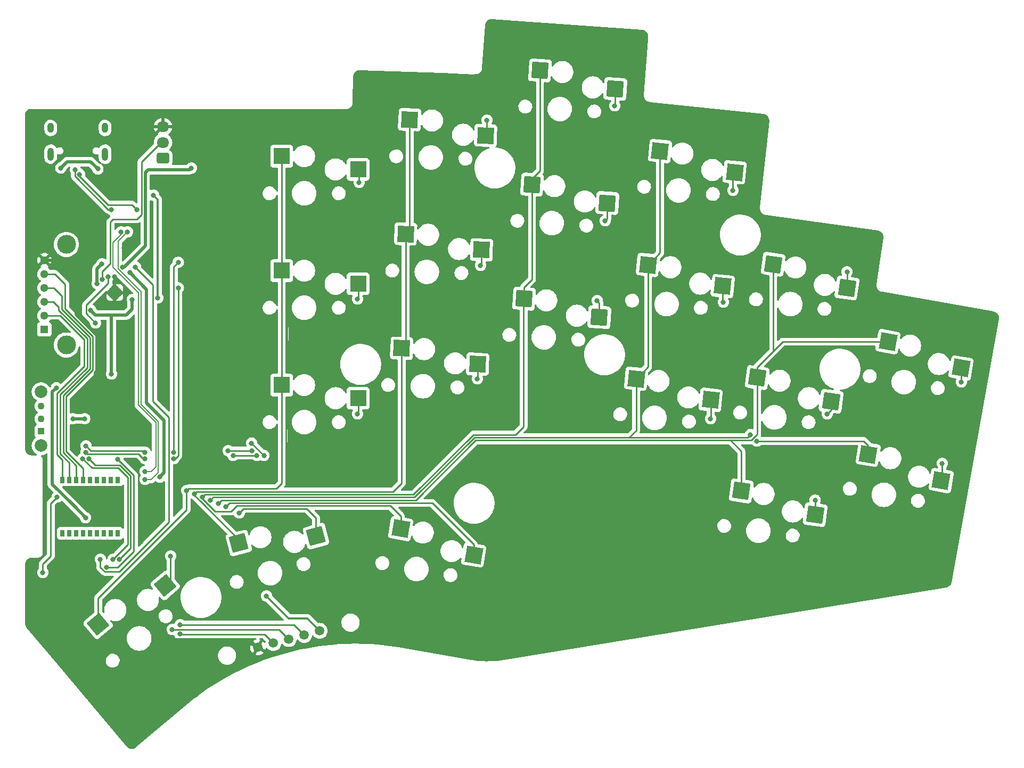
<source format=gbr>
%TF.GenerationSoftware,KiCad,Pcbnew,7.0.7*%
%TF.CreationDate,2023-12-03T19:38:24+01:00*%
%TF.ProjectId,nightliner,6e696768-746c-4696-9e65-722e6b696361,rev?*%
%TF.SameCoordinates,Original*%
%TF.FileFunction,Copper,L2,Bot*%
%TF.FilePolarity,Positive*%
%FSLAX46Y46*%
G04 Gerber Fmt 4.6, Leading zero omitted, Abs format (unit mm)*
G04 Created by KiCad (PCBNEW 7.0.7) date 2023-12-03 19:38:24*
%MOMM*%
%LPD*%
G01*
G04 APERTURE LIST*
G04 Aperture macros list*
%AMRoundRect*
0 Rectangle with rounded corners*
0 $1 Rounding radius*
0 $2 $3 $4 $5 $6 $7 $8 $9 X,Y pos of 4 corners*
0 Add a 4 corners polygon primitive as box body*
4,1,4,$2,$3,$4,$5,$6,$7,$8,$9,$2,$3,0*
0 Add four circle primitives for the rounded corners*
1,1,$1+$1,$2,$3*
1,1,$1+$1,$4,$5*
1,1,$1+$1,$6,$7*
1,1,$1+$1,$8,$9*
0 Add four rect primitives between the rounded corners*
20,1,$1+$1,$2,$3,$4,$5,0*
20,1,$1+$1,$4,$5,$6,$7,0*
20,1,$1+$1,$6,$7,$8,$9,0*
20,1,$1+$1,$8,$9,$2,$3,0*%
%AMRotRect*
0 Rectangle, with rotation*
0 The origin of the aperture is its center*
0 $1 length*
0 $2 width*
0 $3 Rotation angle, in degrees counterclockwise*
0 Add horizontal line*
21,1,$1,$2,0,0,$3*%
G04 Aperture macros list end*
%TA.AperFunction,ComponentPad*%
%ADD10O,1.000000X2.100000*%
%TD*%
%TA.AperFunction,ComponentPad*%
%ADD11O,1.000000X1.600000*%
%TD*%
%TA.AperFunction,SMDPad,CuDef*%
%ADD12RotRect,2.600000X2.600000X352.000000*%
%TD*%
%TA.AperFunction,SMDPad,CuDef*%
%ADD13RotRect,2.600000X2.600000X354.000000*%
%TD*%
%TA.AperFunction,ComponentPad*%
%ADD14R,0.700000X1.000000*%
%TD*%
%TA.AperFunction,SMDPad,CuDef*%
%ADD15RotRect,2.600000X2.600000X356.000000*%
%TD*%
%TA.AperFunction,SMDPad,CuDef*%
%ADD16RotRect,2.600000X2.600000X350.000000*%
%TD*%
%TA.AperFunction,SMDPad,CuDef*%
%ADD17RotRect,2.600000X2.600000X40.000000*%
%TD*%
%TA.AperFunction,SMDPad,CuDef*%
%ADD18R,2.600000X2.600000*%
%TD*%
%TA.AperFunction,SMDPad,CuDef*%
%ADD19RotRect,2.600000X2.600000X15.000000*%
%TD*%
%TA.AperFunction,SMDPad,CuDef*%
%ADD20RotRect,2.600000X2.600000X358.000000*%
%TD*%
%TA.AperFunction,ComponentPad*%
%ADD21C,0.500000*%
%TD*%
%TA.AperFunction,SMDPad,CuDef*%
%ADD22R,1.600000X1.600000*%
%TD*%
%TA.AperFunction,ComponentPad*%
%ADD23RoundRect,0.250000X0.725000X-0.600000X0.725000X0.600000X-0.725000X0.600000X-0.725000X-0.600000X0*%
%TD*%
%TA.AperFunction,ComponentPad*%
%ADD24O,1.950000X1.700000*%
%TD*%
%TA.AperFunction,SMDPad,CuDef*%
%ADD25C,1.500000*%
%TD*%
%TA.AperFunction,WasherPad*%
%ADD26C,3.000000*%
%TD*%
%TA.AperFunction,ComponentPad*%
%ADD27R,1.300000X1.300000*%
%TD*%
%TA.AperFunction,ComponentPad*%
%ADD28C,1.300000*%
%TD*%
%TA.AperFunction,ComponentPad*%
%ADD29C,2.000000*%
%TD*%
%TA.AperFunction,ComponentPad*%
%ADD30R,1.100000X1.100000*%
%TD*%
%TA.AperFunction,ComponentPad*%
%ADD31C,1.100000*%
%TD*%
%TA.AperFunction,ViaPad*%
%ADD32C,0.800000*%
%TD*%
%TA.AperFunction,Conductor*%
%ADD33C,0.350000*%
%TD*%
%TA.AperFunction,Conductor*%
%ADD34C,0.500000*%
%TD*%
%TA.AperFunction,Conductor*%
%ADD35C,0.250000*%
%TD*%
%TA.AperFunction,Conductor*%
%ADD36C,0.200000*%
%TD*%
G04 APERTURE END LIST*
D10*
%TO.P,J1,S1,SHIELD*%
%TO.N,GNDS*%
X48262000Y-45294000D03*
D11*
X48262000Y-41114000D03*
D10*
X39622000Y-45294000D03*
D11*
X39622000Y-41114000D03*
%TD*%
D12*
%TO.P,SW6,1,A*%
%TO.N,COL0*%
X151958507Y-80832397D03*
%TO.P,SW6,2,B*%
%TO.N,Net-(D6-A)*%
X163698000Y-84602913D03*
%TD*%
D13*
%TO.P,SW2,1,A*%
%TO.N,COL1*%
X136497237Y-44810576D03*
%TO.P,SW2,2,B*%
%TO.N,Net-(D2-A)*%
X148361168Y-48169092D03*
%TD*%
D14*
%TO.P,U1,14,[L]_P1.14*%
%TO.N,unconnected-(U1-[L]_P1.14-Pad14)*%
X41458000Y-105596000D03*
%TO.P,U1,15,[L]_P1.12*%
%TO.N,unconnected-(U1-[L]_P1.12-Pad15)*%
X42558000Y-105596000D03*
%TO.P,U1,16,P0.25*%
%TO.N,unconnected-(U1-P0.25-Pad16)*%
X43658000Y-105596000D03*
%TO.P,U1,17,P0.11*%
%TO.N,unconnected-(U1-P0.11-Pad17)*%
X44758000Y-105596000D03*
%TO.P,U1,18,P1.08*%
%TO.N,unconnected-(U1-P1.08-Pad18)*%
X45858000Y-105596000D03*
%TO.P,U1,19,P0.27*%
%TO.N,unconnected-(U1-P0.27-Pad19)*%
X46958000Y-105596000D03*
%TO.P,U1,20,P0.08*%
%TO.N,unconnected-(U1-P0.08-Pad20)*%
X48058000Y-105596000D03*
%TO.P,U1,21,P0.06*%
%TO.N,unconnected-(U1-P0.06-Pad21)*%
X49158000Y-105596000D03*
%TO.P,U1,22,P0.26*%
%TO.N,unconnected-(U1-P0.26-Pad22)*%
X50258000Y-105596000D03*
%TO.P,U1,23,[L]_P1.07*%
%TO.N,TX*%
X41458000Y-97096000D03*
%TO.P,U1,24,[L]_P1.05*%
%TO.N,RX*%
X42558000Y-97096000D03*
%TO.P,U1,25,P0.24*%
%TO.N,CTS*%
X43658000Y-97096000D03*
%TO.P,U1,26,P0.20*%
%TO.N,RTS*%
X44758000Y-97096000D03*
%TO.P,U1,27,P0.17*%
%TO.N,unconnected-(U1-P0.17-Pad27)*%
X45858000Y-97096000D03*
%TO.P,U1,28,P0.15*%
%TO.N,unconnected-(U1-P0.15-Pad28)*%
X46958000Y-97096000D03*
%TO.P,U1,29,P0.14*%
%TO.N,unconnected-(U1-P0.14-Pad29)*%
X48058000Y-97096000D03*
%TO.P,U1,30,P0.13*%
%TO.N,unconnected-(U1-P0.13-Pad30)*%
X49158000Y-97096000D03*
%TO.P,U1,31,P0.16*%
%TO.N,unconnected-(U1-P0.16-Pad31)*%
X50258000Y-97096000D03*
%TD*%
D15*
%TO.P,SW3,1,A*%
%TO.N,COL2*%
X117410219Y-31975662D03*
%TO.P,SW3,2,B*%
%TO.N,Net-(D3-A)*%
X129384133Y-34918087D03*
%TD*%
D16*
%TO.P,SW16,1,A*%
%TO.N,COL0*%
X172755741Y-75117530D03*
%TO.P,SW16,2,B*%
%TO.N,Net-(D16-A)*%
X184356494Y-79295452D03*
%TD*%
D17*
%TO.P,SW20,1,A*%
%TO.N,COL4*%
X47153908Y-120104490D03*
%TO.P,SW20,2,B*%
%TO.N,Net-(D20-A)*%
X57811202Y-113903314D03*
%TD*%
D18*
%TO.P,SW5,1,A*%
%TO.N,COL4*%
X76350510Y-45614119D03*
%TO.P,SW5,2,B*%
%TO.N,Net-(D5-A)*%
X88500510Y-47714119D03*
%TD*%
D19*
%TO.P,SW19,1,A*%
%TO.N,COL3*%
X69525260Y-107153248D03*
%TO.P,SW19,2,B*%
%TO.N,Net-(D19-A)*%
X81804779Y-106037041D03*
%TD*%
D18*
%TO.P,SW10,1,A*%
%TO.N,COL4*%
X76350510Y-63814119D03*
%TO.P,SW10,2,B*%
%TO.N,Net-(D10-A)*%
X88500510Y-65914119D03*
%TD*%
D13*
%TO.P,SW12,1,A*%
%TO.N,COL1*%
X132692401Y-81011173D03*
%TO.P,SW12,2,B*%
%TO.N,Net-(D12-A)*%
X144556332Y-84369689D03*
%TD*%
D20*
%TO.P,SW9,1,A*%
%TO.N,COL3*%
X96054714Y-57988790D03*
%TO.P,SW9,2,B*%
%TO.N,Net-(D9-A)*%
X108124023Y-60511540D03*
%TD*%
D12*
%TO.P,SW1,1,A*%
%TO.N,COL0*%
X154491458Y-62809518D03*
%TO.P,SW1,2,B*%
%TO.N,Net-(D1-A)*%
X166230951Y-66580034D03*
%TD*%
D18*
%TO.P,SW15,1,A*%
%TO.N,COL4*%
X76350510Y-82014119D03*
%TO.P,SW15,2,B*%
%TO.N,Net-(D15-A)*%
X88500510Y-84114119D03*
%TD*%
D15*
%TO.P,SW8,1,A*%
%TO.N,COL2*%
X116140652Y-50131327D03*
%TO.P,SW8,2,B*%
%TO.N,Net-(D8-A)*%
X128114566Y-53073752D03*
%TD*%
D12*
%TO.P,SW11,1,A*%
%TO.N,COL0*%
X149425557Y-98855276D03*
%TO.P,SW11,2,B*%
%TO.N,Net-(D11-A)*%
X161165050Y-102625792D03*
%TD*%
D20*
%TO.P,SW4,1,A*%
%TO.N,COL3*%
X96689885Y-39799877D03*
%TO.P,SW4,2,B*%
%TO.N,Net-(D4-A)*%
X108759194Y-42322627D03*
%TD*%
D15*
%TO.P,SW13,1,A*%
%TO.N,COL2*%
X114871084Y-68286993D03*
%TO.P,SW13,2,B*%
%TO.N,Net-(D13-A)*%
X126844998Y-71229418D03*
%TD*%
D16*
%TO.P,SW17,1,A*%
%TO.N,COL1*%
X169595344Y-93041031D03*
%TO.P,SW17,2,B*%
%TO.N,Net-(D17-A)*%
X181196097Y-97218953D03*
%TD*%
D13*
%TO.P,SW7,1,A*%
%TO.N,COL1*%
X134594819Y-62910874D03*
%TO.P,SW7,2,B*%
%TO.N,Net-(D7-A)*%
X146458750Y-66269390D03*
%TD*%
D20*
%TO.P,SW14,1,A*%
%TO.N,COL3*%
X95419543Y-76177703D03*
%TO.P,SW14,2,B*%
%TO.N,Net-(D14-A)*%
X107488852Y-78700453D03*
%TD*%
D16*
%TO.P,SW18,1,A*%
%TO.N,COL2*%
X95274022Y-104869978D03*
%TO.P,SW18,2,B*%
%TO.N,Net-(D18-A)*%
X106874775Y-109047900D03*
%TD*%
D21*
%TO.P,U4,17,VSS*%
%TO.N,GND*%
X49238000Y-66760000D03*
X49238000Y-67860000D03*
D22*
X49788000Y-67310000D03*
D21*
X50338000Y-66760000D03*
X50338000Y-67860000D03*
%TD*%
D23*
%TO.P,J2,1*%
%TO.N,Net-(JP1-B)*%
X57476000Y-45934000D03*
D24*
%TO.P,J2,2*%
%TO.N,/BAT_TEMP*%
X57476000Y-43434000D03*
%TO.P,J2,3*%
%TO.N,GND*%
X57476000Y-40934000D03*
%TD*%
D25*
%TO.P,P1,1,VDD*%
%TO.N,VDD*%
X82376903Y-121113200D03*
%TO.P,P1,2,SWCLK*%
%TO.N,SWCLK*%
X79923451Y-121770600D03*
%TO.P,P1,3,SWDIO*%
%TO.N,SWDIO*%
X77470000Y-122428000D03*
%TO.P,P1,4,SWO*%
%TO.N,SWO*%
X75016548Y-123085401D03*
%TO.P,P1,5,GND*%
%TO.N,GND*%
X72566556Y-123741874D03*
%TD*%
D26*
%TO.P,J3,*%
%TO.N,*%
X42108000Y-75652000D03*
X42108000Y-59652000D03*
D27*
%TO.P,J3,1,Pin_1*%
%TO.N,Net-(J3-Pin_1)*%
X38608000Y-73152000D03*
D28*
%TO.P,J3,2,Pin_2*%
%TO.N,TX*%
X38608000Y-70952000D03*
%TO.P,J3,3,Pin_3*%
%TO.N,RX*%
X38608000Y-68752000D03*
%TO.P,J3,4,Pin_4*%
%TO.N,CTS*%
X38608000Y-66552000D03*
%TO.P,J3,5,Pin_5*%
%TO.N,RTS*%
X38608000Y-64352000D03*
%TO.P,J3,6,Pin_6*%
%TO.N,GND*%
X38608000Y-62152000D03*
%TD*%
D29*
%TO.P,SW21,*%
%TO.N,*%
X38100000Y-91676000D03*
X38100000Y-83076000D03*
D30*
%TO.P,SW21,1,A*%
%TO.N,Net-(JP3-A)*%
X38100000Y-89376000D03*
D31*
%TO.P,SW21,2,B*%
%TO.N,Net-(SW21-B)*%
X38100000Y-87376000D03*
%TO.P,SW21,3,C*%
%TO.N,unconnected-(SW21-C-Pad3)*%
X38100000Y-85376000D03*
%TD*%
D32*
%TO.N,GND*%
X49776979Y-64770000D03*
X67818000Y-94234000D03*
X58674000Y-106934000D03*
X47498000Y-68580000D03*
X66802000Y-55880000D03*
X55372000Y-63246000D03*
X80005258Y-74095958D03*
X46736000Y-84074000D03*
X43688000Y-65532000D03*
X68326000Y-84582000D03*
X43688000Y-61976000D03*
X51308000Y-60198000D03*
X80005258Y-84763958D03*
X51330082Y-69573918D03*
X55880000Y-99314000D03*
X58928000Y-122428000D03*
X38100000Y-46990000D03*
X38862000Y-49784000D03*
X49276000Y-87376000D03*
%TO.N,VBUS*%
X56980862Y-96662382D03*
X52197000Y-64135000D03*
%TO.N,/VBAT*%
X47752000Y-62738000D03*
X46990000Y-65872500D03*
X51054000Y-63246000D03*
X61976000Y-47498000D03*
%TO.N,VIN*%
X45978299Y-70099701D03*
X52578000Y-68412500D03*
X55969250Y-51816000D03*
X56642000Y-68158500D03*
X49276000Y-80264000D03*
%TO.N,Net-(SW21-B)*%
X45021000Y-87376000D03*
X43122000Y-87376000D03*
%TO.N,VDD*%
X45163500Y-103124000D03*
X40541107Y-82451107D03*
X73914000Y-115570000D03*
%TO.N,Net-(D1-A)*%
X166230951Y-64008000D03*
%TO.N,Net-(D2-A)*%
X148082000Y-51054000D03*
%TO.N,Net-(D3-A)*%
X129286000Y-37592000D03*
%TO.N,Net-(D4-A)*%
X108966000Y-39878000D03*
%TO.N,Net-(D5-A)*%
X88646000Y-49784000D03*
%TO.N,Net-(D6-A)*%
X163068000Y-86614000D03*
%TO.N,Net-(D7-A)*%
X146558000Y-68834000D03*
%TO.N,Net-(D8-A)*%
X127762000Y-55880000D03*
%TO.N,Net-(D9-A)*%
X107950000Y-62992000D03*
%TO.N,Net-(D10-A)*%
X88392000Y-68326000D03*
%TO.N,Net-(D11-A)*%
X73525797Y-93218000D03*
X71561925Y-91254128D03*
X161165050Y-100330000D03*
%TO.N,Net-(D12-A)*%
X144526000Y-87376000D03*
%TO.N,Net-(D13-A)*%
X126492000Y-68580000D03*
%TO.N,Net-(D14-A)*%
X107442000Y-81026000D03*
%TO.N,Net-(D15-A)*%
X88392000Y-86614000D03*
%TO.N,Net-(D16-A)*%
X71577958Y-92456000D03*
X184404000Y-81534000D03*
X67818000Y-92456000D03*
%TO.N,Net-(D17-A)*%
X72390000Y-93218000D03*
X68617500Y-93218000D03*
X181356000Y-94488000D03*
%TO.N,Net-(D18-A)*%
X67466321Y-101346000D03*
%TO.N,Net-(D19-A)*%
X69591701Y-102366299D03*
%TO.N,Net-(D20-A)*%
X58674000Y-109220000D03*
%TO.N,BT_LED*%
X54610000Y-93726000D03*
X59182000Y-93726000D03*
X59906500Y-66548000D03*
X45212000Y-92710000D03*
%TO.N,BAT_STAT*%
X59182000Y-92710000D03*
X59906500Y-62484000D03*
X45212000Y-91694000D03*
X54610000Y-92710000D03*
%TO.N,Net-(F1-Pad1)*%
X47113666Y-47641917D03*
X41229747Y-47484344D03*
%TO.N,/DPlus*%
X49276000Y-54102000D03*
X43520772Y-47777066D03*
%TO.N,/DMinus*%
X53340000Y-54102000D03*
X44196000Y-48514000D03*
%TO.N,/BAT_TEMP*%
X47839500Y-65257684D03*
%TO.N,Net-(U4-ISET)*%
X48757705Y-64780295D03*
X46736000Y-72136000D03*
%TO.N,VSENSE*%
X53086000Y-63246000D03*
X47498000Y-109728000D03*
%TO.N,COL0*%
X66294000Y-100838000D03*
%TO.N,COL1*%
X151896299Y-90936299D03*
X65028299Y-100325701D03*
X150871701Y-89911701D03*
%TO.N,COL2*%
X63754000Y-99822000D03*
%TO.N,COL3*%
X62484000Y-99314000D03*
%TO.N,COL4*%
X61214000Y-98806000D03*
%TO.N,RESET*%
X40640000Y-99822000D03*
X38354000Y-111835958D03*
%TO.N,SWCLK*%
X45724299Y-93721701D03*
X50546000Y-109728000D03*
X60198000Y-120142000D03*
%TO.N,SWDIO*%
X49530000Y-109728000D03*
X58928000Y-120904000D03*
X44704000Y-93726000D03*
%TO.N,SWO*%
X50292000Y-93826500D03*
X60135259Y-121628500D03*
X48514000Y-110998000D03*
%TO.N,D+*%
X50800000Y-57658000D03*
X54610000Y-95758000D03*
%TO.N,D-*%
X54610000Y-97028000D03*
X51816000Y-57658000D03*
%TD*%
D33*
%TO.N,GND*%
X58928000Y-122428000D02*
X71252682Y-122428000D01*
D34*
X46990000Y-74114036D02*
X43688000Y-70812036D01*
X46736000Y-80010000D02*
X46990000Y-79756000D01*
X43688000Y-70812036D02*
X43688000Y-65532000D01*
X46736000Y-84074000D02*
X46736000Y-84488000D01*
D33*
X71252682Y-122428000D02*
X72566556Y-123741874D01*
D34*
X38862000Y-49784000D02*
X38862000Y-48264330D01*
X43688000Y-65532000D02*
X43688000Y-61976000D01*
X49276000Y-87028000D02*
X49276000Y-87376000D01*
X55412000Y-42926000D02*
X57404000Y-40934000D01*
X38100000Y-47502330D02*
X38862000Y-48264330D01*
X43688000Y-61976000D02*
X43512000Y-62152000D01*
X38862000Y-48264330D02*
X44200330Y-42926000D01*
X46990000Y-79756000D02*
X46990000Y-74114036D01*
X38100000Y-46990000D02*
X38100000Y-47502330D01*
X57404000Y-40934000D02*
X57476000Y-40934000D01*
X46736000Y-84074000D02*
X46736000Y-80010000D01*
X46736000Y-84488000D02*
X49276000Y-87028000D01*
X44200330Y-42926000D02*
X55412000Y-42926000D01*
X43512000Y-62152000D02*
X38608000Y-62152000D01*
%TO.N,VBUS*%
X57658000Y-95985244D02*
X56980862Y-96662382D01*
X52197000Y-64135000D02*
X54864000Y-66802000D01*
X57658000Y-87630000D02*
X57658000Y-95985244D01*
X54864000Y-84836000D02*
X57658000Y-87630000D01*
X54864000Y-66802000D02*
X54864000Y-84836000D01*
%TO.N,/VBAT*%
X46990000Y-65532000D02*
X46990000Y-63500000D01*
X51054000Y-63246000D02*
X51308000Y-63246000D01*
X55118000Y-47752000D02*
X61722000Y-47752000D01*
X51308000Y-63246000D02*
X54640000Y-59914000D01*
X54640000Y-48230000D02*
X55118000Y-47752000D01*
X54640000Y-59914000D02*
X54640000Y-48230000D01*
X46990000Y-63500000D02*
X47752000Y-62738000D01*
X61722000Y-47752000D02*
X61976000Y-47498000D01*
%TO.N,VIN*%
X51648500Y-70866000D02*
X49443500Y-70866000D01*
X45978299Y-70099701D02*
X46744598Y-70866000D01*
X52578000Y-68412500D02*
X52578000Y-69936500D01*
D33*
X56642000Y-52488750D02*
X55969250Y-51816000D01*
D34*
X52578000Y-69936500D02*
X51648500Y-70866000D01*
X46744598Y-70866000D02*
X49443500Y-70866000D01*
X49276000Y-80264000D02*
X49276000Y-70866000D01*
X49276000Y-70866000D02*
X49443500Y-70866000D01*
D33*
X56642000Y-67818000D02*
X56642000Y-52488750D01*
D34*
%TO.N,Net-(SW21-B)*%
X45021000Y-87376000D02*
X43122000Y-87376000D01*
%TO.N,VDD*%
X43409750Y-101321750D02*
X39878000Y-97790000D01*
D33*
X77470000Y-119126000D02*
X80389703Y-119126000D01*
D34*
X39878000Y-97790000D02*
X39878000Y-83114214D01*
X39878000Y-83114214D02*
X40541107Y-82451107D01*
D33*
X73914000Y-115570000D02*
X77470000Y-119126000D01*
X80389703Y-119126000D02*
X82376903Y-121113200D01*
D34*
X45163500Y-103124000D02*
X43409750Y-101321750D01*
D35*
%TO.N,Net-(D1-A)*%
X166230951Y-64008000D02*
X166230951Y-66580034D01*
%TO.N,Net-(D2-A)*%
X148082000Y-51054000D02*
X148082000Y-48448260D01*
X148082000Y-48448260D02*
X148361168Y-48169092D01*
%TO.N,Net-(D3-A)*%
X129286000Y-37592000D02*
X129384133Y-37493867D01*
X129384133Y-37493867D02*
X129384133Y-34918087D01*
%TO.N,Net-(D4-A)*%
X108966000Y-39878000D02*
X108966000Y-42115821D01*
X108966000Y-42115821D02*
X108759194Y-42322627D01*
%TO.N,Net-(D5-A)*%
X88646000Y-49784000D02*
X88646000Y-47774817D01*
%TO.N,Net-(D6-A)*%
X163698000Y-85984000D02*
X163698000Y-84602913D01*
X163068000Y-86614000D02*
X163698000Y-85984000D01*
%TO.N,Net-(D7-A)*%
X146558000Y-68834000D02*
X146458750Y-68734750D01*
X146458750Y-68734750D02*
X146458750Y-66269390D01*
%TO.N,Net-(D8-A)*%
X127762000Y-55880000D02*
X128114566Y-55527434D01*
X128114566Y-55527434D02*
X128114566Y-53073752D01*
%TO.N,Net-(D9-A)*%
X108124023Y-60511540D02*
X108124023Y-62817977D01*
X108124023Y-62817977D02*
X107950000Y-62992000D01*
%TO.N,Net-(D10-A)*%
X88500510Y-68217490D02*
X88500510Y-65914119D01*
X88392000Y-68326000D02*
X88500510Y-68217490D01*
%TO.N,Net-(D11-A)*%
X161165050Y-100330000D02*
X161165050Y-102625792D01*
X73525797Y-93218000D02*
X71561925Y-91254128D01*
%TO.N,Net-(D12-A)*%
X144526000Y-87376000D02*
X144556332Y-87345668D01*
X144556332Y-87345668D02*
X144556332Y-84369689D01*
%TO.N,Net-(D13-A)*%
X126844998Y-68932998D02*
X126844998Y-71229418D01*
X126492000Y-68580000D02*
X126844998Y-68932998D01*
%TO.N,Net-(D14-A)*%
X107488852Y-80979148D02*
X107442000Y-81026000D01*
X107488852Y-78700453D02*
X107488852Y-80979148D01*
%TO.N,Net-(D15-A)*%
X88500510Y-86505490D02*
X88500510Y-84114119D01*
X88392000Y-86614000D02*
X88500510Y-86505490D01*
%TO.N,Net-(D16-A)*%
X71577958Y-92456000D02*
X67818000Y-92456000D01*
X184404000Y-81534000D02*
X184356494Y-81486494D01*
X184356494Y-81486494D02*
X184356494Y-79295452D01*
%TO.N,Net-(D17-A)*%
X181356000Y-94488000D02*
X181356000Y-97059050D01*
X181356000Y-97059050D02*
X181196097Y-97218953D01*
X72390000Y-93218000D02*
X68617500Y-93218000D01*
%TO.N,Net-(D18-A)*%
X67466321Y-101346000D02*
X68024363Y-100787958D01*
X106874775Y-107382775D02*
X106874775Y-109047900D01*
X100279958Y-100787958D02*
X106874775Y-107382775D01*
X68024363Y-100787958D02*
X100279958Y-100787958D01*
%TO.N,Net-(D19-A)*%
X70265743Y-101687958D02*
X69591701Y-102362000D01*
X80351958Y-101687958D02*
X70265743Y-101687958D01*
X81804779Y-103140779D02*
X80351958Y-101687958D01*
X81804779Y-106037041D02*
X81804779Y-103140779D01*
%TO.N,Net-(D20-A)*%
X58674000Y-113040516D02*
X57811202Y-113903314D01*
X58674000Y-109220000D02*
X58674000Y-113040516D01*
%TO.N,BT_LED*%
X54610000Y-93726000D02*
X54346695Y-93726000D01*
X59182000Y-93726000D02*
X59445305Y-93726000D01*
X59445305Y-93726000D02*
X59906500Y-93264805D01*
X59906500Y-93264805D02*
X59906500Y-66548000D01*
X53584695Y-92964000D02*
X45466000Y-92964000D01*
X45466000Y-92964000D02*
X45212000Y-92710000D01*
X54346695Y-93726000D02*
X53584695Y-92964000D01*
%TO.N,BAT_STAT*%
X45503000Y-91985000D02*
X45212000Y-91694000D01*
X45512305Y-91985000D02*
X45503000Y-91985000D01*
X54356000Y-92456000D02*
X45983305Y-92456000D01*
X59182000Y-92710000D02*
X59182000Y-63208500D01*
X59182000Y-63208500D02*
X59906500Y-62484000D01*
X45983305Y-92456000D02*
X45512305Y-91985000D01*
X54610000Y-92710000D02*
X54356000Y-92456000D01*
D34*
%TO.N,Net-(F1-Pad1)*%
X41229747Y-47484344D02*
X42232091Y-46482000D01*
X42232091Y-46482000D02*
X45953749Y-46482000D01*
X45953749Y-46482000D02*
X47113666Y-47641917D01*
D35*
%TO.N,/DPlus*%
X48758695Y-54102000D02*
X49276000Y-54102000D01*
X43471000Y-47826838D02*
X43471000Y-48814305D01*
X43471000Y-48814305D02*
X48758695Y-54102000D01*
X43520772Y-47777066D02*
X43471000Y-47826838D01*
%TO.N,/DMinus*%
X52578000Y-53340000D02*
X48768000Y-53340000D01*
X48768000Y-53340000D02*
X44196000Y-48768000D01*
X44196000Y-48768000D02*
X44196000Y-48514000D01*
X53340000Y-54102000D02*
X52578000Y-53340000D01*
%TO.N,/BAT_TEMP*%
X49105000Y-62655000D02*
X49105000Y-56051000D01*
X54065000Y-54901000D02*
X54065000Y-46519000D01*
X54065000Y-46519000D02*
X57364000Y-43220000D01*
X47839500Y-63920500D02*
X49105000Y-62655000D01*
X49530000Y-55626000D02*
X53340000Y-55626000D01*
X47839500Y-65257684D02*
X47839500Y-63920500D01*
X49105000Y-56051000D02*
X49530000Y-55626000D01*
X53340000Y-55626000D02*
X54065000Y-54901000D01*
X57364000Y-43220000D02*
X57404000Y-43220000D01*
%TO.N,Net-(U4-ISET)*%
X45249000Y-70649000D02*
X46736000Y-72136000D01*
X48757705Y-64780295D02*
X48757705Y-65796295D01*
X48757705Y-65796295D02*
X45249000Y-69305000D01*
X45249000Y-69305000D02*
X45249000Y-70649000D01*
%TO.N,VSENSE*%
X47498000Y-111007305D02*
X48213695Y-111723000D01*
X50524850Y-111723000D02*
X58420000Y-103827850D01*
X48213695Y-111723000D02*
X50524850Y-111723000D01*
X55880000Y-66040000D02*
X53086000Y-63246000D01*
X47498000Y-109728000D02*
X47498000Y-111007305D01*
X55880000Y-84582000D02*
X55880000Y-66040000D01*
X58420000Y-87122000D02*
X55880000Y-84582000D01*
X58420000Y-103827850D02*
X58420000Y-87122000D01*
%TO.N,COL0*%
X149425557Y-98855276D02*
X149425557Y-92529557D01*
X147697958Y-90801958D02*
X147701000Y-90805000D01*
X97656438Y-100337958D02*
X107192438Y-90801958D01*
X154491458Y-76648542D02*
X156022470Y-75117530D01*
X151958507Y-80832397D02*
X151958507Y-79181493D01*
X149425557Y-92529557D02*
X147701000Y-90805000D01*
X151003000Y-90805000D02*
X147701000Y-90805000D01*
X154491458Y-76648542D02*
X154491458Y-62809518D01*
X151958507Y-89849493D02*
X151003000Y-90805000D01*
X153670000Y-63630976D02*
X154491458Y-62809518D01*
X151958507Y-79181493D02*
X154491458Y-76648542D01*
X107192438Y-90801958D02*
X147697958Y-90801958D01*
X66294000Y-100838000D02*
X66794042Y-100337958D01*
X66794042Y-100337958D02*
X97656438Y-100337958D01*
X151958507Y-80832397D02*
X151958507Y-89849493D01*
X156022470Y-75117530D02*
X172755741Y-75117530D01*
%TO.N,COL1*%
X136497237Y-61008456D02*
X136497237Y-44810576D01*
X134594819Y-62910874D02*
X136497237Y-61008456D01*
X65466042Y-99887958D02*
X97470042Y-99887958D01*
X132692401Y-81011173D02*
X134594819Y-79108755D01*
X168910000Y-90932000D02*
X169595344Y-91617344D01*
X150431444Y-90351958D02*
X131572000Y-90351958D01*
X169595344Y-91617344D02*
X169595344Y-93041031D01*
X132692401Y-89231557D02*
X131572000Y-90351958D01*
X97470042Y-99887958D02*
X107006042Y-90351958D01*
X151900598Y-90932000D02*
X168910000Y-90932000D01*
X107006042Y-90351958D02*
X131572000Y-90351958D01*
X132692401Y-81011173D02*
X132692401Y-89231557D01*
X65028299Y-100325701D02*
X65466042Y-99887958D01*
X151896299Y-90936299D02*
X151900598Y-90932000D01*
X134594819Y-79108755D02*
X134594819Y-62910874D01*
X150871701Y-89911701D02*
X150431444Y-90351958D01*
%TO.N,COL2*%
X69196042Y-101237958D02*
X93617958Y-101237958D01*
X106819646Y-89901958D02*
X113552042Y-89901958D01*
X97283646Y-99437958D02*
X106819646Y-89901958D01*
X68326000Y-102108000D02*
X69196042Y-101237958D01*
X117410219Y-47943781D02*
X117410219Y-31975662D01*
X114871084Y-66484916D02*
X116140652Y-65215348D01*
X114808000Y-88648492D02*
X114808000Y-88392000D01*
X65786000Y-102108000D02*
X68326000Y-102108000D01*
X116140652Y-50131327D02*
X116140652Y-49213348D01*
X63754000Y-100076000D02*
X65786000Y-102108000D01*
X114871084Y-68286993D02*
X114871084Y-66484916D01*
X95274022Y-102894022D02*
X95274022Y-104869978D01*
X114808000Y-88392000D02*
X114808000Y-68448098D01*
X114808000Y-88646000D02*
X114808000Y-88392000D01*
X116140652Y-49213348D02*
X117410219Y-47943781D01*
X63754000Y-99822000D02*
X63754000Y-100076000D01*
X64138042Y-99437958D02*
X97283646Y-99437958D01*
X116140652Y-65215348D02*
X116140652Y-50131327D01*
X93617958Y-101237958D02*
X95274022Y-102894022D01*
X113552042Y-89901958D02*
X114808000Y-88646000D01*
X63754000Y-99822000D02*
X64138042Y-99437958D01*
%TO.N,COL3*%
X62484000Y-99314000D02*
X62810042Y-98987958D01*
X69525260Y-106609260D02*
X69525260Y-107153248D01*
X95419543Y-76177703D02*
X96054714Y-75542532D01*
X96689885Y-57353619D02*
X96689885Y-39799877D01*
X63453695Y-100547000D02*
X63463000Y-100547000D01*
X95419543Y-97620457D02*
X95419543Y-76177703D01*
X96054714Y-57988790D02*
X96689885Y-57353619D01*
X96054714Y-75542532D02*
X96054714Y-57988790D01*
X63463000Y-100547000D02*
X69525260Y-106609260D01*
X62484000Y-99314000D02*
X62484000Y-99577305D01*
X62484000Y-99577305D02*
X63453695Y-100547000D01*
X62810042Y-98987958D02*
X94052042Y-98987958D01*
X94052042Y-98987958D02*
X95419543Y-97620457D01*
%TO.N,COL4*%
X61214000Y-101854000D02*
X47153908Y-115914092D01*
X47153908Y-115914092D02*
X47153908Y-120104490D01*
X76350510Y-82014119D02*
X76350510Y-63814119D01*
X75510042Y-98479958D02*
X76350510Y-97639490D01*
X61214000Y-98806000D02*
X61540042Y-98479958D01*
X61214000Y-98806000D02*
X61214000Y-101854000D01*
X76350510Y-97639490D02*
X76350510Y-82014119D01*
X76350510Y-63814119D02*
X76350510Y-45614119D01*
X61540042Y-98479958D02*
X75510042Y-98479958D01*
%TO.N,RESET*%
X39624000Y-100838000D02*
X40640000Y-99822000D01*
X38354000Y-110490000D02*
X39624000Y-109220000D01*
X39624000Y-109220000D02*
X39624000Y-100838000D01*
X38354000Y-111835958D02*
X38354000Y-110490000D01*
%TO.N,SWCLK*%
X46744598Y-94742000D02*
X50571104Y-94742000D01*
X45724299Y-93721701D02*
X46744598Y-94742000D01*
X52324000Y-107950000D02*
X50546000Y-109728000D01*
X52324000Y-96494896D02*
X52324000Y-107950000D01*
X50571104Y-94742000D02*
X52324000Y-96494896D01*
X78294851Y-120142000D02*
X79923451Y-121770600D01*
X60198000Y-120142000D02*
X78294851Y-120142000D01*
%TO.N,SWDIO*%
X51874000Y-96681292D02*
X51874000Y-107384000D01*
X44704000Y-93726000D02*
X46170000Y-95192000D01*
X51874000Y-107384000D02*
X50255000Y-109003000D01*
X49821000Y-109437000D02*
X49530000Y-109728000D01*
X58928000Y-120904000D02*
X75946000Y-120904000D01*
X50255000Y-109003000D02*
X50245695Y-109003000D01*
X49821000Y-109427695D02*
X49821000Y-109437000D01*
X50384708Y-95192000D02*
X51874000Y-96681292D01*
X75946000Y-120904000D02*
X77470000Y-122428000D01*
X46170000Y-95192000D02*
X50384708Y-95192000D01*
X50245695Y-109003000D02*
X49821000Y-109427695D01*
%TO.N,SWO*%
X50301305Y-110998000D02*
X48514000Y-110998000D01*
X52832000Y-96366500D02*
X52832000Y-108467305D01*
X52832000Y-108467305D02*
X50301305Y-110998000D01*
X60135259Y-121628500D02*
X60172759Y-121666000D01*
X73597147Y-121666000D02*
X75016548Y-123085401D01*
X60172759Y-121666000D02*
X73597147Y-121666000D01*
X50292000Y-93826500D02*
X52832000Y-96366500D01*
%TO.N,RX*%
X45408000Y-74618000D02*
X40894000Y-70104000D01*
X41148000Y-83505208D02*
X45408000Y-79245208D01*
X42558000Y-97096000D02*
X42558000Y-94374000D01*
X40050000Y-68752000D02*
X38608000Y-68752000D01*
X45408000Y-79245208D02*
X45408000Y-74618000D01*
X42558000Y-94374000D02*
X41148000Y-92964000D01*
X40894000Y-70104000D02*
X40894000Y-69596000D01*
X40894000Y-69596000D02*
X40050000Y-68752000D01*
X41148000Y-92964000D02*
X41148000Y-83505208D01*
%TO.N,TX*%
X44958000Y-79058812D02*
X44958000Y-74804396D01*
X41458000Y-97096000D02*
X41458000Y-93924000D01*
X40640000Y-93106000D02*
X40640000Y-83376812D01*
X41458000Y-93924000D02*
X40640000Y-93106000D01*
X41105604Y-70952000D02*
X38608000Y-70952000D01*
X44958000Y-74804396D02*
X41105604Y-70952000D01*
X40640000Y-83376812D02*
X44958000Y-79058812D01*
%TO.N,RTS*%
X40285500Y-64352000D02*
X38608000Y-64352000D01*
X46308000Y-79618000D02*
X46308000Y-74245208D01*
X46308000Y-74245208D02*
X41910000Y-69847208D01*
X42048000Y-92591208D02*
X42048000Y-83878000D01*
X44758000Y-97096000D02*
X44758000Y-95301208D01*
X41910000Y-65976500D02*
X40285500Y-64352000D01*
X44758000Y-95301208D02*
X42048000Y-92591208D01*
X42048000Y-83878000D02*
X46308000Y-79618000D01*
X41910000Y-69847208D02*
X41910000Y-65976500D01*
%TO.N,unconnected-(U1-P0.15-Pad28)*%
X46953258Y-97023958D02*
X47043258Y-96933958D01*
D36*
%TO.N,D+*%
X56325000Y-87971726D02*
X53594000Y-85240726D01*
X49530000Y-63277636D02*
X49530000Y-59378314D01*
X53594000Y-67341636D02*
X49530000Y-63277636D01*
X55626000Y-95758000D02*
X56325000Y-95059000D01*
X56325000Y-95059000D02*
X56325000Y-87971726D01*
X49530000Y-59378314D02*
X50800000Y-58108314D01*
X54610000Y-95758000D02*
X55626000Y-95758000D01*
X50800000Y-58108314D02*
X50800000Y-57658000D01*
X53594000Y-85240726D02*
X53594000Y-67341636D01*
%TO.N,D-*%
X53994000Y-85075041D02*
X53994000Y-67175950D01*
X53994000Y-67175950D02*
X50354000Y-63535950D01*
X54610000Y-97028000D02*
X55626000Y-97028000D01*
X56725000Y-95929000D02*
X56725000Y-87806040D01*
X50354000Y-63535950D02*
X50354000Y-59120000D01*
X55626000Y-97028000D02*
X56725000Y-95929000D01*
X56725000Y-87806040D02*
X53994000Y-85075041D01*
X50354000Y-59120000D02*
X51816000Y-57658000D01*
D35*
%TO.N,CTS*%
X40136000Y-66552000D02*
X38608000Y-66552000D01*
X45858000Y-74431604D02*
X41402000Y-69975604D01*
X41402000Y-67818000D02*
X40136000Y-66552000D01*
X41598000Y-92777604D02*
X41598000Y-83691604D01*
X45858000Y-79431604D02*
X45858000Y-74431604D01*
X43658000Y-97096000D02*
X43688000Y-97066000D01*
X43688000Y-97066000D02*
X43688000Y-94867604D01*
X41598000Y-83691604D02*
X45858000Y-79431604D01*
X41402000Y-69975604D02*
X41402000Y-67818000D01*
X43688000Y-94867604D02*
X41598000Y-92777604D01*
X38950792Y-66380000D02*
X38718000Y-66380000D01*
%TD*%
%TA.AperFunction,Conductor*%
%TO.N,GND*%
G36*
X109745281Y-23810316D02*
G01*
X109796689Y-23813922D01*
X109796776Y-23813916D01*
X133681347Y-25484088D01*
X133686711Y-25484700D01*
X133729189Y-25491428D01*
X133854243Y-25512637D01*
X133873861Y-25517642D01*
X133939126Y-25540115D01*
X134009719Y-25567036D01*
X134053215Y-25595215D01*
X134498352Y-26040352D01*
X134523839Y-26077348D01*
X134536839Y-26106374D01*
X134538137Y-26109496D01*
X134564796Y-26178940D01*
X134569915Y-26195746D01*
X134591628Y-26290719D01*
X134604787Y-26358400D01*
X134607017Y-26378572D01*
X134607725Y-26403701D01*
X134607672Y-26408546D01*
X134573354Y-27094897D01*
X133961179Y-35849404D01*
X133955934Y-35863532D01*
X133957018Y-35904811D01*
X133956889Y-35910765D01*
X133955904Y-35924848D01*
X133955913Y-35925194D01*
X133950834Y-35998330D01*
X133950834Y-35998336D01*
X133957022Y-36059459D01*
X133954838Y-36071144D01*
X133960243Y-36095519D01*
X133961399Y-36102702D01*
X133968071Y-36168609D01*
X133989242Y-36244653D01*
X133989054Y-36257957D01*
X133998152Y-36278878D01*
X134001026Y-36286982D01*
X134008791Y-36314874D01*
X134009588Y-36318063D01*
X134015773Y-36345959D01*
X134030652Y-36368715D01*
X134053898Y-36417816D01*
X134056250Y-36432718D01*
X134065734Y-36446517D01*
X134075616Y-36463690D01*
X134087206Y-36488171D01*
X134089870Y-36492744D01*
X134089473Y-36492975D01*
X134097350Y-36507009D01*
X134099467Y-36511877D01*
X134116897Y-36530400D01*
X134148538Y-36575402D01*
X134153934Y-36591301D01*
X134164607Y-36601790D01*
X134179126Y-36618907D01*
X134180020Y-36620178D01*
X134185641Y-36628173D01*
X134193625Y-36636188D01*
X134207963Y-36653462D01*
X134212386Y-36659898D01*
X134231155Y-36673866D01*
X134269978Y-36712841D01*
X134278731Y-36728947D01*
X134289619Y-36736154D01*
X134302076Y-36746351D01*
X134302372Y-36746002D01*
X134306417Y-36749422D01*
X134306417Y-36749423D01*
X134328516Y-36765090D01*
X134343712Y-36777804D01*
X134351028Y-36784994D01*
X134369911Y-36794438D01*
X134414224Y-36825855D01*
X134426422Y-36841301D01*
X134460445Y-36855396D01*
X134463465Y-36856743D01*
X134489579Y-36869232D01*
X134497060Y-36873470D01*
X134511266Y-36882873D01*
X134529214Y-36888186D01*
X134600428Y-36922244D01*
X134664186Y-36940264D01*
X134671053Y-36942648D01*
X134689301Y-36950208D01*
X134706006Y-36952085D01*
X134765109Y-36968790D01*
X134765113Y-36968790D01*
X134765119Y-36968792D01*
X134839062Y-36976600D01*
X134839125Y-36976613D01*
X134852438Y-36978013D01*
X134858319Y-36978918D01*
X134893410Y-36986055D01*
X134915464Y-36984637D01*
X152971325Y-38882384D01*
X152976649Y-38883179D01*
X153018868Y-38891387D01*
X153143129Y-38916953D01*
X153162557Y-38922639D01*
X153227017Y-38947383D01*
X153316742Y-38985239D01*
X153332389Y-38993190D01*
X153396182Y-39031520D01*
X153399012Y-39033328D01*
X153477785Y-39086710D01*
X153483683Y-39091245D01*
X153505757Y-39110432D01*
X153544668Y-39144255D01*
X153548085Y-39147462D01*
X153613719Y-39213957D01*
X153617767Y-39218481D01*
X153668950Y-39281682D01*
X153672544Y-39286595D01*
X153723926Y-39364585D01*
X153726378Y-39368635D01*
X153765545Y-39439285D01*
X153768756Y-39445997D01*
X153804604Y-39534150D01*
X153805791Y-39537315D01*
X153830014Y-39607644D01*
X153834544Y-39624619D01*
X153852927Y-39720262D01*
X153863721Y-39788379D01*
X153865246Y-39808637D01*
X153864335Y-39941456D01*
X153863709Y-39977533D01*
X153863379Y-39982942D01*
X152413897Y-53773827D01*
X152407662Y-53788980D01*
X152407267Y-53833914D01*
X152406932Y-53839830D01*
X152397753Y-53927462D01*
X152397753Y-53927470D01*
X152404997Y-54037285D01*
X152404585Y-54058424D01*
X152399999Y-54101998D01*
X152403333Y-54106999D01*
X152420703Y-54146718D01*
X152427278Y-54173990D01*
X152426615Y-54187498D01*
X152435137Y-54209134D01*
X152437727Y-54217335D01*
X152444830Y-54246800D01*
X152445519Y-54250034D01*
X152450598Y-54277444D01*
X152464727Y-54300795D01*
X152485796Y-54349641D01*
X152487644Y-54364763D01*
X152496780Y-54379104D01*
X152506058Y-54396616D01*
X152516918Y-54421794D01*
X152519425Y-54426465D01*
X152519044Y-54426669D01*
X152526547Y-54441206D01*
X152528521Y-54446219D01*
X152545379Y-54465434D01*
X152574871Y-54510655D01*
X152579742Y-54526843D01*
X152590161Y-54537822D01*
X152604079Y-54555442D01*
X152610413Y-54565154D01*
X152610415Y-54565156D01*
X152618308Y-54573653D01*
X152632041Y-54591424D01*
X152636304Y-54598116D01*
X152654706Y-54612835D01*
X152691448Y-54652388D01*
X152699674Y-54668868D01*
X152710401Y-54676519D01*
X152722695Y-54687320D01*
X152722986Y-54687001D01*
X152726901Y-54690554D01*
X152726905Y-54690557D01*
X152748705Y-54707182D01*
X152763450Y-54720420D01*
X152770643Y-54728000D01*
X152789377Y-54738201D01*
X152843601Y-54779554D01*
X152871579Y-54809369D01*
X152904569Y-54858853D01*
X152908000Y-54864000D01*
X153031845Y-54880964D01*
X153052846Y-54885730D01*
X153168766Y-54922887D01*
X153171723Y-54924891D01*
X153174877Y-54925337D01*
X153175376Y-54925429D01*
X153177729Y-54925760D01*
X153177731Y-54925761D01*
X153262473Y-54937699D01*
X153262472Y-54937699D01*
X153262968Y-54937769D01*
X153262968Y-54937768D01*
X153264683Y-54938009D01*
X153270516Y-54939118D01*
X153306185Y-54947684D01*
X153328694Y-54947027D01*
X153393954Y-54956220D01*
X153394127Y-54956201D01*
X171148728Y-57451448D01*
X171154011Y-57452427D01*
X171179479Y-57458308D01*
X171195926Y-57462108D01*
X171227405Y-57469740D01*
X171319219Y-57492002D01*
X171338433Y-57498362D01*
X171401951Y-57525328D01*
X171490331Y-57566311D01*
X171505699Y-57574810D01*
X171568081Y-57615324D01*
X171570844Y-57617227D01*
X171610798Y-57646390D01*
X171642216Y-57669323D01*
X171668310Y-57695080D01*
X171912176Y-58020236D01*
X171929403Y-58051965D01*
X171958697Y-58131894D01*
X171959773Y-58135100D01*
X171981529Y-58206244D01*
X171985463Y-58223365D01*
X172000497Y-58319597D01*
X172008910Y-58388066D01*
X172009729Y-58408331D01*
X172004395Y-58536865D01*
X172002257Y-58577722D01*
X172001738Y-58583114D01*
X170958330Y-66007344D01*
X170952084Y-66021134D01*
X170950272Y-66062629D01*
X170949728Y-66068550D01*
X170947754Y-66082606D01*
X170947741Y-66082908D01*
X170937570Y-66155488D01*
X170937569Y-66155505D01*
X170939472Y-66216812D01*
X170936471Y-66228340D01*
X170940171Y-66253094D01*
X170940822Y-66260340D01*
X170942877Y-66326554D01*
X170942878Y-66326565D01*
X170958678Y-66403841D01*
X170957561Y-66417113D01*
X170965187Y-66438649D01*
X170967488Y-66446932D01*
X170968077Y-66449812D01*
X170972841Y-66473113D01*
X170973297Y-66475339D01*
X170973872Y-66478596D01*
X170978091Y-66506828D01*
X170991352Y-66530578D01*
X171011089Y-66581116D01*
X171012396Y-66596154D01*
X171020903Y-66610596D01*
X171029564Y-66628420D01*
X171039420Y-66653657D01*
X171041761Y-66658410D01*
X171041347Y-66658613D01*
X171048232Y-66673171D01*
X171050005Y-66678179D01*
X171066108Y-66697881D01*
X171094507Y-66744939D01*
X171098784Y-66761187D01*
X171108709Y-66772406D01*
X171122002Y-66790500D01*
X171127847Y-66800186D01*
X171127855Y-66800197D01*
X171135257Y-66808745D01*
X171148359Y-66826982D01*
X171152328Y-66833720D01*
X171170095Y-66848979D01*
X171206069Y-66890526D01*
X171213681Y-66907211D01*
X171224044Y-66915163D01*
X171235767Y-66926212D01*
X171236087Y-66925884D01*
X171239878Y-66929573D01*
X171239881Y-66929576D01*
X171251304Y-66938937D01*
X171260829Y-66946743D01*
X171275103Y-66960488D01*
X171281908Y-66968179D01*
X171300114Y-66978936D01*
X171342086Y-67013331D01*
X171353182Y-67029595D01*
X171386113Y-67046015D01*
X171389032Y-67047569D01*
X171414252Y-67061871D01*
X171421421Y-67066621D01*
X171434952Y-67077004D01*
X171452510Y-67083566D01*
X171521129Y-67122479D01*
X171521132Y-67122480D01*
X171583489Y-67144903D01*
X171590176Y-67147762D01*
X171607889Y-67156594D01*
X171624457Y-67159636D01*
X171682182Y-67180394D01*
X171747581Y-67191954D01*
X171747637Y-67191973D01*
X171768643Y-67195677D01*
X171774442Y-67196989D01*
X171809020Y-67206574D01*
X171831151Y-67206698D01*
X184261309Y-69398471D01*
X189576172Y-70335625D01*
X189581438Y-70336791D01*
X189622963Y-70347917D01*
X189745167Y-70382094D01*
X189764155Y-70389124D01*
X189786706Y-70399640D01*
X189826683Y-70418282D01*
X189913576Y-70462316D01*
X189928646Y-70471348D01*
X189989594Y-70514024D01*
X189992282Y-70516018D01*
X190067158Y-70574781D01*
X190072719Y-70579712D01*
X190129848Y-70636842D01*
X190133036Y-70640284D01*
X190141333Y-70649955D01*
X190157061Y-70673155D01*
X190361963Y-71064376D01*
X190366934Y-71073866D01*
X190376863Y-71099307D01*
X190382142Y-71119010D01*
X190385475Y-71136258D01*
X190397134Y-71232958D01*
X190403148Y-71301710D01*
X190403259Y-71321972D01*
X190393610Y-71448120D01*
X190389836Y-71491242D01*
X190389098Y-71496783D01*
X182861791Y-113473303D01*
X182860633Y-113478476D01*
X182852522Y-113508614D01*
X182812071Y-113650549D01*
X182805041Y-113669309D01*
X182776409Y-113730228D01*
X182723943Y-113830144D01*
X182719655Y-113837142D01*
X182674617Y-113900784D01*
X182671887Y-113904359D01*
X182670291Y-113906299D01*
X182637303Y-113934459D01*
X182073869Y-114265189D01*
X182030983Y-114280646D01*
X110622351Y-125882838D01*
X110618726Y-125883318D01*
X110341818Y-125911686D01*
X110014629Y-125934512D01*
X109621006Y-125956147D01*
X109286119Y-125965649D01*
X108896765Y-125968656D01*
X108561785Y-125964329D01*
X108167882Y-125948779D01*
X107840336Y-125931007D01*
X107426272Y-125895043D01*
X107122278Y-125865927D01*
X106583429Y-125793372D01*
X106530595Y-125786100D01*
X105990769Y-125694432D01*
X94902201Y-123719495D01*
X94899647Y-123718223D01*
X94892994Y-123717144D01*
X94892820Y-123717061D01*
X94848010Y-123709841D01*
X94230561Y-123610359D01*
X94209299Y-123607577D01*
X93529904Y-123518683D01*
X93484862Y-123512134D01*
X93481810Y-123512391D01*
X92990309Y-123448083D01*
X92234579Y-123371913D01*
X92217946Y-123370014D01*
X92216909Y-123370132D01*
X91745792Y-123322649D01*
X90498101Y-123234166D01*
X89248336Y-123182712D01*
X87997595Y-123168333D01*
X86746977Y-123191040D01*
X86682190Y-123194139D01*
X86675099Y-123194072D01*
X86614008Y-123189999D01*
X86613999Y-123190000D01*
X86551757Y-123197181D01*
X86551725Y-123197175D01*
X86506376Y-123202411D01*
X86502228Y-123202749D01*
X85497584Y-123250815D01*
X84250511Y-123347604D01*
X83006856Y-123481323D01*
X81767711Y-123651853D01*
X80534167Y-123859045D01*
X80146527Y-123936035D01*
X80141551Y-123936815D01*
X80082175Y-123943662D01*
X80082137Y-123943676D01*
X80009999Y-123952000D01*
X79994378Y-123956556D01*
X79994362Y-123956555D01*
X79892748Y-123986196D01*
X79887462Y-123987489D01*
X79307308Y-124102717D01*
X78088213Y-124382655D01*
X76877952Y-124698612D01*
X75677591Y-125050310D01*
X74488184Y-125437442D01*
X73310777Y-125859665D01*
X72146406Y-126316609D01*
X70996093Y-126807873D01*
X69860850Y-127333024D01*
X68741676Y-127891600D01*
X67639554Y-128483111D01*
X66555452Y-129107037D01*
X65490325Y-129762829D01*
X64445108Y-130449910D01*
X63420720Y-131167677D01*
X63041146Y-131450777D01*
X63040396Y-131451054D01*
X63026865Y-131461429D01*
X62854162Y-131590238D01*
X62850377Y-131592848D01*
X62764206Y-131647677D01*
X62764183Y-131647700D01*
X62484004Y-131825997D01*
X62483999Y-131826000D01*
X61725613Y-132464640D01*
X61438016Y-132692717D01*
X60964350Y-133091785D01*
X60964318Y-133091808D01*
X53149295Y-139676772D01*
X53144907Y-139680146D01*
X53109788Y-139704740D01*
X53005050Y-139776398D01*
X52987443Y-139786437D01*
X52924905Y-139815603D01*
X52835335Y-139853859D01*
X52818727Y-139859598D01*
X52746878Y-139878852D01*
X52743589Y-139879638D01*
X52650461Y-139899223D01*
X52643099Y-139900315D01*
X52562643Y-139907356D01*
X52557914Y-139907589D01*
X52464504Y-139908609D01*
X52458420Y-139908376D01*
X52377429Y-139901291D01*
X52371396Y-139900463D01*
X52279579Y-139883237D01*
X52274963Y-139882187D01*
X52196955Y-139861284D01*
X52189894Y-139858930D01*
X52101588Y-139823472D01*
X52098486Y-139822127D01*
X52031070Y-139790689D01*
X52015715Y-139782155D01*
X51934151Y-139728928D01*
X51877607Y-139689332D01*
X51862021Y-139676395D01*
X51771303Y-139587623D01*
X51740957Y-139557273D01*
X51737304Y-139553285D01*
X51721312Y-139534218D01*
X51721100Y-139534055D01*
X40160123Y-125808920D01*
X48367466Y-125808920D01*
X48377465Y-126018846D01*
X48427016Y-126223097D01*
X48427018Y-126223101D01*
X48514318Y-126414262D01*
X48514321Y-126414267D01*
X48514322Y-126414269D01*
X48514324Y-126414272D01*
X48636234Y-126585471D01*
X48636235Y-126585472D01*
X48636240Y-126585478D01*
X48788340Y-126730504D01*
X48883298Y-126791530D01*
X48965148Y-126844132D01*
X49160263Y-126922244D01*
X49263449Y-126942131D01*
X49366634Y-126962019D01*
X49366635Y-126962019D01*
X49524139Y-126962019D01*
X49524145Y-126962019D01*
X49680938Y-126947047D01*
X49882595Y-126887835D01*
X50069402Y-126791530D01*
X50234606Y-126661611D01*
X50372239Y-126502775D01*
X50377755Y-126493222D01*
X50477321Y-126320768D01*
X50477320Y-126320768D01*
X50477324Y-126320763D01*
X50546064Y-126122152D01*
X50575974Y-125914121D01*
X50565974Y-125704189D01*
X50516424Y-125499943D01*
X50477586Y-125414899D01*
X50429121Y-125308775D01*
X50429118Y-125308770D01*
X50429117Y-125308769D01*
X50429116Y-125308766D01*
X50335850Y-125177792D01*
X66205693Y-125177792D01*
X66245259Y-125414902D01*
X66323309Y-125642254D01*
X66323311Y-125642259D01*
X66437722Y-125853671D01*
X66437726Y-125853677D01*
X66585362Y-126043359D01*
X66585364Y-126043361D01*
X66585368Y-126043366D01*
X66762224Y-126206173D01*
X66762226Y-126206174D01*
X66937623Y-126320768D01*
X66963465Y-126337651D01*
X67183602Y-126434212D01*
X67416630Y-126493222D01*
X67596203Y-126508102D01*
X67596205Y-126508102D01*
X67716181Y-126508102D01*
X67716183Y-126508102D01*
X67895756Y-126493222D01*
X68128784Y-126434212D01*
X68348921Y-126337651D01*
X68550162Y-126206173D01*
X68727018Y-126043366D01*
X68874665Y-125853669D01*
X68989075Y-125642258D01*
X69067127Y-125414899D01*
X69106693Y-125177794D01*
X69106693Y-124937410D01*
X69105386Y-124929579D01*
X72169507Y-124929579D01*
X72348665Y-124977585D01*
X72348671Y-124977586D01*
X72566555Y-124996649D01*
X72566557Y-124996649D01*
X72784440Y-124977586D01*
X72784450Y-124977584D01*
X72995706Y-124920979D01*
X72995715Y-124920975D01*
X73193943Y-124828540D01*
X73373110Y-124703086D01*
X73373113Y-124703083D01*
X73504261Y-124571934D01*
X72658062Y-124083379D01*
X72658061Y-124083379D01*
X72169507Y-124929579D01*
X69105386Y-124929579D01*
X69067127Y-124700305D01*
X69023057Y-124571934D01*
X68989076Y-124472949D01*
X68989074Y-124472944D01*
X68874663Y-124261532D01*
X68874659Y-124261526D01*
X68727023Y-124071844D01*
X68727020Y-124071841D01*
X68727018Y-124071838D01*
X68550162Y-123909031D01*
X68524520Y-123892278D01*
X68348922Y-123777553D01*
X68267581Y-123741874D01*
X71311781Y-123741874D01*
X71330843Y-123959758D01*
X71330845Y-123959768D01*
X71387450Y-124171024D01*
X71387454Y-124171033D01*
X71479889Y-124369261D01*
X71605343Y-124548428D01*
X71605346Y-124548431D01*
X71736494Y-124679580D01*
X71736495Y-124679580D01*
X72225049Y-123833380D01*
X72225049Y-123833379D01*
X71378849Y-123344826D01*
X71330845Y-123523979D01*
X71330843Y-123523989D01*
X71311781Y-123741873D01*
X71311781Y-123741874D01*
X68267581Y-123741874D01*
X68196810Y-123710831D01*
X68128784Y-123680992D01*
X68128782Y-123680991D01*
X67895752Y-123621981D01*
X67751852Y-123610057D01*
X67716183Y-123607102D01*
X67596203Y-123607102D01*
X67563756Y-123609790D01*
X67416633Y-123621981D01*
X67183603Y-123680991D01*
X66963463Y-123777553D01*
X66762226Y-123909029D01*
X66762222Y-123909032D01*
X66585365Y-124071841D01*
X66585362Y-124071844D01*
X66437726Y-124261526D01*
X66437722Y-124261532D01*
X66323311Y-124472944D01*
X66323309Y-124472949D01*
X66245259Y-124700301D01*
X66205693Y-124937411D01*
X66205693Y-125177792D01*
X50335850Y-125177792D01*
X50307206Y-125137567D01*
X50307204Y-125137565D01*
X50307199Y-125137559D01*
X50155099Y-124992533D01*
X49978294Y-124878907D01*
X49969576Y-124875417D01*
X49869124Y-124835202D01*
X49783175Y-124800793D01*
X49576806Y-124761019D01*
X49576805Y-124761019D01*
X49419295Y-124761019D01*
X49262502Y-124775990D01*
X49262502Y-124775991D01*
X49262498Y-124775992D01*
X49060847Y-124835202D01*
X48874033Y-124931510D01*
X48708836Y-125061424D01*
X48708832Y-125061428D01*
X48571198Y-125220265D01*
X48466118Y-125402269D01*
X48397376Y-125600884D01*
X48397376Y-125600886D01*
X48372802Y-125771809D01*
X48367466Y-125808920D01*
X40160123Y-125808920D01*
X35816859Y-120652619D01*
X35812388Y-120646611D01*
X35805453Y-120636006D01*
X35797489Y-120623827D01*
X35741867Y-120535715D01*
X35718700Y-120499015D01*
X35715321Y-120492928D01*
X35685704Y-120431688D01*
X35684467Y-120428965D01*
X35641420Y-120327772D01*
X35639666Y-120323143D01*
X35616691Y-120254225D01*
X35615314Y-120249465D01*
X35589020Y-120142640D01*
X35588392Y-120139796D01*
X35575338Y-120073027D01*
X35574385Y-120066102D01*
X35562431Y-119917665D01*
X35560675Y-119890437D01*
X35560548Y-119886466D01*
X35560548Y-110492752D01*
X35560785Y-110487338D01*
X35561453Y-110479708D01*
X35564534Y-110444545D01*
X35577282Y-110315307D01*
X35580905Y-110295410D01*
X35599030Y-110227795D01*
X35627897Y-110132670D01*
X35634163Y-110116299D01*
X35666116Y-110047788D01*
X35667582Y-110044856D01*
X35713345Y-109959252D01*
X35717211Y-109952960D01*
X35764275Y-109885750D01*
X35767065Y-109882072D01*
X35827510Y-109808422D01*
X35831557Y-109803957D01*
X35889965Y-109745550D01*
X35894420Y-109741511D01*
X35968056Y-109681078D01*
X35971772Y-109678260D01*
X36038971Y-109631203D01*
X36045265Y-109627337D01*
X36130836Y-109581592D01*
X36133814Y-109580103D01*
X36202303Y-109548160D01*
X36218675Y-109541895D01*
X36313810Y-109513025D01*
X36381411Y-109494905D01*
X36401313Y-109491282D01*
X36531405Y-109478459D01*
X36565136Y-109475503D01*
X36573207Y-109474797D01*
X36578620Y-109474560D01*
X37509904Y-109474560D01*
X37531448Y-109480886D01*
X37583372Y-109475038D01*
X37590320Y-109474648D01*
X37595303Y-109474648D01*
X37667163Y-109474651D01*
X37705771Y-109466972D01*
X37722908Y-109468506D01*
X37751520Y-109458494D01*
X37759905Y-109456205D01*
X37814492Y-109445349D01*
X37868615Y-109422929D01*
X37887129Y-109420939D01*
X37904787Y-109409843D01*
X37923306Y-109400275D01*
X37953272Y-109387863D01*
X38014738Y-109346788D01*
X38034308Y-109340659D01*
X38046607Y-109328359D01*
X38065400Y-109312934D01*
X38078167Y-109304403D01*
X38078171Y-109304398D01*
X38082876Y-109300538D01*
X38082974Y-109300657D01*
X38099440Y-109287525D01*
X38103326Y-109285082D01*
X38122152Y-109260411D01*
X38122981Y-109259582D01*
X38140393Y-109242167D01*
X38159937Y-109231493D01*
X38167498Y-109219457D01*
X38180630Y-109202987D01*
X38180511Y-109202889D01*
X38184372Y-109198183D01*
X38184374Y-109198179D01*
X38184377Y-109198177D01*
X38192908Y-109185405D01*
X38208327Y-109166615D01*
X38214287Y-109160653D01*
X38226753Y-109134741D01*
X38253733Y-109094353D01*
X38267818Y-109073269D01*
X38280227Y-109043298D01*
X38289793Y-109024776D01*
X38296499Y-109014100D01*
X38302873Y-108988604D01*
X38325283Y-108934481D01*
X38336132Y-108879884D01*
X38338419Y-108871503D01*
X38345868Y-108850203D01*
X38346886Y-108825769D01*
X38354562Y-108787147D01*
X38354548Y-108712040D01*
X38354548Y-108711540D01*
X38354547Y-108711104D01*
X38354940Y-108704143D01*
X38359398Y-108664688D01*
X38354547Y-108634929D01*
X38354547Y-94055352D01*
X38360318Y-94035698D01*
X38354937Y-93987961D01*
X38354547Y-93981011D01*
X38354547Y-93966850D01*
X38354537Y-93966766D01*
X38354536Y-93904962D01*
X38351735Y-93890885D01*
X38346411Y-93864122D01*
X38347894Y-93847535D01*
X38338248Y-93819971D01*
X38335958Y-93811586D01*
X38325229Y-93757653D01*
X38302293Y-93702284D01*
X38300335Y-93684082D01*
X38289515Y-93666862D01*
X38279951Y-93648350D01*
X38267748Y-93618891D01*
X38226141Y-93556624D01*
X38220077Y-93537256D01*
X38207984Y-93525163D01*
X38192566Y-93506376D01*
X38184302Y-93494008D01*
X38184299Y-93494005D01*
X38180432Y-93489292D01*
X38180587Y-93489164D01*
X38167720Y-93473029D01*
X38165343Y-93469246D01*
X38140849Y-93450554D01*
X38121547Y-93431252D01*
X38110948Y-93411843D01*
X38100843Y-93405493D01*
X38054552Y-93353158D01*
X38043905Y-93284104D01*
X38072281Y-93220256D01*
X38130671Y-93181885D01*
X38166816Y-93176500D01*
X38224335Y-93176500D01*
X38469614Y-93135571D01*
X38704810Y-93054828D01*
X38923509Y-92936474D01*
X38927334Y-92933496D01*
X38992323Y-92907851D01*
X39060864Y-92921413D01*
X39111192Y-92969877D01*
X39127500Y-93031346D01*
X39127500Y-97726294D01*
X39126191Y-97744263D01*
X39122710Y-97768025D01*
X39126571Y-97812148D01*
X39127095Y-97818139D01*
X39127264Y-97820064D01*
X39127500Y-97825470D01*
X39127500Y-97833709D01*
X39131306Y-97866275D01*
X39131570Y-97869292D01*
X39138000Y-97942791D01*
X39139461Y-97949867D01*
X39139403Y-97949878D01*
X39141034Y-97957237D01*
X39141092Y-97957224D01*
X39142757Y-97964250D01*
X39169025Y-98036424D01*
X39193185Y-98109331D01*
X39196236Y-98115874D01*
X39196182Y-98115898D01*
X39199470Y-98122688D01*
X39199521Y-98122663D01*
X39202761Y-98129113D01*
X39202762Y-98129114D01*
X39202763Y-98129117D01*
X39224923Y-98162810D01*
X39244965Y-98193283D01*
X39285287Y-98258655D01*
X39289766Y-98264319D01*
X39289719Y-98264356D01*
X39294482Y-98270202D01*
X39294528Y-98270164D01*
X39299173Y-98275700D01*
X39355017Y-98328385D01*
X40018018Y-98991386D01*
X40051503Y-99052709D01*
X40046519Y-99122400D01*
X40022488Y-99162038D01*
X39907466Y-99289785D01*
X39812821Y-99453715D01*
X39812818Y-99453722D01*
X39756464Y-99627163D01*
X39754326Y-99633744D01*
X39742797Y-99743436D01*
X39736679Y-99801649D01*
X39710094Y-99866263D01*
X39701039Y-99876368D01*
X39240208Y-100337199D01*
X39227951Y-100347020D01*
X39228134Y-100347241D01*
X39222123Y-100352213D01*
X39174772Y-100402636D01*
X39153889Y-100423519D01*
X39153877Y-100423532D01*
X39149621Y-100429017D01*
X39145837Y-100433447D01*
X39113937Y-100467418D01*
X39113936Y-100467420D01*
X39104284Y-100484976D01*
X39093610Y-100501226D01*
X39081329Y-100517061D01*
X39081324Y-100517068D01*
X39062815Y-100559838D01*
X39060245Y-100565084D01*
X39037803Y-100605906D01*
X39032822Y-100625307D01*
X39026521Y-100643710D01*
X39018562Y-100662102D01*
X39018561Y-100662105D01*
X39011271Y-100708127D01*
X39010087Y-100713846D01*
X38998501Y-100758972D01*
X38998500Y-100758982D01*
X38998500Y-100779016D01*
X38996973Y-100798415D01*
X38993840Y-100818194D01*
X38993840Y-100818195D01*
X38998225Y-100864583D01*
X38998500Y-100870421D01*
X38998500Y-108909546D01*
X38978815Y-108976585D01*
X38962181Y-108997227D01*
X37970208Y-109989199D01*
X37957951Y-109999020D01*
X37958134Y-109999241D01*
X37952123Y-110004213D01*
X37904772Y-110054636D01*
X37883889Y-110075519D01*
X37883877Y-110075532D01*
X37879621Y-110081017D01*
X37875837Y-110085447D01*
X37843937Y-110119418D01*
X37843936Y-110119420D01*
X37834284Y-110136976D01*
X37823610Y-110153226D01*
X37811329Y-110169061D01*
X37811324Y-110169068D01*
X37792815Y-110211838D01*
X37790245Y-110217084D01*
X37767803Y-110257906D01*
X37762822Y-110277307D01*
X37756521Y-110295710D01*
X37748562Y-110314102D01*
X37748561Y-110314105D01*
X37741271Y-110360127D01*
X37740087Y-110365846D01*
X37728501Y-110410972D01*
X37728500Y-110410982D01*
X37728500Y-110431016D01*
X37726973Y-110450413D01*
X37723840Y-110470196D01*
X37725598Y-110488793D01*
X37728225Y-110516583D01*
X37728500Y-110522421D01*
X37728500Y-111137270D01*
X37708815Y-111204309D01*
X37696650Y-111220242D01*
X37621466Y-111303742D01*
X37526821Y-111467673D01*
X37526818Y-111467680D01*
X37468327Y-111647698D01*
X37468326Y-111647702D01*
X37448540Y-111835958D01*
X37468326Y-112024214D01*
X37468327Y-112024217D01*
X37526818Y-112204235D01*
X37526821Y-112204242D01*
X37621467Y-112368174D01*
X37731292Y-112490147D01*
X37748129Y-112508846D01*
X37901265Y-112620106D01*
X37901270Y-112620109D01*
X38074192Y-112697100D01*
X38074197Y-112697102D01*
X38259354Y-112736458D01*
X38259355Y-112736458D01*
X38448644Y-112736458D01*
X38448646Y-112736458D01*
X38633803Y-112697102D01*
X38806730Y-112620109D01*
X38959871Y-112508846D01*
X39086533Y-112368174D01*
X39181179Y-112204242D01*
X39239674Y-112024214D01*
X39259460Y-111835958D01*
X39239674Y-111647702D01*
X39181179Y-111467674D01*
X39086533Y-111303742D01*
X39059382Y-111273588D01*
X39011350Y-111220242D01*
X38981120Y-111157250D01*
X38979500Y-111137270D01*
X38979500Y-110800452D01*
X38999185Y-110733413D01*
X39015819Y-110712771D01*
X39511506Y-110217084D01*
X40007788Y-109720801D01*
X40020042Y-109710986D01*
X40019859Y-109710764D01*
X40025866Y-109705792D01*
X40025877Y-109705786D01*
X40058530Y-109671014D01*
X40073227Y-109655364D01*
X40083671Y-109644918D01*
X40094120Y-109634471D01*
X40098379Y-109628978D01*
X40102152Y-109624561D01*
X40134062Y-109590582D01*
X40143713Y-109573024D01*
X40154396Y-109556761D01*
X40166673Y-109540936D01*
X40185185Y-109498153D01*
X40187738Y-109492941D01*
X40210197Y-109452092D01*
X40215180Y-109432680D01*
X40221481Y-109414280D01*
X40229437Y-109395896D01*
X40236729Y-109349852D01*
X40237906Y-109344171D01*
X40249500Y-109299019D01*
X40249500Y-109278982D01*
X40251027Y-109259582D01*
X40254160Y-109239804D01*
X40249775Y-109193415D01*
X40249500Y-109187577D01*
X40249500Y-101148452D01*
X40269185Y-101081413D01*
X40285819Y-101060771D01*
X40587772Y-100758819D01*
X40649095Y-100725334D01*
X40675453Y-100722500D01*
X40734644Y-100722500D01*
X40734646Y-100722500D01*
X40919803Y-100683144D01*
X41092730Y-100606151D01*
X41245871Y-100494888D01*
X41289038Y-100446945D01*
X41348525Y-100410297D01*
X41418382Y-100411628D01*
X41468869Y-100442237D01*
X42875463Y-101848831D01*
X44233963Y-103244901D01*
X44246819Y-103258112D01*
X44275881Y-103306271D01*
X44336318Y-103492277D01*
X44336321Y-103492284D01*
X44430967Y-103656216D01*
X44486183Y-103717539D01*
X44557629Y-103796888D01*
X44710765Y-103908148D01*
X44710770Y-103908151D01*
X44883692Y-103985142D01*
X44883697Y-103985144D01*
X45068854Y-104024500D01*
X45068855Y-104024500D01*
X45258144Y-104024500D01*
X45258146Y-104024500D01*
X45443303Y-103985144D01*
X45616230Y-103908151D01*
X45769371Y-103796888D01*
X45896033Y-103656216D01*
X45990679Y-103492284D01*
X46049174Y-103312256D01*
X46068960Y-103124000D01*
X46049174Y-102935744D01*
X45990679Y-102755716D01*
X45896033Y-102591784D01*
X45769371Y-102451112D01*
X45769370Y-102451111D01*
X45616234Y-102339851D01*
X45616229Y-102339848D01*
X45443307Y-102262857D01*
X45443302Y-102262855D01*
X45391134Y-102251767D01*
X45329652Y-102218575D01*
X45328046Y-102216954D01*
X45318389Y-102207030D01*
X44011490Y-100863987D01*
X44007290Y-100859201D01*
X44002464Y-100853097D01*
X43944076Y-100794709D01*
X43917140Y-100767027D01*
X43915626Y-100765797D01*
X43910904Y-100761537D01*
X41457548Y-98308180D01*
X41424063Y-98246857D01*
X41429047Y-98177165D01*
X41470919Y-98121232D01*
X41536383Y-98096815D01*
X41545229Y-98096499D01*
X41855871Y-98096499D01*
X41855872Y-98096499D01*
X41915483Y-98090091D01*
X41964665Y-98071746D01*
X42034355Y-98066761D01*
X42051333Y-98071747D01*
X42100508Y-98090088D01*
X42100511Y-98090088D01*
X42100517Y-98090091D01*
X42160127Y-98096500D01*
X42955872Y-98096499D01*
X43015483Y-98090091D01*
X43064665Y-98071746D01*
X43134355Y-98066761D01*
X43151333Y-98071747D01*
X43200508Y-98090088D01*
X43200511Y-98090088D01*
X43200517Y-98090091D01*
X43260127Y-98096500D01*
X44055872Y-98096499D01*
X44115483Y-98090091D01*
X44164665Y-98071746D01*
X44234355Y-98066761D01*
X44251333Y-98071747D01*
X44300508Y-98090088D01*
X44300511Y-98090088D01*
X44300517Y-98090091D01*
X44360127Y-98096500D01*
X45155872Y-98096499D01*
X45215483Y-98090091D01*
X45264665Y-98071746D01*
X45334355Y-98066761D01*
X45351333Y-98071747D01*
X45400508Y-98090088D01*
X45400511Y-98090088D01*
X45400517Y-98090091D01*
X45460127Y-98096500D01*
X46255872Y-98096499D01*
X46315483Y-98090091D01*
X46364665Y-98071746D01*
X46434355Y-98066761D01*
X46451333Y-98071747D01*
X46500508Y-98090088D01*
X46500511Y-98090088D01*
X46500517Y-98090091D01*
X46560127Y-98096500D01*
X47355872Y-98096499D01*
X47415483Y-98090091D01*
X47464665Y-98071746D01*
X47534355Y-98066761D01*
X47551333Y-98071747D01*
X47600508Y-98090088D01*
X47600511Y-98090088D01*
X47600517Y-98090091D01*
X47660127Y-98096500D01*
X48455872Y-98096499D01*
X48515483Y-98090091D01*
X48564665Y-98071746D01*
X48634355Y-98066761D01*
X48651333Y-98071747D01*
X48700508Y-98090088D01*
X48700511Y-98090088D01*
X48700517Y-98090091D01*
X48760127Y-98096500D01*
X49555872Y-98096499D01*
X49615483Y-98090091D01*
X49664665Y-98071746D01*
X49734355Y-98066761D01*
X49751333Y-98071747D01*
X49800508Y-98090088D01*
X49800511Y-98090088D01*
X49800517Y-98090091D01*
X49860127Y-98096500D01*
X50655872Y-98096499D01*
X50715483Y-98090091D01*
X50850331Y-98039796D01*
X50965546Y-97953546D01*
X51003809Y-97902433D01*
X51025234Y-97873814D01*
X51081167Y-97831943D01*
X51150859Y-97826959D01*
X51212182Y-97860444D01*
X51245666Y-97921768D01*
X51248500Y-97948125D01*
X51248500Y-104743874D01*
X51228815Y-104810913D01*
X51176011Y-104856668D01*
X51106853Y-104866612D01*
X51043297Y-104837587D01*
X51025234Y-104818186D01*
X50975575Y-104751851D01*
X50965546Y-104738454D01*
X50965544Y-104738453D01*
X50965544Y-104738452D01*
X50850335Y-104652206D01*
X50850328Y-104652202D01*
X50715482Y-104601908D01*
X50715483Y-104601908D01*
X50655883Y-104595501D01*
X50655881Y-104595500D01*
X50655873Y-104595500D01*
X50655864Y-104595500D01*
X49860129Y-104595500D01*
X49860123Y-104595501D01*
X49800516Y-104601908D01*
X49751332Y-104620253D01*
X49681640Y-104625237D01*
X49664667Y-104620253D01*
X49615482Y-104601908D01*
X49615483Y-104601908D01*
X49555883Y-104595501D01*
X49555881Y-104595500D01*
X49555873Y-104595500D01*
X49555864Y-104595500D01*
X48760129Y-104595500D01*
X48760123Y-104595501D01*
X48700516Y-104601908D01*
X48651332Y-104620253D01*
X48581640Y-104625237D01*
X48564667Y-104620253D01*
X48515482Y-104601908D01*
X48515483Y-104601908D01*
X48455883Y-104595501D01*
X48455881Y-104595500D01*
X48455873Y-104595500D01*
X48455864Y-104595500D01*
X47660129Y-104595500D01*
X47660123Y-104595501D01*
X47600516Y-104601908D01*
X47551332Y-104620253D01*
X47481640Y-104625237D01*
X47464667Y-104620253D01*
X47415482Y-104601908D01*
X47415483Y-104601908D01*
X47355883Y-104595501D01*
X47355881Y-104595500D01*
X47355873Y-104595500D01*
X47355864Y-104595500D01*
X46560129Y-104595500D01*
X46560123Y-104595501D01*
X46500516Y-104601908D01*
X46451332Y-104620253D01*
X46381640Y-104625237D01*
X46364667Y-104620253D01*
X46315482Y-104601908D01*
X46315483Y-104601908D01*
X46255883Y-104595501D01*
X46255881Y-104595500D01*
X46255873Y-104595500D01*
X46255864Y-104595500D01*
X45460129Y-104595500D01*
X45460123Y-104595501D01*
X45400516Y-104601908D01*
X45351332Y-104620253D01*
X45281640Y-104625237D01*
X45264667Y-104620253D01*
X45215482Y-104601908D01*
X45215483Y-104601908D01*
X45155883Y-104595501D01*
X45155881Y-104595500D01*
X45155873Y-104595500D01*
X45155864Y-104595500D01*
X44360129Y-104595500D01*
X44360123Y-104595501D01*
X44300516Y-104601908D01*
X44251332Y-104620253D01*
X44181640Y-104625237D01*
X44164667Y-104620253D01*
X44115482Y-104601908D01*
X44115483Y-104601908D01*
X44055883Y-104595501D01*
X44055881Y-104595500D01*
X44055873Y-104595500D01*
X44055864Y-104595500D01*
X43260129Y-104595500D01*
X43260123Y-104595501D01*
X43200516Y-104601908D01*
X43151332Y-104620253D01*
X43081640Y-104625237D01*
X43064667Y-104620253D01*
X43015482Y-104601908D01*
X43015483Y-104601908D01*
X42955883Y-104595501D01*
X42955881Y-104595500D01*
X42955873Y-104595500D01*
X42955864Y-104595500D01*
X42160129Y-104595500D01*
X42160123Y-104595501D01*
X42100516Y-104601908D01*
X42051332Y-104620253D01*
X41981640Y-104625237D01*
X41964667Y-104620253D01*
X41915482Y-104601908D01*
X41915483Y-104601908D01*
X41855883Y-104595501D01*
X41855881Y-104595500D01*
X41855873Y-104595500D01*
X41855864Y-104595500D01*
X41060129Y-104595500D01*
X41060123Y-104595501D01*
X41000516Y-104601908D01*
X40865671Y-104652202D01*
X40865664Y-104652206D01*
X40750455Y-104738452D01*
X40750452Y-104738455D01*
X40664206Y-104853664D01*
X40664202Y-104853671D01*
X40613908Y-104988517D01*
X40607501Y-105048116D01*
X40607500Y-105048135D01*
X40607500Y-106143870D01*
X40607501Y-106143876D01*
X40613908Y-106203483D01*
X40664202Y-106338328D01*
X40664206Y-106338335D01*
X40750452Y-106453544D01*
X40750455Y-106453547D01*
X40865664Y-106539793D01*
X40865671Y-106539797D01*
X41000517Y-106590091D01*
X41000516Y-106590091D01*
X41007444Y-106590835D01*
X41060127Y-106596500D01*
X41855872Y-106596499D01*
X41915483Y-106590091D01*
X41964665Y-106571746D01*
X42034355Y-106566761D01*
X42051333Y-106571747D01*
X42100508Y-106590088D01*
X42100511Y-106590088D01*
X42100517Y-106590091D01*
X42160127Y-106596500D01*
X42955872Y-106596499D01*
X43015483Y-106590091D01*
X43064665Y-106571746D01*
X43134355Y-106566761D01*
X43151333Y-106571747D01*
X43200508Y-106590088D01*
X43200511Y-106590088D01*
X43200517Y-106590091D01*
X43260127Y-106596500D01*
X44055872Y-106596499D01*
X44115483Y-106590091D01*
X44164665Y-106571746D01*
X44234355Y-106566761D01*
X44251333Y-106571747D01*
X44300508Y-106590088D01*
X44300511Y-106590088D01*
X44300517Y-106590091D01*
X44360127Y-106596500D01*
X45155872Y-106596499D01*
X45215483Y-106590091D01*
X45264665Y-106571746D01*
X45334355Y-106566761D01*
X45351333Y-106571747D01*
X45400508Y-106590088D01*
X45400511Y-106590088D01*
X45400517Y-106590091D01*
X45460127Y-106596500D01*
X46255872Y-106596499D01*
X46315483Y-106590091D01*
X46364665Y-106571746D01*
X46434355Y-106566761D01*
X46451333Y-106571747D01*
X46500508Y-106590088D01*
X46500511Y-106590088D01*
X46500517Y-106590091D01*
X46560127Y-106596500D01*
X47355872Y-106596499D01*
X47415483Y-106590091D01*
X47464665Y-106571746D01*
X47534355Y-106566761D01*
X47551333Y-106571747D01*
X47600508Y-106590088D01*
X47600511Y-106590088D01*
X47600517Y-106590091D01*
X47660127Y-106596500D01*
X48455872Y-106596499D01*
X48515483Y-106590091D01*
X48564665Y-106571746D01*
X48634355Y-106566761D01*
X48651333Y-106571747D01*
X48700508Y-106590088D01*
X48700511Y-106590088D01*
X48700517Y-106590091D01*
X48760127Y-106596500D01*
X49555872Y-106596499D01*
X49615483Y-106590091D01*
X49664665Y-106571746D01*
X49734355Y-106566761D01*
X49751333Y-106571747D01*
X49800508Y-106590088D01*
X49800511Y-106590088D01*
X49800517Y-106590091D01*
X49860127Y-106596500D01*
X50655872Y-106596499D01*
X50715483Y-106590091D01*
X50850331Y-106539796D01*
X50965546Y-106453546D01*
X50998842Y-106409068D01*
X51025234Y-106373814D01*
X51081167Y-106331943D01*
X51150859Y-106326959D01*
X51212182Y-106360444D01*
X51245666Y-106421768D01*
X51248500Y-106448125D01*
X51248500Y-107073546D01*
X51228815Y-107140585D01*
X51212181Y-107161227D01*
X49893122Y-108480285D01*
X49868568Y-108499332D01*
X49859273Y-108504829D01*
X49845104Y-108518998D01*
X49830316Y-108531629D01*
X49814109Y-108543405D01*
X49814107Y-108543406D01*
X49784404Y-108579310D01*
X49780472Y-108583630D01*
X49729180Y-108634923D01*
X49572921Y-108791182D01*
X49511601Y-108824666D01*
X49485242Y-108827500D01*
X49435354Y-108827500D01*
X49402897Y-108834398D01*
X49250197Y-108866855D01*
X49250192Y-108866857D01*
X49077270Y-108943848D01*
X49077265Y-108943851D01*
X48924129Y-109055111D01*
X48797466Y-109195785D01*
X48702821Y-109359715D01*
X48702818Y-109359722D01*
X48644327Y-109539740D01*
X48644326Y-109539744D01*
X48637320Y-109606402D01*
X48610736Y-109671014D01*
X48553439Y-109710999D01*
X48483620Y-109713659D01*
X48423446Y-109678150D01*
X48392023Y-109615745D01*
X48390681Y-109606416D01*
X48383674Y-109539744D01*
X48325179Y-109359716D01*
X48230533Y-109195784D01*
X48103871Y-109055112D01*
X48103870Y-109055111D01*
X47950734Y-108943851D01*
X47950729Y-108943848D01*
X47777807Y-108866857D01*
X47777802Y-108866855D01*
X47632001Y-108835865D01*
X47592646Y-108827500D01*
X47403354Y-108827500D01*
X47370897Y-108834398D01*
X47218197Y-108866855D01*
X47218192Y-108866857D01*
X47045270Y-108943848D01*
X47045265Y-108943851D01*
X46892129Y-109055111D01*
X46765466Y-109195785D01*
X46670821Y-109359715D01*
X46670818Y-109359722D01*
X46612327Y-109539740D01*
X46612326Y-109539744D01*
X46592540Y-109728000D01*
X46612326Y-109916256D01*
X46612327Y-109916259D01*
X46670818Y-110096277D01*
X46670821Y-110096284D01*
X46765467Y-110260216D01*
X46795411Y-110293472D01*
X46840650Y-110343715D01*
X46870880Y-110406706D01*
X46872500Y-110426687D01*
X46872500Y-110924559D01*
X46870775Y-110940177D01*
X46871061Y-110940204D01*
X46870326Y-110947971D01*
X46872499Y-111017119D01*
X46872499Y-111046656D01*
X46873368Y-111053537D01*
X46873826Y-111059356D01*
X46875290Y-111105929D01*
X46875291Y-111105932D01*
X46880880Y-111125172D01*
X46884824Y-111144216D01*
X46887336Y-111164097D01*
X46903257Y-111204309D01*
X46904490Y-111207424D01*
X46906382Y-111212952D01*
X46911301Y-111229884D01*
X46919382Y-111257695D01*
X46928781Y-111273589D01*
X46929580Y-111274939D01*
X46938136Y-111292405D01*
X46945514Y-111311037D01*
X46972898Y-111348728D01*
X46976106Y-111353612D01*
X46999827Y-111393721D01*
X46999833Y-111393729D01*
X47013990Y-111407885D01*
X47026628Y-111422681D01*
X47033106Y-111431598D01*
X47038406Y-111438892D01*
X47059214Y-111456106D01*
X47074309Y-111468593D01*
X47078620Y-111472515D01*
X47403056Y-111796951D01*
X47712889Y-112106784D01*
X47722714Y-112119048D01*
X47722935Y-112118866D01*
X47727905Y-112124873D01*
X47727908Y-112124876D01*
X47727909Y-112124877D01*
X47778346Y-112172241D01*
X47799225Y-112193120D01*
X47804699Y-112197366D01*
X47809137Y-112201156D01*
X47843113Y-112233062D01*
X47843117Y-112233064D01*
X47860668Y-112242713D01*
X47876926Y-112253392D01*
X47892759Y-112265674D01*
X47914710Y-112275172D01*
X47935532Y-112284183D01*
X47940776Y-112286752D01*
X47981603Y-112309197D01*
X48001007Y-112314179D01*
X48019405Y-112320478D01*
X48037800Y-112328438D01*
X48083824Y-112335726D01*
X48089527Y-112336907D01*
X48134676Y-112348500D01*
X48154711Y-112348500D01*
X48174108Y-112350026D01*
X48193891Y-112353160D01*
X48240278Y-112348775D01*
X48246117Y-112348500D01*
X49535547Y-112348500D01*
X49602586Y-112368185D01*
X49648341Y-112420989D01*
X49658285Y-112490147D01*
X49629260Y-112553703D01*
X49623228Y-112560181D01*
X46770116Y-115413291D01*
X46757859Y-115423112D01*
X46758042Y-115423333D01*
X46752031Y-115428305D01*
X46704680Y-115478728D01*
X46683797Y-115499611D01*
X46683785Y-115499624D01*
X46679529Y-115505109D01*
X46675745Y-115509539D01*
X46643845Y-115543510D01*
X46643844Y-115543512D01*
X46634192Y-115561068D01*
X46623518Y-115577318D01*
X46611237Y-115593153D01*
X46611232Y-115593160D01*
X46592723Y-115635930D01*
X46590153Y-115641176D01*
X46567711Y-115681998D01*
X46562730Y-115701399D01*
X46556429Y-115719802D01*
X46548470Y-115738194D01*
X46548469Y-115738197D01*
X46541179Y-115784219D01*
X46539995Y-115789938D01*
X46528409Y-115835064D01*
X46528408Y-115835074D01*
X46528408Y-115855108D01*
X46526881Y-115874507D01*
X46523748Y-115894286D01*
X46523748Y-115894287D01*
X46528133Y-115940675D01*
X46528408Y-115946513D01*
X46528408Y-118221139D01*
X46508723Y-118288178D01*
X46484114Y-118316128D01*
X44964036Y-119591625D01*
X44964032Y-119591629D01*
X44922494Y-119634847D01*
X44851523Y-119760054D01*
X44851521Y-119760060D01*
X44818704Y-119900185D01*
X44826691Y-120043886D01*
X44826692Y-120043889D01*
X44874840Y-120179512D01*
X44874845Y-120179520D01*
X44908246Y-120229295D01*
X46641043Y-122294361D01*
X46641047Y-122294365D01*
X46684265Y-122335903D01*
X46794237Y-122398238D01*
X46809474Y-122406875D01*
X46949604Y-122439694D01*
X47093304Y-122431706D01*
X47228933Y-122383556D01*
X47278716Y-122350149D01*
X47307272Y-122326188D01*
X51729482Y-122326188D01*
X51749386Y-122604486D01*
X51808691Y-122877103D01*
X51808693Y-122877110D01*
X51843097Y-122969350D01*
X51906195Y-123138525D01*
X51906197Y-123138529D01*
X52039904Y-123383394D01*
X52039909Y-123383402D01*
X52207102Y-123606747D01*
X52207118Y-123606765D01*
X52404385Y-123804032D01*
X52404403Y-123804048D01*
X52627748Y-123971241D01*
X52627756Y-123971246D01*
X52872621Y-124104953D01*
X52872625Y-124104955D01*
X52872627Y-124104956D01*
X53134041Y-124202458D01*
X53270355Y-124232111D01*
X53406664Y-124261764D01*
X53406666Y-124261764D01*
X53406670Y-124261765D01*
X53615307Y-124276687D01*
X53754621Y-124276687D01*
X53963258Y-124261765D01*
X53964316Y-124261535D01*
X54002422Y-124253245D01*
X54235887Y-124202458D01*
X54497301Y-124104956D01*
X54742177Y-123971243D01*
X54965532Y-123804042D01*
X55162819Y-123606755D01*
X55330020Y-123383400D01*
X55463733Y-123138524D01*
X55561235Y-122877110D01*
X55620542Y-122604481D01*
X55640446Y-122326187D01*
X55638056Y-122292777D01*
X55632137Y-122210017D01*
X55620542Y-122047893D01*
X55609753Y-121998299D01*
X55577318Y-121849195D01*
X55561235Y-121775264D01*
X55463733Y-121513850D01*
X55437824Y-121466402D01*
X55330023Y-121268979D01*
X55330018Y-121268971D01*
X55162825Y-121045626D01*
X55162809Y-121045608D01*
X55021201Y-120904000D01*
X58022540Y-120904000D01*
X58042326Y-121092256D01*
X58042327Y-121092259D01*
X58100818Y-121272277D01*
X58100821Y-121272284D01*
X58195467Y-121436216D01*
X58267642Y-121516374D01*
X58322129Y-121576888D01*
X58475265Y-121688148D01*
X58475270Y-121688151D01*
X58648192Y-121765142D01*
X58648197Y-121765144D01*
X58833354Y-121804500D01*
X58833355Y-121804500D01*
X59022644Y-121804500D01*
X59022646Y-121804500D01*
X59121989Y-121783384D01*
X59191656Y-121788700D01*
X59247390Y-121830837D01*
X59265701Y-121866356D01*
X59308077Y-121996777D01*
X59308080Y-121996784D01*
X59402726Y-122160716D01*
X59488589Y-122256076D01*
X59529388Y-122301388D01*
X59682524Y-122412648D01*
X59682529Y-122412651D01*
X59855451Y-122489642D01*
X59855456Y-122489644D01*
X60040613Y-122529000D01*
X60040614Y-122529000D01*
X60229903Y-122529000D01*
X60229905Y-122529000D01*
X60415062Y-122489644D01*
X60587989Y-122412651D01*
X60722144Y-122315181D01*
X60787950Y-122291702D01*
X60795029Y-122291500D01*
X72207922Y-122291500D01*
X72274961Y-122311185D01*
X72320716Y-122363989D01*
X72330660Y-122433147D01*
X72301635Y-122496703D01*
X72242857Y-122534477D01*
X72240015Y-122535275D01*
X72137405Y-122562768D01*
X72137396Y-122562772D01*
X71939168Y-122655207D01*
X71939164Y-122655209D01*
X71759999Y-122780662D01*
X71628848Y-122911812D01*
X71628848Y-122911813D01*
X72475048Y-123400367D01*
X72475049Y-123400367D01*
X72963602Y-122554167D01*
X72893096Y-122535275D01*
X72833435Y-122498910D01*
X72802906Y-122436063D01*
X72811201Y-122366688D01*
X72855686Y-122312810D01*
X72922238Y-122291535D01*
X72925189Y-122291500D01*
X73286695Y-122291500D01*
X73353734Y-122311185D01*
X73374376Y-122327819D01*
X73757959Y-122711402D01*
X73791444Y-122772725D01*
X73790053Y-122831175D01*
X73780342Y-122867418D01*
X73780341Y-122867424D01*
X73776700Y-122909036D01*
X73751246Y-122974105D01*
X73694655Y-123015082D01*
X73624893Y-123018959D01*
X73564109Y-122984505D01*
X73551597Y-122969350D01*
X73527772Y-122935324D01*
X73527767Y-122935318D01*
X73396616Y-122804166D01*
X73396615Y-122804166D01*
X72908061Y-123650366D01*
X72908061Y-123650367D01*
X73754261Y-124138921D01*
X73802267Y-123959764D01*
X73802268Y-123959756D01*
X73805888Y-123918379D01*
X73831339Y-123853309D01*
X73887929Y-123812330D01*
X73957691Y-123808451D01*
X74018476Y-123842904D01*
X74030990Y-123858060D01*
X74054950Y-123892278D01*
X74209671Y-124046999D01*
X74388909Y-124172503D01*
X74587218Y-124264976D01*
X74798571Y-124321608D01*
X74981474Y-124337609D01*
X75016546Y-124340678D01*
X75016548Y-124340678D01*
X75016550Y-124340678D01*
X75044802Y-124338206D01*
X75234525Y-124321608D01*
X75445878Y-124264976D01*
X75644187Y-124172503D01*
X75823425Y-124046999D01*
X75978146Y-123892278D01*
X76103650Y-123713040D01*
X76196123Y-123514731D01*
X76252755Y-123303378D01*
X76256784Y-123257324D01*
X76282234Y-123192258D01*
X76338824Y-123151278D01*
X76408586Y-123147399D01*
X76469371Y-123181851D01*
X76481885Y-123197007D01*
X76508402Y-123234877D01*
X76663123Y-123389598D01*
X76842361Y-123515102D01*
X77040670Y-123607575D01*
X77252023Y-123664207D01*
X77434926Y-123680208D01*
X77469998Y-123683277D01*
X77470000Y-123683277D01*
X77470002Y-123683277D01*
X77498254Y-123680805D01*
X77687977Y-123664207D01*
X77899330Y-123607575D01*
X78097639Y-123515102D01*
X78276877Y-123389598D01*
X78431598Y-123234877D01*
X78557102Y-123055639D01*
X78649575Y-122857330D01*
X78706207Y-122645977D01*
X78710235Y-122599925D01*
X78735686Y-122534858D01*
X78792277Y-122493879D01*
X78862038Y-122490000D01*
X78922823Y-122524453D01*
X78935335Y-122539606D01*
X78961853Y-122577477D01*
X79116574Y-122732198D01*
X79295812Y-122857702D01*
X79494121Y-122950175D01*
X79705474Y-123006807D01*
X79888377Y-123022808D01*
X79923449Y-123025877D01*
X79923451Y-123025877D01*
X79923453Y-123025877D01*
X79951705Y-123023405D01*
X80141428Y-123006807D01*
X80352781Y-122950175D01*
X80551090Y-122857702D01*
X80730328Y-122732198D01*
X80885049Y-122577477D01*
X81010553Y-122398239D01*
X81103026Y-122199930D01*
X81159658Y-121988577D01*
X81163687Y-121942523D01*
X81189137Y-121877457D01*
X81245727Y-121836477D01*
X81315489Y-121832598D01*
X81376274Y-121867050D01*
X81388788Y-121882207D01*
X81415305Y-121920077D01*
X81570026Y-122074798D01*
X81749264Y-122200302D01*
X81947573Y-122292775D01*
X81947579Y-122292776D01*
X81947580Y-122292777D01*
X81953492Y-122294361D01*
X82158926Y-122349407D01*
X82325604Y-122363989D01*
X82376901Y-122368477D01*
X82376903Y-122368477D01*
X82376905Y-122368477D01*
X82405205Y-122366001D01*
X82594880Y-122349407D01*
X82806233Y-122292775D01*
X83004542Y-122200302D01*
X83183780Y-122074798D01*
X83338501Y-121920077D01*
X83464005Y-121740839D01*
X83556478Y-121542530D01*
X83613110Y-121331177D01*
X83632180Y-121113200D01*
X83613110Y-120895223D01*
X83556478Y-120683870D01*
X83464005Y-120485562D01*
X83464003Y-120485559D01*
X83464002Y-120485557D01*
X83338502Y-120306324D01*
X83261473Y-120229295D01*
X83183780Y-120151602D01*
X83028475Y-120042856D01*
X83004541Y-120026097D01*
X82849378Y-119953744D01*
X82806233Y-119933625D01*
X82806229Y-119933624D01*
X82806225Y-119933622D01*
X82750128Y-119918591D01*
X85833306Y-119918591D01*
X85839172Y-119953744D01*
X85872872Y-120155699D01*
X85950922Y-120383051D01*
X85950924Y-120383056D01*
X86065335Y-120594468D01*
X86065339Y-120594474D01*
X86212975Y-120784156D01*
X86212977Y-120784158D01*
X86212981Y-120784163D01*
X86389837Y-120946970D01*
X86591078Y-121078448D01*
X86811215Y-121175009D01*
X87044243Y-121234019D01*
X87223816Y-121248899D01*
X87223818Y-121248899D01*
X87343794Y-121248899D01*
X87343796Y-121248899D01*
X87523369Y-121234019D01*
X87756397Y-121175009D01*
X87976534Y-121078448D01*
X88177775Y-120946970D01*
X88354631Y-120784163D01*
X88461697Y-120646605D01*
X88502272Y-120594474D01*
X88502276Y-120594468D01*
X88502278Y-120594466D01*
X88616688Y-120383055D01*
X88694740Y-120155696D01*
X88734306Y-119918591D01*
X88734306Y-119678207D01*
X88694740Y-119441102D01*
X88691653Y-119432111D01*
X88616689Y-119213746D01*
X88616687Y-119213741D01*
X88551524Y-119093330D01*
X88502278Y-119002332D01*
X88502276Y-119002329D01*
X88502272Y-119002323D01*
X88354636Y-118812641D01*
X88354633Y-118812638D01*
X88354631Y-118812635D01*
X88177775Y-118649828D01*
X88127020Y-118616668D01*
X87976535Y-118518350D01*
X87838685Y-118457884D01*
X87756397Y-118421789D01*
X87756395Y-118421788D01*
X87523365Y-118362778D01*
X87379465Y-118350854D01*
X87343796Y-118347899D01*
X87223816Y-118347899D01*
X87191369Y-118350587D01*
X87044246Y-118362778D01*
X86811216Y-118421788D01*
X86591076Y-118518350D01*
X86389839Y-118649826D01*
X86389835Y-118649829D01*
X86212978Y-118812638D01*
X86212975Y-118812641D01*
X86065339Y-119002323D01*
X86065335Y-119002329D01*
X85950924Y-119213741D01*
X85950922Y-119213746D01*
X85872872Y-119441098D01*
X85847867Y-119590947D01*
X85833306Y-119678207D01*
X85833306Y-119918591D01*
X82750128Y-119918591D01*
X82594880Y-119876993D01*
X82376905Y-119857923D01*
X82376901Y-119857923D01*
X82158661Y-119877016D01*
X82090161Y-119863249D01*
X82060173Y-119841169D01*
X81475914Y-119256910D01*
X80883088Y-118664084D01*
X80880554Y-118661392D01*
X80840932Y-118616668D01*
X80791764Y-118582730D01*
X80788754Y-118580515D01*
X80741728Y-118543672D01*
X80741726Y-118543671D01*
X80733179Y-118539824D01*
X80713641Y-118528805D01*
X80705929Y-118523482D01*
X80705927Y-118523481D01*
X80650069Y-118502296D01*
X80646610Y-118500863D01*
X80592143Y-118476350D01*
X80592144Y-118476350D01*
X80584790Y-118475002D01*
X80582925Y-118474660D01*
X80561317Y-118468637D01*
X80552548Y-118465311D01*
X80493232Y-118458108D01*
X80489531Y-118457545D01*
X80430792Y-118446781D01*
X80430785Y-118446781D01*
X80371169Y-118450387D01*
X80367425Y-118450500D01*
X77801164Y-118450500D01*
X77734125Y-118430815D01*
X77713483Y-118414181D01*
X74844656Y-115545355D01*
X74811171Y-115484032D01*
X74809016Y-115470634D01*
X74804567Y-115428306D01*
X74799674Y-115381744D01*
X74741179Y-115201716D01*
X74646533Y-115037784D01*
X74519871Y-114897112D01*
X74519870Y-114897111D01*
X74366734Y-114785851D01*
X74366729Y-114785848D01*
X74193807Y-114708857D01*
X74193802Y-114708855D01*
X74048001Y-114677865D01*
X74008646Y-114669500D01*
X73819354Y-114669500D01*
X73786897Y-114676398D01*
X73634197Y-114708855D01*
X73634192Y-114708857D01*
X73461270Y-114785848D01*
X73461265Y-114785851D01*
X73308129Y-114897111D01*
X73181466Y-115037785D01*
X73086821Y-115201715D01*
X73086818Y-115201722D01*
X73029916Y-115376849D01*
X73028326Y-115381744D01*
X73015938Y-115499611D01*
X73009596Y-115559957D01*
X73008540Y-115570000D01*
X73028326Y-115758256D01*
X73028327Y-115758259D01*
X73086818Y-115938277D01*
X73086821Y-115938284D01*
X73181467Y-116102216D01*
X73253648Y-116182381D01*
X73308129Y-116242888D01*
X73461265Y-116354148D01*
X73461270Y-116354151D01*
X73634192Y-116431142D01*
X73634197Y-116431144D01*
X73819354Y-116470500D01*
X73819367Y-116470500D01*
X73820208Y-116470589D01*
X73820672Y-116470779D01*
X73825711Y-116471851D01*
X73825515Y-116472772D01*
X73884823Y-116497173D01*
X73894928Y-116506229D01*
X76693517Y-119304819D01*
X76727002Y-119366142D01*
X76722018Y-119435834D01*
X76680146Y-119491767D01*
X76614682Y-119516184D01*
X76605836Y-119516500D01*
X60901748Y-119516500D01*
X60834709Y-119496815D01*
X60809600Y-119475474D01*
X60803873Y-119469114D01*
X60803869Y-119469110D01*
X60650734Y-119357851D01*
X60650729Y-119357848D01*
X60477807Y-119280857D01*
X60477802Y-119280855D01*
X60332000Y-119249865D01*
X60292646Y-119241500D01*
X60103354Y-119241500D01*
X60070897Y-119248398D01*
X59918197Y-119280855D01*
X59918192Y-119280857D01*
X59745270Y-119357848D01*
X59745265Y-119357851D01*
X59592129Y-119469111D01*
X59465466Y-119609785D01*
X59370821Y-119773715D01*
X59370819Y-119773719D01*
X59312991Y-119951696D01*
X59273553Y-120009371D01*
X59209194Y-120036569D01*
X59169280Y-120034667D01*
X59022647Y-120003500D01*
X59022646Y-120003500D01*
X58833354Y-120003500D01*
X58805733Y-120009371D01*
X58648197Y-120042855D01*
X58648192Y-120042857D01*
X58475270Y-120119848D01*
X58475265Y-120119851D01*
X58322129Y-120231111D01*
X58195466Y-120371785D01*
X58100821Y-120535715D01*
X58100818Y-120535722D01*
X58052680Y-120683877D01*
X58042326Y-120715744D01*
X58022540Y-120904000D01*
X55021201Y-120904000D01*
X54965542Y-120848341D01*
X54965524Y-120848325D01*
X54742179Y-120681132D01*
X54742171Y-120681127D01*
X54497306Y-120547420D01*
X54497302Y-120547418D01*
X54367527Y-120499015D01*
X54235887Y-120449916D01*
X54235883Y-120449915D01*
X54235880Y-120449914D01*
X53963263Y-120390609D01*
X53754621Y-120375687D01*
X53615307Y-120375687D01*
X53406664Y-120390609D01*
X53134047Y-120449914D01*
X53134042Y-120449915D01*
X53134041Y-120449916D01*
X53070839Y-120473488D01*
X52872625Y-120547418D01*
X52872621Y-120547420D01*
X52627756Y-120681127D01*
X52627748Y-120681132D01*
X52404403Y-120848325D01*
X52404385Y-120848341D01*
X52207118Y-121045608D01*
X52207102Y-121045626D01*
X52039909Y-121268971D01*
X52039904Y-121268979D01*
X51906197Y-121513844D01*
X51906195Y-121513848D01*
X51808691Y-121775270D01*
X51749386Y-122047887D01*
X51729482Y-122326185D01*
X51729482Y-122326188D01*
X47307272Y-122326188D01*
X49343776Y-120617357D01*
X49365776Y-120594468D01*
X49385321Y-120574132D01*
X49391839Y-120562634D01*
X49456293Y-120448924D01*
X49489112Y-120308794D01*
X49481124Y-120165094D01*
X49476334Y-120151602D01*
X49432975Y-120029467D01*
X49432970Y-120029459D01*
X49399573Y-119979690D01*
X49399569Y-119979686D01*
X49399567Y-119979682D01*
X49141318Y-119671913D01*
X49104376Y-119627887D01*
X49076364Y-119563878D01*
X49087403Y-119494886D01*
X49133990Y-119442815D01*
X49201334Y-119424197D01*
X49244662Y-119432751D01*
X49375101Y-119483945D01*
X49630887Y-119542327D01*
X49630893Y-119542327D01*
X49630896Y-119542328D01*
X49827017Y-119557025D01*
X49827023Y-119557025D01*
X49958017Y-119557025D01*
X50154137Y-119542328D01*
X50154139Y-119542327D01*
X50154147Y-119542327D01*
X50409933Y-119483945D01*
X50654160Y-119388093D01*
X50881374Y-119256911D01*
X51086498Y-119093330D01*
X51264950Y-118901004D01*
X51375910Y-118738256D01*
X56793954Y-118738256D01*
X56803953Y-118948182D01*
X56853504Y-119152433D01*
X56853506Y-119152437D01*
X56940806Y-119343598D01*
X56940809Y-119343603D01*
X56940810Y-119343605D01*
X56940812Y-119343608D01*
X57049910Y-119496815D01*
X57062723Y-119514808D01*
X57062728Y-119514814D01*
X57214828Y-119659840D01*
X57309786Y-119720866D01*
X57391636Y-119773468D01*
X57586751Y-119851580D01*
X57689936Y-119871467D01*
X57793122Y-119891355D01*
X57793123Y-119891355D01*
X57950627Y-119891355D01*
X57950633Y-119891355D01*
X58107426Y-119876383D01*
X58309083Y-119817171D01*
X58495890Y-119720866D01*
X58661094Y-119590947D01*
X58798727Y-119432111D01*
X58824142Y-119388092D01*
X58903809Y-119250104D01*
X58903808Y-119250104D01*
X58903812Y-119250099D01*
X58972552Y-119051488D01*
X59002462Y-118843457D01*
X58992462Y-118633525D01*
X58942912Y-118429279D01*
X58942909Y-118429272D01*
X58855609Y-118238111D01*
X58855606Y-118238106D01*
X58855605Y-118238105D01*
X58855604Y-118238102D01*
X58733694Y-118066903D01*
X58733692Y-118066901D01*
X58733687Y-118066895D01*
X58581587Y-117921869D01*
X58404782Y-117808243D01*
X58341348Y-117782848D01*
X58209665Y-117730130D01*
X58209663Y-117730129D01*
X58003294Y-117690355D01*
X58003293Y-117690355D01*
X57845783Y-117690355D01*
X57688989Y-117705326D01*
X57688990Y-117705327D01*
X57688986Y-117705328D01*
X57487335Y-117764538D01*
X57300521Y-117860846D01*
X57135324Y-117990760D01*
X57135320Y-117990764D01*
X56997686Y-118149601D01*
X56892606Y-118331605D01*
X56823864Y-118530220D01*
X56823864Y-118530222D01*
X56801722Y-118684229D01*
X56793954Y-118738256D01*
X51375910Y-118738256D01*
X51412745Y-118684229D01*
X51526580Y-118447848D01*
X51603913Y-118197140D01*
X51643017Y-117937707D01*
X51643017Y-117675343D01*
X51603913Y-117415910D01*
X51526580Y-117165202D01*
X51430399Y-116965479D01*
X51412749Y-116928828D01*
X51412748Y-116928827D01*
X51412747Y-116928826D01*
X51412745Y-116928821D01*
X51264950Y-116712046D01*
X51182480Y-116623164D01*
X51086502Y-116519723D01*
X51024778Y-116470500D01*
X50881374Y-116356139D01*
X50840373Y-116332467D01*
X53322093Y-116332467D01*
X53336967Y-116431142D01*
X53361197Y-116591895D01*
X53361198Y-116591897D01*
X53361199Y-116591903D01*
X53438531Y-116842606D01*
X53552360Y-117078976D01*
X53552361Y-117078977D01*
X53552363Y-117078980D01*
X53552365Y-117078984D01*
X53588305Y-117131698D01*
X53700160Y-117295759D01*
X53878607Y-117488081D01*
X53878611Y-117488084D01*
X53878612Y-117488085D01*
X54083736Y-117651666D01*
X54310950Y-117782848D01*
X54555177Y-117878700D01*
X54810963Y-117937082D01*
X54810969Y-117937082D01*
X54810972Y-117937083D01*
X55007093Y-117951780D01*
X55007099Y-117951780D01*
X55138093Y-117951780D01*
X55334213Y-117937083D01*
X55334215Y-117937082D01*
X55334223Y-117937082D01*
X55590009Y-117878700D01*
X55834236Y-117782848D01*
X56061450Y-117651666D01*
X56266574Y-117488085D01*
X56445026Y-117295759D01*
X56592821Y-117078984D01*
X56706656Y-116842603D01*
X56783989Y-116591895D01*
X56823093Y-116332462D01*
X56823093Y-116070098D01*
X56788960Y-115843647D01*
X56798433Y-115774427D01*
X56843827Y-115721312D01*
X56910731Y-115701172D01*
X56977903Y-115720400D01*
X57006564Y-115745463D01*
X57298337Y-116093185D01*
X57298341Y-116093189D01*
X57341559Y-116134727D01*
X57425629Y-116182380D01*
X57466768Y-116205699D01*
X57606898Y-116238518D01*
X57750598Y-116230530D01*
X57886227Y-116182380D01*
X57936010Y-116148973D01*
X58430209Y-115734291D01*
X60245792Y-115734291D01*
X60255675Y-116092822D01*
X60255675Y-116092827D01*
X60255676Y-116092832D01*
X60304941Y-116448103D01*
X60304942Y-116448107D01*
X60392989Y-116795799D01*
X60392989Y-116795801D01*
X60518751Y-117131695D01*
X60518752Y-117131698D01*
X60662577Y-117415901D01*
X60680704Y-117451721D01*
X60876878Y-117751988D01*
X61073525Y-117990764D01*
X61104894Y-118028853D01*
X61104899Y-118028858D01*
X61361985Y-118278955D01*
X61361990Y-118278959D01*
X61645011Y-118499243D01*
X61645014Y-118499245D01*
X61645022Y-118499251D01*
X61950580Y-118687077D01*
X62274946Y-118840149D01*
X62274948Y-118840149D01*
X62274953Y-118840152D01*
X62274952Y-118840152D01*
X62614168Y-118956604D01*
X62614183Y-118956609D01*
X62964172Y-119035043D01*
X63320665Y-119074500D01*
X63589598Y-119074500D01*
X63627731Y-119072396D01*
X63858125Y-119059685D01*
X64211904Y-119000650D01*
X64557041Y-118903054D01*
X64889346Y-118768083D01*
X65204787Y-118597375D01*
X65499534Y-118393002D01*
X65770010Y-118157445D01*
X66012931Y-117893562D01*
X66225348Y-117604559D01*
X66404683Y-117293941D01*
X66548759Y-116965481D01*
X66655827Y-116623164D01*
X66724588Y-116271147D01*
X66728416Y-116224957D01*
X66741196Y-116070721D01*
X66754207Y-115913702D01*
X66744324Y-115555168D01*
X66695059Y-115199897D01*
X66607011Y-114852202D01*
X66543480Y-114682519D01*
X66484077Y-114523860D01*
X66481248Y-114516303D01*
X66319296Y-114196279D01*
X66123122Y-113896012D01*
X65895107Y-113619148D01*
X65780613Y-113507767D01*
X65638014Y-113369044D01*
X65638009Y-113369040D01*
X65546529Y-113297838D01*
X68088631Y-113297838D01*
X68098630Y-113507764D01*
X68148181Y-113712015D01*
X68148183Y-113712019D01*
X68235483Y-113903180D01*
X68235486Y-113903185D01*
X68235487Y-113903187D01*
X68235489Y-113903190D01*
X68335361Y-114043441D01*
X68357400Y-114074390D01*
X68357405Y-114074396D01*
X68509505Y-114219422D01*
X68604463Y-114280448D01*
X68686313Y-114333050D01*
X68881428Y-114411162D01*
X68984613Y-114431049D01*
X69087799Y-114450937D01*
X69087800Y-114450937D01*
X69245304Y-114450937D01*
X69245310Y-114450937D01*
X69402103Y-114435965D01*
X69603760Y-114376753D01*
X69790567Y-114280448D01*
X69955771Y-114150529D01*
X70093404Y-113991693D01*
X70143827Y-113904359D01*
X70198486Y-113809686D01*
X70198485Y-113809686D01*
X70198489Y-113809681D01*
X70267229Y-113611070D01*
X70297139Y-113403039D01*
X70287139Y-113193107D01*
X70237589Y-112988861D01*
X70235433Y-112984139D01*
X70150286Y-112797693D01*
X70150283Y-112797688D01*
X70150282Y-112797687D01*
X70150281Y-112797684D01*
X70028371Y-112626485D01*
X70028369Y-112626483D01*
X70028364Y-112626477D01*
X69876264Y-112481451D01*
X69699459Y-112367825D01*
X69675794Y-112358351D01*
X69571518Y-112316605D01*
X69504340Y-112289711D01*
X69297971Y-112249937D01*
X69297970Y-112249937D01*
X69140460Y-112249937D01*
X68983666Y-112264908D01*
X68983667Y-112264909D01*
X68983663Y-112264910D01*
X68782012Y-112324120D01*
X68595198Y-112420428D01*
X68430001Y-112550342D01*
X68429997Y-112550346D01*
X68292363Y-112709183D01*
X68187283Y-112891187D01*
X68118541Y-113089802D01*
X68118541Y-113089804D01*
X68090834Y-113282517D01*
X68088631Y-113297838D01*
X65546529Y-113297838D01*
X65354988Y-113148756D01*
X65354985Y-113148754D01*
X65354982Y-113148752D01*
X65354978Y-113148749D01*
X65049420Y-112960923D01*
X65049419Y-112960922D01*
X65049415Y-112960920D01*
X64725046Y-112807847D01*
X64725047Y-112807847D01*
X64385831Y-112691395D01*
X64385820Y-112691392D01*
X64385817Y-112691391D01*
X64067742Y-112620109D01*
X64035824Y-112612956D01*
X63679335Y-112573500D01*
X63410405Y-112573500D01*
X63410402Y-112573500D01*
X63141874Y-112588315D01*
X62788094Y-112647350D01*
X62788090Y-112647351D01*
X62442960Y-112744945D01*
X62442957Y-112744946D01*
X62110661Y-112879913D01*
X62110648Y-112879919D01*
X61795220Y-113050620D01*
X61795219Y-113050621D01*
X61795214Y-113050624D01*
X61795213Y-113050625D01*
X61738712Y-113089802D01*
X61500460Y-113255002D01*
X61229996Y-113490548D01*
X61229992Y-113490551D01*
X60987067Y-113754440D01*
X60774652Y-114043441D01*
X60774651Y-114043442D01*
X60595317Y-114354058D01*
X60451240Y-114682520D01*
X60451239Y-114682521D01*
X60344173Y-115024832D01*
X60275412Y-115376849D01*
X60275410Y-115376863D01*
X60245793Y-115734287D01*
X60245792Y-115734291D01*
X58430209Y-115734291D01*
X60001070Y-114416181D01*
X60042616Y-114372955D01*
X60113587Y-114247748D01*
X60146406Y-114107618D01*
X60138418Y-113963918D01*
X60135426Y-113955491D01*
X60090269Y-113828291D01*
X60090264Y-113828283D01*
X60056867Y-113778514D01*
X60056863Y-113778510D01*
X60056861Y-113778506D01*
X59565653Y-113193107D01*
X59328510Y-112910490D01*
X59300498Y-112846481D01*
X59299500Y-112830784D01*
X59299500Y-111926933D01*
X72549995Y-111926933D01*
X72569899Y-112205231D01*
X72629204Y-112477848D01*
X72629206Y-112477855D01*
X72656244Y-112550346D01*
X72726708Y-112739270D01*
X72726710Y-112739274D01*
X72860417Y-112984139D01*
X72860422Y-112984147D01*
X73027615Y-113207492D01*
X73027631Y-113207510D01*
X73224898Y-113404777D01*
X73224916Y-113404793D01*
X73448261Y-113571986D01*
X73448269Y-113571991D01*
X73693134Y-113705698D01*
X73693138Y-113705700D01*
X73693140Y-113705701D01*
X73954554Y-113803203D01*
X74090868Y-113832856D01*
X74227177Y-113862509D01*
X74227179Y-113862509D01*
X74227183Y-113862510D01*
X74435820Y-113877432D01*
X74575134Y-113877432D01*
X74783771Y-113862510D01*
X75056400Y-113803203D01*
X75317814Y-113705701D01*
X75562690Y-113571988D01*
X75786045Y-113404787D01*
X75983332Y-113207500D01*
X76150533Y-112984145D01*
X76284246Y-112739269D01*
X76381748Y-112477855D01*
X76435000Y-112233062D01*
X76441054Y-112205231D01*
X76441054Y-112205230D01*
X76441055Y-112205226D01*
X76460959Y-111926932D01*
X76441055Y-111648638D01*
X76440851Y-111647702D01*
X76401690Y-111467680D01*
X76381748Y-111376009D01*
X76284246Y-111114595D01*
X76259908Y-111070024D01*
X76150536Y-110869724D01*
X76150531Y-110869716D01*
X75983338Y-110646371D01*
X75983322Y-110646353D01*
X75787797Y-110450828D01*
X78713815Y-110450828D01*
X78723814Y-110660754D01*
X78773365Y-110865005D01*
X78773367Y-110865009D01*
X78860667Y-111056170D01*
X78860670Y-111056175D01*
X78860671Y-111056177D01*
X78860673Y-111056180D01*
X78959865Y-111195476D01*
X78982584Y-111227380D01*
X78982589Y-111227386D01*
X79134689Y-111372412D01*
X79229647Y-111433438D01*
X79311497Y-111486040D01*
X79506612Y-111564152D01*
X79568594Y-111576098D01*
X79712983Y-111603927D01*
X79712984Y-111603927D01*
X79870488Y-111603927D01*
X79870494Y-111603927D01*
X80027287Y-111588955D01*
X80228944Y-111529743D01*
X80415751Y-111433438D01*
X80418090Y-111431599D01*
X80520450Y-111351101D01*
X80580955Y-111303519D01*
X80718588Y-111144683D01*
X80735960Y-111114595D01*
X80809438Y-110987327D01*
X80823673Y-110962671D01*
X80892413Y-110764060D01*
X80922323Y-110556029D01*
X80912323Y-110346097D01*
X80899556Y-110293472D01*
X91249488Y-110293472D01*
X91259487Y-110503398D01*
X91309038Y-110707649D01*
X91309040Y-110707653D01*
X91396340Y-110898814D01*
X91396343Y-110898819D01*
X91396344Y-110898821D01*
X91396346Y-110898824D01*
X91508580Y-111056435D01*
X91518257Y-111070024D01*
X91518262Y-111070030D01*
X91670362Y-111215056D01*
X91765320Y-111276082D01*
X91847170Y-111328684D01*
X92042285Y-111406796D01*
X92083757Y-111414789D01*
X92248656Y-111446571D01*
X92248657Y-111446571D01*
X92406161Y-111446571D01*
X92406167Y-111446571D01*
X92562960Y-111431599D01*
X92764617Y-111372387D01*
X92902824Y-111301137D01*
X95814703Y-111301137D01*
X95834607Y-111579435D01*
X95881927Y-111796957D01*
X95893914Y-111852059D01*
X95947439Y-111995566D01*
X95991416Y-112113474D01*
X95991418Y-112113478D01*
X96125125Y-112358343D01*
X96125130Y-112358351D01*
X96292323Y-112581696D01*
X96292339Y-112581714D01*
X96489606Y-112778981D01*
X96489624Y-112778997D01*
X96712969Y-112946190D01*
X96712977Y-112946195D01*
X96957842Y-113079902D01*
X96957846Y-113079904D01*
X96957848Y-113079905D01*
X97219262Y-113177407D01*
X97291434Y-113193107D01*
X97491885Y-113236713D01*
X97491887Y-113236713D01*
X97491891Y-113236714D01*
X97700528Y-113251636D01*
X97839842Y-113251636D01*
X98048479Y-113236714D01*
X98321108Y-113177407D01*
X98582522Y-113079905D01*
X98827398Y-112946192D01*
X99050753Y-112778991D01*
X99248040Y-112581704D01*
X99415241Y-112358349D01*
X99499740Y-112203602D01*
X102082374Y-112203602D01*
X102092373Y-112413528D01*
X102141924Y-112617779D01*
X102141926Y-112617783D01*
X102229226Y-112808944D01*
X102229229Y-112808949D01*
X102229230Y-112808951D01*
X102229232Y-112808954D01*
X102351142Y-112980153D01*
X102351143Y-112980154D01*
X102351148Y-112980160D01*
X102503248Y-113125186D01*
X102598206Y-113186212D01*
X102680056Y-113238814D01*
X102875171Y-113316926D01*
X102978356Y-113336813D01*
X103081542Y-113356701D01*
X103081543Y-113356701D01*
X103239047Y-113356701D01*
X103239053Y-113356701D01*
X103395846Y-113341729D01*
X103597503Y-113282517D01*
X103784310Y-113186212D01*
X103795507Y-113177407D01*
X103906900Y-113089805D01*
X103949514Y-113056293D01*
X104087147Y-112897457D01*
X104192232Y-112715445D01*
X104260972Y-112516834D01*
X104290882Y-112308803D01*
X104280882Y-112098871D01*
X104231332Y-111894625D01*
X104211893Y-111852059D01*
X104144029Y-111703457D01*
X104144026Y-111703452D01*
X104144025Y-111703451D01*
X104144024Y-111703448D01*
X104022114Y-111532249D01*
X104022112Y-111532247D01*
X104022107Y-111532241D01*
X103870007Y-111387215D01*
X103693202Y-111273589D01*
X103498083Y-111195475D01*
X103291714Y-111155701D01*
X103291713Y-111155701D01*
X103134203Y-111155701D01*
X102977410Y-111170672D01*
X102977410Y-111170673D01*
X102977406Y-111170674D01*
X102775755Y-111229884D01*
X102588941Y-111326192D01*
X102423744Y-111456106D01*
X102423740Y-111456110D01*
X102286106Y-111614947D01*
X102181026Y-111796951D01*
X102112284Y-111995566D01*
X102112284Y-111995568D01*
X102083013Y-112199159D01*
X102082374Y-112203602D01*
X99499740Y-112203602D01*
X99548954Y-112113473D01*
X99646456Y-111852059D01*
X99705763Y-111579430D01*
X99725667Y-111301136D01*
X99705763Y-111022842D01*
X99646456Y-110750213D01*
X99548954Y-110488799D01*
X99548156Y-110487338D01*
X99415244Y-110243928D01*
X99415239Y-110243920D01*
X99248046Y-110020575D01*
X99248030Y-110020557D01*
X99050763Y-109823290D01*
X99050745Y-109823274D01*
X98827400Y-109656081D01*
X98827392Y-109656076D01*
X98582527Y-109522369D01*
X98582523Y-109522367D01*
X98461116Y-109477085D01*
X98321108Y-109424865D01*
X98321104Y-109424864D01*
X98321101Y-109424863D01*
X98048484Y-109365558D01*
X97839842Y-109350636D01*
X97700528Y-109350636D01*
X97491885Y-109365558D01*
X97219268Y-109424863D01*
X97219263Y-109424864D01*
X97219262Y-109424865D01*
X97198285Y-109432689D01*
X96957846Y-109522367D01*
X96957842Y-109522369D01*
X96712977Y-109656076D01*
X96712969Y-109656081D01*
X96489624Y-109823274D01*
X96489606Y-109823290D01*
X96292339Y-110020557D01*
X96292323Y-110020575D01*
X96125130Y-110243920D01*
X96125125Y-110243928D01*
X95991418Y-110488793D01*
X95991416Y-110488797D01*
X95932645Y-110646371D01*
X95909790Y-110707649D01*
X95893912Y-110750219D01*
X95834607Y-111022836D01*
X95814703Y-111301134D01*
X95814703Y-111301137D01*
X92902824Y-111301137D01*
X92951424Y-111276082D01*
X92952878Y-111274939D01*
X93029024Y-111215056D01*
X93116628Y-111146163D01*
X93254261Y-110987327D01*
X93265367Y-110968092D01*
X93359343Y-110805320D01*
X93359342Y-110805320D01*
X93359346Y-110805315D01*
X93428086Y-110606704D01*
X93457996Y-110398673D01*
X93447996Y-110188741D01*
X93398446Y-109984495D01*
X93383005Y-109950683D01*
X93311143Y-109793327D01*
X93311140Y-109793322D01*
X93311139Y-109793321D01*
X93311138Y-109793318D01*
X93189228Y-109622119D01*
X93189226Y-109622117D01*
X93189221Y-109622111D01*
X93037121Y-109477085D01*
X92860316Y-109363459D01*
X92850981Y-109359722D01*
X92734106Y-109312932D01*
X92665197Y-109285345D01*
X92458828Y-109245571D01*
X92458827Y-109245571D01*
X92301317Y-109245571D01*
X92154588Y-109259582D01*
X92144524Y-109260543D01*
X92144520Y-109260544D01*
X91942869Y-109319754D01*
X91756055Y-109416062D01*
X91590858Y-109545976D01*
X91590854Y-109545980D01*
X91453220Y-109704817D01*
X91348140Y-109886821D01*
X91279398Y-110085436D01*
X91279398Y-110085438D01*
X91251156Y-110281872D01*
X91249488Y-110293472D01*
X80899556Y-110293472D01*
X80862773Y-110141851D01*
X80858580Y-110132670D01*
X80775470Y-109950683D01*
X80775467Y-109950678D01*
X80775466Y-109950677D01*
X80775465Y-109950674D01*
X80653555Y-109779475D01*
X80653553Y-109779473D01*
X80653548Y-109779467D01*
X80501448Y-109634441D01*
X80324643Y-109520815D01*
X80129524Y-109442701D01*
X79923155Y-109402927D01*
X79923154Y-109402927D01*
X79765644Y-109402927D01*
X79608850Y-109417899D01*
X79608851Y-109417899D01*
X79608847Y-109417900D01*
X79407196Y-109477110D01*
X79220382Y-109573418D01*
X79055185Y-109703332D01*
X79055181Y-109703336D01*
X78917547Y-109862173D01*
X78812467Y-110044177D01*
X78743725Y-110242792D01*
X78743725Y-110242794D01*
X78714067Y-110449077D01*
X78713815Y-110450828D01*
X75787797Y-110450828D01*
X75786055Y-110449086D01*
X75786037Y-110449070D01*
X75562692Y-110281877D01*
X75562684Y-110281872D01*
X75317819Y-110148165D01*
X75317815Y-110148163D01*
X75200813Y-110104524D01*
X75056400Y-110050661D01*
X75056396Y-110050660D01*
X75056393Y-110050659D01*
X74783776Y-109991354D01*
X74575134Y-109976432D01*
X74435820Y-109976432D01*
X74227177Y-109991354D01*
X73954560Y-110050659D01*
X73954555Y-110050660D01*
X73954554Y-110050661D01*
X73891352Y-110074233D01*
X73693138Y-110148163D01*
X73693134Y-110148165D01*
X73448269Y-110281872D01*
X73448261Y-110281877D01*
X73224916Y-110449070D01*
X73224898Y-110449086D01*
X73027631Y-110646353D01*
X73027615Y-110646371D01*
X72860422Y-110869716D01*
X72860417Y-110869724D01*
X72726710Y-111114589D01*
X72726708Y-111114593D01*
X72656160Y-111303742D01*
X72647788Y-111326190D01*
X72629204Y-111376015D01*
X72569899Y-111648632D01*
X72549995Y-111926930D01*
X72549995Y-111926933D01*
X59299500Y-111926933D01*
X59299500Y-109918687D01*
X59319185Y-109851648D01*
X59331350Y-109835715D01*
X59359969Y-109803930D01*
X59406533Y-109752216D01*
X59501179Y-109588284D01*
X59559674Y-109408256D01*
X59579460Y-109220000D01*
X59559674Y-109031744D01*
X59501179Y-108851716D01*
X59406533Y-108687784D01*
X59279871Y-108547112D01*
X59279870Y-108547111D01*
X59126734Y-108435851D01*
X59126729Y-108435848D01*
X58953807Y-108358857D01*
X58953802Y-108358855D01*
X58795975Y-108325309D01*
X58768646Y-108319500D01*
X58579354Y-108319500D01*
X58552025Y-108325309D01*
X58394197Y-108358855D01*
X58394192Y-108358857D01*
X58221270Y-108435848D01*
X58221265Y-108435851D01*
X58068129Y-108547111D01*
X57941466Y-108687785D01*
X57846821Y-108851715D01*
X57846818Y-108851722D01*
X57806075Y-108977117D01*
X57788326Y-109031744D01*
X57768540Y-109220000D01*
X57788326Y-109408256D01*
X57788327Y-109408259D01*
X57846818Y-109588277D01*
X57846821Y-109588284D01*
X57941467Y-109752216D01*
X57978479Y-109793322D01*
X58016649Y-109835714D01*
X58046879Y-109898705D01*
X58048499Y-109918686D01*
X58048499Y-111448977D01*
X58028814Y-111516016D01*
X57976010Y-111561771D01*
X57931381Y-111572786D01*
X57871805Y-111576097D01*
X57871802Y-111576098D01*
X57736179Y-111624246D01*
X57736171Y-111624251D01*
X57686396Y-111657652D01*
X55621330Y-113390449D01*
X55621326Y-113390453D01*
X55579788Y-113433671D01*
X55508817Y-113558878D01*
X55508815Y-113558884D01*
X55475998Y-113699009D01*
X55483985Y-113842710D01*
X55483986Y-113842713D01*
X55532134Y-113978336D01*
X55532139Y-113978344D01*
X55565540Y-114028119D01*
X55860734Y-114379917D01*
X55888747Y-114443925D01*
X55877708Y-114512918D01*
X55831121Y-114564989D01*
X55763778Y-114583607D01*
X55720445Y-114575052D01*
X55590009Y-114523860D01*
X55590004Y-114523858D01*
X55590002Y-114523858D01*
X55589995Y-114523856D01*
X55372411Y-114474194D01*
X55334223Y-114465478D01*
X55334222Y-114465477D01*
X55334218Y-114465477D01*
X55334213Y-114465476D01*
X55138093Y-114450780D01*
X55138087Y-114450780D01*
X55007099Y-114450780D01*
X55007093Y-114450780D01*
X54810972Y-114465476D01*
X54810967Y-114465477D01*
X54555190Y-114523856D01*
X54555171Y-114523862D01*
X54310949Y-114619712D01*
X54083736Y-114750894D01*
X53878607Y-114914478D01*
X53700160Y-115106800D01*
X53552361Y-115323582D01*
X53552360Y-115323583D01*
X53438531Y-115559953D01*
X53361199Y-115810656D01*
X53361198Y-115810661D01*
X53361197Y-115810665D01*
X53357518Y-115835073D01*
X53322093Y-116070092D01*
X53322093Y-116332467D01*
X50840373Y-116332467D01*
X50654160Y-116224957D01*
X50409933Y-116129105D01*
X50409928Y-116129103D01*
X50409919Y-116129101D01*
X50192335Y-116079439D01*
X50154147Y-116070723D01*
X50154146Y-116070722D01*
X50154142Y-116070722D01*
X50154137Y-116070721D01*
X49958017Y-116056025D01*
X49958011Y-116056025D01*
X49827023Y-116056025D01*
X49827017Y-116056025D01*
X49630896Y-116070721D01*
X49630891Y-116070722D01*
X49375114Y-116129101D01*
X49375095Y-116129107D01*
X49130873Y-116224957D01*
X48903660Y-116356139D01*
X48698531Y-116519723D01*
X48520084Y-116712045D01*
X48372285Y-116928827D01*
X48372284Y-116928828D01*
X48258455Y-117165198D01*
X48181123Y-117415901D01*
X48181122Y-117415906D01*
X48181121Y-117415910D01*
X48170243Y-117488081D01*
X48142017Y-117675337D01*
X48142017Y-117937712D01*
X48176148Y-118164149D01*
X48166675Y-118233374D01*
X48121281Y-118286488D01*
X48054377Y-118306628D01*
X47987205Y-118287400D01*
X47958543Y-118262336D01*
X47808418Y-118083423D01*
X47780406Y-118019415D01*
X47779408Y-118003718D01*
X47779408Y-116224543D01*
X47799093Y-116157504D01*
X47815722Y-116136867D01*
X61597786Y-102354802D01*
X61610048Y-102344980D01*
X61609865Y-102344759D01*
X61615867Y-102339792D01*
X61615877Y-102339786D01*
X61663241Y-102289348D01*
X61684120Y-102268470D01*
X61688370Y-102262989D01*
X61692151Y-102258561D01*
X61724062Y-102224582D01*
X61733713Y-102207024D01*
X61744396Y-102190761D01*
X61756673Y-102174936D01*
X61775183Y-102132158D01*
X61777743Y-102126932D01*
X61800197Y-102086092D01*
X61805178Y-102066687D01*
X61811482Y-102048279D01*
X61819438Y-102029895D01*
X61826729Y-101983853D01*
X61827908Y-101978162D01*
X61839500Y-101933019D01*
X61839500Y-101912983D01*
X61841027Y-101893582D01*
X61841881Y-101888191D01*
X61844160Y-101873804D01*
X61839775Y-101827415D01*
X61839500Y-101821577D01*
X61839500Y-100202185D01*
X61859185Y-100135146D01*
X61911989Y-100089391D01*
X61981147Y-100079447D01*
X62024373Y-100097087D01*
X62025637Y-100094899D01*
X62031270Y-100098151D01*
X62170679Y-100160221D01*
X62207924Y-100185819D01*
X62952892Y-100930788D01*
X62962717Y-100943051D01*
X62962938Y-100942869D01*
X62967909Y-100948878D01*
X62993912Y-100973295D01*
X63018330Y-100996226D01*
X63039224Y-101017120D01*
X63044706Y-101021373D01*
X63049138Y-101025157D01*
X63083113Y-101057062D01*
X63083117Y-101057064D01*
X63089425Y-101061647D01*
X63089015Y-101062210D01*
X63107494Y-101076084D01*
X67664664Y-105633255D01*
X67698149Y-105694578D01*
X67693165Y-105764270D01*
X67651293Y-105820203D01*
X67648910Y-105821943D01*
X67584156Y-105868053D01*
X67584151Y-105868058D01*
X67495188Y-105981186D01*
X67441698Y-106114796D01*
X67428539Y-106252616D01*
X67428018Y-106258069D01*
X67437255Y-106317306D01*
X68134966Y-108921196D01*
X68134967Y-108921199D01*
X68156584Y-108977116D01*
X68156585Y-108977117D01*
X68240067Y-109094353D01*
X68240068Y-109094354D01*
X68240070Y-109094356D01*
X68291425Y-109134741D01*
X68353198Y-109183319D01*
X68486810Y-109236810D01*
X68630081Y-109250490D01*
X68689318Y-109241253D01*
X71293208Y-108543542D01*
X71349129Y-108521923D01*
X71466365Y-108438441D01*
X71555331Y-108325310D01*
X71608822Y-108191698D01*
X71622502Y-108048427D01*
X71613265Y-107989190D01*
X71494424Y-107545670D01*
X71496087Y-107475823D01*
X71535249Y-107417960D01*
X71599478Y-107390456D01*
X71668380Y-107402042D01*
X71705096Y-107429236D01*
X71728463Y-107454420D01*
X71784459Y-107514771D01*
X71784463Y-107514774D01*
X71784464Y-107514775D01*
X71989588Y-107678356D01*
X72216802Y-107809538D01*
X72461029Y-107905390D01*
X72716815Y-107963772D01*
X72716821Y-107963772D01*
X72716824Y-107963773D01*
X72912945Y-107978470D01*
X72912951Y-107978470D01*
X73043945Y-107978470D01*
X73240065Y-107963773D01*
X73240067Y-107963772D01*
X73240075Y-107963772D01*
X73495861Y-107905390D01*
X73740088Y-107809538D01*
X73967302Y-107678356D01*
X74172426Y-107514775D01*
X74350878Y-107322449D01*
X74498673Y-107105674D01*
X74515048Y-107071672D01*
X74555742Y-106987169D01*
X74612508Y-106869293D01*
X74689841Y-106618585D01*
X74728945Y-106359152D01*
X74728945Y-106096788D01*
X74689841Y-105837355D01*
X74612508Y-105586647D01*
X74600566Y-105561850D01*
X74498677Y-105350273D01*
X74498676Y-105350272D01*
X74498675Y-105350271D01*
X74498673Y-105350266D01*
X74350878Y-105133491D01*
X74319944Y-105100152D01*
X74172430Y-104941168D01*
X74107255Y-104889193D01*
X73967302Y-104777584D01*
X73740088Y-104646402D01*
X73495861Y-104550550D01*
X73495856Y-104550548D01*
X73495847Y-104550546D01*
X73278263Y-104500884D01*
X73240075Y-104492168D01*
X73240074Y-104492167D01*
X73240070Y-104492167D01*
X73240065Y-104492166D01*
X73043945Y-104477470D01*
X73043939Y-104477470D01*
X72912951Y-104477470D01*
X72912945Y-104477470D01*
X72716824Y-104492166D01*
X72716819Y-104492167D01*
X72461042Y-104550546D01*
X72461023Y-104550552D01*
X72216801Y-104646402D01*
X71989588Y-104777584D01*
X71784459Y-104941168D01*
X71606012Y-105133490D01*
X71458213Y-105350272D01*
X71458212Y-105350273D01*
X71344383Y-105586643D01*
X71270636Y-105825723D01*
X71232065Y-105883982D01*
X71168121Y-105912140D01*
X71099104Y-105901256D01*
X71046927Y-105854787D01*
X71032372Y-105821271D01*
X70915554Y-105385300D01*
X70893935Y-105329379D01*
X70810453Y-105212143D01*
X70810450Y-105212141D01*
X70810449Y-105212139D01*
X70697321Y-105123176D01*
X70563711Y-105069686D01*
X70420441Y-105056006D01*
X70420440Y-105056006D01*
X70420439Y-105056006D01*
X70401967Y-105058886D01*
X70361204Y-105065242D01*
X69250992Y-105362721D01*
X69181142Y-105361058D01*
X69131218Y-105330627D01*
X66745772Y-102945181D01*
X66712287Y-102883858D01*
X66717271Y-102814166D01*
X66759143Y-102758233D01*
X66824607Y-102733816D01*
X66833453Y-102733500D01*
X68243257Y-102733500D01*
X68258877Y-102735224D01*
X68258904Y-102734939D01*
X68266660Y-102735671D01*
X68266667Y-102735673D01*
X68335814Y-102733500D01*
X68365350Y-102733500D01*
X68372228Y-102732630D01*
X68378041Y-102732172D01*
X68424627Y-102730709D01*
X68443869Y-102725117D01*
X68462912Y-102721174D01*
X68482792Y-102718664D01*
X68526122Y-102701507D01*
X68531646Y-102699617D01*
X68535396Y-102698527D01*
X68576390Y-102686618D01*
X68588609Y-102679391D01*
X68656330Y-102662206D01*
X68722593Y-102684362D01*
X68760041Y-102729665D01*
X68761273Y-102728955D01*
X68764521Y-102734581D01*
X68764522Y-102734583D01*
X68859168Y-102898515D01*
X68936126Y-102983985D01*
X68985830Y-103039187D01*
X69138966Y-103150447D01*
X69138971Y-103150450D01*
X69311893Y-103227441D01*
X69311898Y-103227443D01*
X69497055Y-103266799D01*
X69497056Y-103266799D01*
X69686345Y-103266799D01*
X69686347Y-103266799D01*
X69871504Y-103227443D01*
X70044431Y-103150450D01*
X70197572Y-103039187D01*
X70324234Y-102898515D01*
X70418880Y-102734583D01*
X70477375Y-102554555D01*
X70491044Y-102424494D01*
X70517629Y-102359882D01*
X70574926Y-102319897D01*
X70614365Y-102313458D01*
X80041506Y-102313458D01*
X80108545Y-102333143D01*
X80129187Y-102349777D01*
X81142959Y-103363549D01*
X81176444Y-103424872D01*
X81179278Y-103451230D01*
X81179279Y-104245479D01*
X81159595Y-104312518D01*
X81106791Y-104358273D01*
X81087373Y-104365254D01*
X80036827Y-104646748D01*
X79980910Y-104668365D01*
X79980909Y-104668366D01*
X79863674Y-104751848D01*
X79863670Y-104751851D01*
X79774707Y-104864979D01*
X79721217Y-104998589D01*
X79711520Y-105100152D01*
X79707537Y-105141862D01*
X79710484Y-105160758D01*
X79716773Y-105201096D01*
X79835614Y-105644616D01*
X79833951Y-105714465D01*
X79794788Y-105772328D01*
X79730560Y-105799832D01*
X79661658Y-105788246D01*
X79624941Y-105761051D01*
X79598439Y-105732488D01*
X79545579Y-105675517D01*
X79434134Y-105586643D01*
X79340451Y-105511933D01*
X79113237Y-105380751D01*
X78869010Y-105284899D01*
X78869005Y-105284897D01*
X78868996Y-105284895D01*
X78628672Y-105230043D01*
X78613224Y-105226517D01*
X78613223Y-105226516D01*
X78613219Y-105226516D01*
X78613214Y-105226515D01*
X78417094Y-105211819D01*
X78417088Y-105211819D01*
X78286100Y-105211819D01*
X78286094Y-105211819D01*
X78089973Y-105226515D01*
X78089968Y-105226516D01*
X77834191Y-105284895D01*
X77834172Y-105284901D01*
X77589950Y-105380751D01*
X77362737Y-105511933D01*
X77157608Y-105675517D01*
X76979161Y-105867839D01*
X76831362Y-106084621D01*
X76831361Y-106084622D01*
X76717532Y-106320992D01*
X76640200Y-106571695D01*
X76640199Y-106571700D01*
X76640198Y-106571704D01*
X76625447Y-106669566D01*
X76601094Y-106831131D01*
X76601094Y-107093506D01*
X76621063Y-107225983D01*
X76640198Y-107352934D01*
X76640199Y-107352936D01*
X76640200Y-107352942D01*
X76717532Y-107603645D01*
X76831361Y-107840015D01*
X76831362Y-107840016D01*
X76831364Y-107840019D01*
X76831366Y-107840023D01*
X76965315Y-108036489D01*
X76979161Y-108056798D01*
X77157608Y-108249120D01*
X77157612Y-108249123D01*
X77157613Y-108249124D01*
X77362737Y-108412705D01*
X77589951Y-108543887D01*
X77834178Y-108639739D01*
X78089964Y-108698121D01*
X78089970Y-108698121D01*
X78089973Y-108698122D01*
X78286094Y-108712819D01*
X78286100Y-108712819D01*
X78417094Y-108712819D01*
X78613214Y-108698122D01*
X78613216Y-108698121D01*
X78613224Y-108698121D01*
X78869010Y-108639739D01*
X79113237Y-108543887D01*
X79340451Y-108412705D01*
X79545575Y-108249124D01*
X79724027Y-108056798D01*
X79871822Y-107840023D01*
X79888694Y-107804989D01*
X79948545Y-107680706D01*
X79985657Y-107603642D01*
X80059402Y-107364564D01*
X80097972Y-107306306D01*
X80161917Y-107278148D01*
X80230934Y-107289032D01*
X80283111Y-107335500D01*
X80297666Y-107369018D01*
X80409339Y-107785784D01*
X80414486Y-107804992D01*
X80436103Y-107860909D01*
X80436104Y-107860910D01*
X80519586Y-107978146D01*
X80519587Y-107978147D01*
X80519589Y-107978149D01*
X80632717Y-108067111D01*
X80632717Y-108067112D01*
X80766329Y-108120603D01*
X80909600Y-108134283D01*
X80968837Y-108125046D01*
X83572727Y-107427335D01*
X83628648Y-107405716D01*
X83745884Y-107322234D01*
X83834850Y-107209103D01*
X83888341Y-107075491D01*
X83902021Y-106932220D01*
X83892784Y-106872983D01*
X83195073Y-104269093D01*
X83173454Y-104213172D01*
X83089972Y-104095936D01*
X83089969Y-104095934D01*
X83089968Y-104095932D01*
X82976840Y-104006969D01*
X82843230Y-103953479D01*
X82699960Y-103939799D01*
X82699959Y-103939799D01*
X82699958Y-103939799D01*
X82640721Y-103949036D01*
X82586370Y-103963599D01*
X82516520Y-103961934D01*
X82458658Y-103922770D01*
X82431156Y-103858541D01*
X82430279Y-103843823D01*
X82430279Y-103223517D01*
X82432003Y-103207903D01*
X82431717Y-103207876D01*
X82432451Y-103200113D01*
X82430279Y-103130982D01*
X82430279Y-103101430D01*
X82430279Y-103101429D01*
X82429408Y-103094538D01*
X82428951Y-103088724D01*
X82427488Y-103042151D01*
X82421901Y-103022923D01*
X82417953Y-103003863D01*
X82415443Y-102983987D01*
X82398286Y-102940654D01*
X82396398Y-102935138D01*
X82383398Y-102890391D01*
X82373197Y-102873142D01*
X82364639Y-102855673D01*
X82357265Y-102837047D01*
X82357262Y-102837043D01*
X82357262Y-102837042D01*
X82329877Y-102799350D01*
X82326669Y-102794466D01*
X82302951Y-102754361D01*
X82302942Y-102754350D01*
X82288784Y-102740192D01*
X82276149Y-102725399D01*
X82264372Y-102709191D01*
X82228472Y-102679492D01*
X82224160Y-102675569D01*
X81623730Y-102075138D01*
X81590245Y-102013816D01*
X81595229Y-101944124D01*
X81637101Y-101888191D01*
X81702565Y-101863774D01*
X81711411Y-101863458D01*
X93307506Y-101863458D01*
X93374545Y-101883143D01*
X93395187Y-101899777D01*
X94163234Y-102667824D01*
X94196719Y-102729147D01*
X94191735Y-102798839D01*
X94149863Y-102854772D01*
X94098056Y-102877446D01*
X94057928Y-102884851D01*
X94057925Y-102884852D01*
X93929489Y-102949783D01*
X93929485Y-102949785D01*
X93824540Y-103048270D01*
X93751595Y-103172332D01*
X93751592Y-103172339D01*
X93734934Y-103229915D01*
X93734931Y-103229925D01*
X93266823Y-105884704D01*
X93266821Y-105884713D01*
X93266821Y-105884719D01*
X93262780Y-105944538D01*
X93288628Y-106084622D01*
X93288896Y-106086074D01*
X93353827Y-106214510D01*
X93353829Y-106214514D01*
X93452314Y-106319459D01*
X93576376Y-106392404D01*
X93576383Y-106392407D01*
X93633959Y-106409065D01*
X93633969Y-106409068D01*
X93633970Y-106409068D01*
X93633973Y-106409069D01*
X96288763Y-106877179D01*
X96348582Y-106881220D01*
X96490115Y-106855105D01*
X96618556Y-106790172D01*
X96723503Y-106691685D01*
X96766479Y-106618593D01*
X96796448Y-106567623D01*
X96796451Y-106567616D01*
X96813109Y-106510040D01*
X96813112Y-106510030D01*
X96813113Y-106510027D01*
X96892721Y-106058542D01*
X96923746Y-105995943D01*
X96983693Y-105960052D01*
X97053528Y-105962269D01*
X97111078Y-106001889D01*
X97133327Y-106043527D01*
X97156355Y-106118183D01*
X97160648Y-106132098D01*
X97274476Y-106368466D01*
X97274477Y-106368467D01*
X97274479Y-106368470D01*
X97274481Y-106368474D01*
X97422276Y-106585249D01*
X97600723Y-106777571D01*
X97600727Y-106777574D01*
X97600728Y-106777575D01*
X97805852Y-106941156D01*
X98033066Y-107072338D01*
X98277293Y-107168190D01*
X98533079Y-107226572D01*
X98533085Y-107226572D01*
X98533088Y-107226573D01*
X98729209Y-107241270D01*
X98729215Y-107241270D01*
X98860209Y-107241270D01*
X99056329Y-107226573D01*
X99056331Y-107226572D01*
X99056339Y-107226572D01*
X99312125Y-107168190D01*
X99556352Y-107072338D01*
X99783566Y-106941156D01*
X99988690Y-106777575D01*
X100004119Y-106760947D01*
X100068384Y-106691685D01*
X100167142Y-106585249D01*
X100314937Y-106368474D01*
X100428772Y-106132093D01*
X100506105Y-105881385D01*
X100545209Y-105621952D01*
X100545209Y-105359588D01*
X100506105Y-105100155D01*
X100428772Y-104849447D01*
X100375320Y-104738452D01*
X100314941Y-104613073D01*
X100314940Y-104613072D01*
X100314939Y-104613071D01*
X100314937Y-104613066D01*
X100167142Y-104396291D01*
X100116329Y-104341527D01*
X99988694Y-104203968D01*
X99945239Y-104169314D01*
X99783566Y-104040384D01*
X99556352Y-103909202D01*
X99312125Y-103813350D01*
X99312120Y-103813348D01*
X99312111Y-103813346D01*
X99094527Y-103763684D01*
X99056339Y-103754968D01*
X99056338Y-103754967D01*
X99056334Y-103754967D01*
X99056329Y-103754966D01*
X98860209Y-103740270D01*
X98860203Y-103740270D01*
X98729215Y-103740270D01*
X98729209Y-103740270D01*
X98533088Y-103754966D01*
X98533083Y-103754967D01*
X98277306Y-103813346D01*
X98277287Y-103813352D01*
X98033065Y-103909202D01*
X97805852Y-104040384D01*
X97600723Y-104203968D01*
X97473089Y-104341527D01*
X97422276Y-104396291D01*
X97422274Y-104396293D01*
X97419121Y-104399692D01*
X97418381Y-104399005D01*
X97365106Y-104436381D01*
X97295294Y-104439214D01*
X97235033Y-104403854D01*
X97203455Y-104341527D01*
X97203260Y-104297388D01*
X97281223Y-103855237D01*
X97285264Y-103795418D01*
X97259149Y-103653885D01*
X97194216Y-103525444D01*
X97194214Y-103525442D01*
X97194214Y-103525441D01*
X97095729Y-103420496D01*
X96971667Y-103347551D01*
X96971660Y-103347548D01*
X96914084Y-103330890D01*
X96914074Y-103330887D01*
X96001990Y-103170062D01*
X95939387Y-103139035D01*
X95903496Y-103079088D01*
X95899522Y-103047946D01*
X95899522Y-102976760D01*
X95901246Y-102961146D01*
X95900960Y-102961119D01*
X95901694Y-102953356D01*
X95899522Y-102884225D01*
X95899522Y-102854673D01*
X95899522Y-102854672D01*
X95898651Y-102847781D01*
X95898194Y-102841967D01*
X95898039Y-102837047D01*
X95896731Y-102795395D01*
X95891144Y-102776166D01*
X95887196Y-102757106D01*
X95887021Y-102755722D01*
X95884686Y-102737230D01*
X95867529Y-102693897D01*
X95865641Y-102688381D01*
X95852641Y-102643634D01*
X95842440Y-102626385D01*
X95833882Y-102608916D01*
X95826508Y-102590290D01*
X95826505Y-102590286D01*
X95826505Y-102590285D01*
X95799120Y-102552593D01*
X95795912Y-102547709D01*
X95772194Y-102507604D01*
X95772185Y-102507593D01*
X95758027Y-102493435D01*
X95745392Y-102478642D01*
X95733615Y-102462434D01*
X95697715Y-102432735D01*
X95693403Y-102428812D01*
X94889730Y-101625139D01*
X94856245Y-101563816D01*
X94861229Y-101494124D01*
X94903101Y-101438191D01*
X94968565Y-101413774D01*
X94977411Y-101413458D01*
X99969506Y-101413458D01*
X100036545Y-101433143D01*
X100057187Y-101449777D01*
X105546246Y-106938836D01*
X105579731Y-107000159D01*
X105574747Y-107069851D01*
X105536301Y-107121206D01*
X105536707Y-107121638D01*
X105534258Y-107123935D01*
X105532875Y-107125784D01*
X105530306Y-107127644D01*
X105425293Y-107226192D01*
X105352348Y-107350254D01*
X105352345Y-107350261D01*
X105335687Y-107407837D01*
X105335685Y-107407844D01*
X105256075Y-107859333D01*
X105225048Y-107921935D01*
X105165101Y-107957826D01*
X105095267Y-107955609D01*
X105037717Y-107915988D01*
X105015469Y-107874351D01*
X104988150Y-107785784D01*
X104934775Y-107674950D01*
X104874319Y-107549410D01*
X104874318Y-107549409D01*
X104874317Y-107549408D01*
X104874315Y-107549403D01*
X104726520Y-107332628D01*
X104675970Y-107278148D01*
X104548072Y-107140305D01*
X104471254Y-107079045D01*
X104342944Y-106976721D01*
X104115730Y-106845539D01*
X103871503Y-106749687D01*
X103871498Y-106749685D01*
X103871489Y-106749683D01*
X103653905Y-106700021D01*
X103615717Y-106691305D01*
X103615716Y-106691304D01*
X103615712Y-106691304D01*
X103615707Y-106691303D01*
X103419587Y-106676607D01*
X103419581Y-106676607D01*
X103288593Y-106676607D01*
X103288587Y-106676607D01*
X103092466Y-106691303D01*
X103092461Y-106691304D01*
X102836684Y-106749683D01*
X102836665Y-106749689D01*
X102592443Y-106845539D01*
X102365230Y-106976721D01*
X102160101Y-107140305D01*
X101981654Y-107332627D01*
X101833855Y-107549409D01*
X101833854Y-107549410D01*
X101720025Y-107785780D01*
X101642693Y-108036483D01*
X101642692Y-108036488D01*
X101642691Y-108036492D01*
X101638076Y-108067112D01*
X101603587Y-108295919D01*
X101603587Y-108558294D01*
X101615138Y-108634923D01*
X101642691Y-108817722D01*
X101642692Y-108817724D01*
X101642693Y-108817730D01*
X101720025Y-109068433D01*
X101833854Y-109304803D01*
X101833855Y-109304804D01*
X101833857Y-109304807D01*
X101833859Y-109304811D01*
X101952242Y-109478446D01*
X101981654Y-109521586D01*
X102160101Y-109713908D01*
X102160105Y-109713911D01*
X102160106Y-109713912D01*
X102365230Y-109877493D01*
X102592444Y-110008675D01*
X102836671Y-110104527D01*
X103092457Y-110162909D01*
X103092463Y-110162909D01*
X103092466Y-110162910D01*
X103288587Y-110177607D01*
X103288593Y-110177607D01*
X103419587Y-110177607D01*
X103615707Y-110162910D01*
X103615709Y-110162909D01*
X103615717Y-110162909D01*
X103871503Y-110104527D01*
X104115730Y-110008675D01*
X104342944Y-109877493D01*
X104548068Y-109713912D01*
X104578534Y-109681078D01*
X104633247Y-109622111D01*
X104726520Y-109521586D01*
X104726521Y-109521583D01*
X104729675Y-109518185D01*
X104730421Y-109518878D01*
X104783642Y-109481510D01*
X104853453Y-109478648D01*
X104913729Y-109513983D01*
X104945332Y-109576297D01*
X104945536Y-109620488D01*
X104867576Y-110062625D01*
X104867574Y-110062644D01*
X104863951Y-110116279D01*
X104863533Y-110122460D01*
X104889648Y-110263993D01*
X104889649Y-110263996D01*
X104954580Y-110392432D01*
X104954582Y-110392436D01*
X105053067Y-110497381D01*
X105177129Y-110570326D01*
X105177136Y-110570329D01*
X105234712Y-110586987D01*
X105234722Y-110586990D01*
X105234723Y-110586990D01*
X105234726Y-110586991D01*
X107889516Y-111055101D01*
X107949335Y-111059142D01*
X108090868Y-111033027D01*
X108219309Y-110968094D01*
X108324256Y-110869607D01*
X108386314Y-110764061D01*
X108397201Y-110745545D01*
X108397204Y-110745538D01*
X108413862Y-110687962D01*
X108413865Y-110687952D01*
X108413866Y-110687949D01*
X108881976Y-108033159D01*
X108886017Y-107973340D01*
X108859902Y-107831807D01*
X108794969Y-107703366D01*
X108794967Y-107703364D01*
X108794967Y-107703363D01*
X108696482Y-107598418D01*
X108572420Y-107525473D01*
X108572413Y-107525470D01*
X108514837Y-107508812D01*
X108514827Y-107508809D01*
X107588561Y-107345484D01*
X107525958Y-107314457D01*
X107490067Y-107254510D01*
X107487071Y-107238909D01*
X107485439Y-107225983D01*
X107468279Y-107182642D01*
X107466399Y-107177154D01*
X107453393Y-107132385D01*
X107443197Y-107115145D01*
X107434636Y-107097669D01*
X107427262Y-107079045D01*
X107427261Y-107079043D01*
X107399854Y-107041320D01*
X107396663Y-107036461D01*
X107372947Y-106996358D01*
X107372940Y-106996349D01*
X107358781Y-106982190D01*
X107346143Y-106967394D01*
X107334369Y-106951188D01*
X107325032Y-106943464D01*
X107298463Y-106921484D01*
X107294151Y-106917561D01*
X104753940Y-104377350D01*
X145593916Y-104377350D01*
X145603915Y-104587276D01*
X145653466Y-104791527D01*
X145653468Y-104791531D01*
X145740768Y-104982692D01*
X145740771Y-104982697D01*
X145740772Y-104982699D01*
X145740774Y-104982702D01*
X145848150Y-105133491D01*
X145862685Y-105153902D01*
X145862690Y-105153908D01*
X146014790Y-105298934D01*
X146109748Y-105359960D01*
X146191598Y-105412562D01*
X146386713Y-105490674D01*
X146489899Y-105510561D01*
X146593084Y-105530449D01*
X146593085Y-105530449D01*
X146750589Y-105530449D01*
X146750595Y-105530449D01*
X146907388Y-105515477D01*
X147109045Y-105456265D01*
X147295852Y-105359960D01*
X147461056Y-105230041D01*
X147491071Y-105195402D01*
X150189162Y-105195402D01*
X150209066Y-105473700D01*
X150261442Y-105714465D01*
X150268373Y-105746324D01*
X150319993Y-105884722D01*
X150365875Y-106007739D01*
X150365877Y-106007743D01*
X150499584Y-106252608D01*
X150499589Y-106252616D01*
X150666782Y-106475961D01*
X150666798Y-106475979D01*
X150864065Y-106673246D01*
X150864083Y-106673262D01*
X151087428Y-106840455D01*
X151087436Y-106840460D01*
X151332301Y-106974167D01*
X151332305Y-106974169D01*
X151332307Y-106974170D01*
X151593721Y-107071672D01*
X151694067Y-107093501D01*
X151866344Y-107130978D01*
X151866346Y-107130978D01*
X151866350Y-107130979D01*
X152074987Y-107145901D01*
X152214301Y-107145901D01*
X152422938Y-107130979D01*
X152695567Y-107071672D01*
X152956981Y-106974170D01*
X153201857Y-106840457D01*
X153425212Y-106673256D01*
X153622499Y-106475969D01*
X153789700Y-106252614D01*
X153923413Y-106007738D01*
X153960518Y-105908254D01*
X156486864Y-105908254D01*
X156496863Y-106118180D01*
X156546414Y-106322431D01*
X156546416Y-106322435D01*
X156633716Y-106513596D01*
X156633719Y-106513601D01*
X156633720Y-106513603D01*
X156633722Y-106513606D01*
X156755632Y-106684805D01*
X156755633Y-106684806D01*
X156755638Y-106684812D01*
X156907738Y-106829838D01*
X157002696Y-106890864D01*
X157084546Y-106943466D01*
X157279661Y-107021578D01*
X157356881Y-107036461D01*
X157486032Y-107061353D01*
X157486033Y-107061353D01*
X157643537Y-107061353D01*
X157643543Y-107061353D01*
X157800336Y-107046381D01*
X158001993Y-106987169D01*
X158188800Y-106890864D01*
X158354004Y-106760945D01*
X158491637Y-106602109D01*
X158494876Y-106596500D01*
X158596719Y-106420102D01*
X158596718Y-106420102D01*
X158596722Y-106420097D01*
X158665462Y-106221486D01*
X158695372Y-106013455D01*
X158685372Y-105803523D01*
X158635822Y-105599277D01*
X158630052Y-105586643D01*
X158548519Y-105408109D01*
X158548516Y-105408104D01*
X158548515Y-105408103D01*
X158548514Y-105408100D01*
X158426604Y-105236901D01*
X158426602Y-105236899D01*
X158426597Y-105236893D01*
X158274497Y-105091867D01*
X158097692Y-104978241D01*
X157902573Y-104900127D01*
X157696204Y-104860353D01*
X157696203Y-104860353D01*
X157538693Y-104860353D01*
X157381899Y-104875325D01*
X157381900Y-104875325D01*
X157381896Y-104875326D01*
X157180245Y-104934536D01*
X156993431Y-105030844D01*
X156828234Y-105160758D01*
X156828230Y-105160762D01*
X156690596Y-105319599D01*
X156585516Y-105501603D01*
X156516774Y-105700218D01*
X156516774Y-105700220D01*
X156490248Y-105884719D01*
X156486864Y-105908254D01*
X153960518Y-105908254D01*
X154020915Y-105746324D01*
X154080222Y-105473695D01*
X154098952Y-105211819D01*
X154100126Y-105195402D01*
X154100126Y-105195399D01*
X154091243Y-105071202D01*
X154080222Y-104917107D01*
X154076528Y-104900128D01*
X154042537Y-104743874D01*
X154020915Y-104644478D01*
X153923413Y-104383064D01*
X153920291Y-104377347D01*
X153789703Y-104138193D01*
X153789698Y-104138185D01*
X153622505Y-103914840D01*
X153622489Y-103914822D01*
X153425222Y-103717555D01*
X153425204Y-103717539D01*
X153201859Y-103550346D01*
X153201851Y-103550341D01*
X152956986Y-103416634D01*
X152956982Y-103416632D01*
X152857874Y-103379667D01*
X152695567Y-103319130D01*
X152695563Y-103319129D01*
X152695560Y-103319128D01*
X152422943Y-103259823D01*
X152214301Y-103244901D01*
X152074987Y-103244901D01*
X151866344Y-103259823D01*
X151593727Y-103319128D01*
X151593722Y-103319129D01*
X151593721Y-103319130D01*
X151566055Y-103329449D01*
X151332305Y-103416632D01*
X151332301Y-103416634D01*
X151087436Y-103550341D01*
X151087428Y-103550346D01*
X150864083Y-103717539D01*
X150864065Y-103717555D01*
X150666798Y-103914822D01*
X150666782Y-103914840D01*
X150499589Y-104138185D01*
X150499584Y-104138193D01*
X150365877Y-104383058D01*
X150365875Y-104383062D01*
X150328770Y-104482547D01*
X150271381Y-104636415D01*
X150268371Y-104644484D01*
X150209066Y-104917101D01*
X150189162Y-105195399D01*
X150189162Y-105195402D01*
X147491071Y-105195402D01*
X147598689Y-105071205D01*
X147612020Y-105048116D01*
X147703771Y-104889198D01*
X147703770Y-104889198D01*
X147703774Y-104889193D01*
X147772514Y-104690582D01*
X147802424Y-104482551D01*
X147792424Y-104272619D01*
X147742874Y-104068373D01*
X147722838Y-104024500D01*
X147655571Y-103877205D01*
X147655568Y-103877200D01*
X147655567Y-103877199D01*
X147655566Y-103877196D01*
X147533656Y-103705997D01*
X147533654Y-103705995D01*
X147533649Y-103705989D01*
X147381549Y-103560963D01*
X147204744Y-103447337D01*
X147009625Y-103369223D01*
X146803256Y-103329449D01*
X146803255Y-103329449D01*
X146645745Y-103329449D01*
X146488951Y-103344421D01*
X146488952Y-103344421D01*
X146488948Y-103344422D01*
X146287297Y-103403632D01*
X146100483Y-103499940D01*
X145935286Y-103629854D01*
X145935282Y-103629858D01*
X145797648Y-103788695D01*
X145692568Y-103970699D01*
X145623826Y-104169314D01*
X145623826Y-104169316D01*
X145596659Y-104358273D01*
X145593916Y-104377350D01*
X104753940Y-104377350D01*
X101124943Y-100748352D01*
X103679840Y-100748352D01*
X103689723Y-101106883D01*
X103689723Y-101106888D01*
X103689724Y-101106893D01*
X103738989Y-101462164D01*
X103738990Y-101462168D01*
X103827037Y-101809860D01*
X103827037Y-101809862D01*
X103952799Y-102145756D01*
X103952800Y-102145759D01*
X104051022Y-102339849D01*
X104114752Y-102465782D01*
X104310926Y-102766049D01*
X104538314Y-103042152D01*
X104538942Y-103042914D01*
X104538947Y-103042919D01*
X104796033Y-103293016D01*
X104796038Y-103293020D01*
X105079059Y-103513304D01*
X105079062Y-103513306D01*
X105079070Y-103513312D01*
X105384628Y-103701138D01*
X105384631Y-103701139D01*
X105384632Y-103701140D01*
X105419382Y-103717539D01*
X105708994Y-103854210D01*
X105708996Y-103854210D01*
X105709001Y-103854213D01*
X105709000Y-103854213D01*
X106048216Y-103970665D01*
X106048231Y-103970670D01*
X106398220Y-104049104D01*
X106754713Y-104088561D01*
X107023646Y-104088561D01*
X107061779Y-104086457D01*
X107292173Y-104073746D01*
X107645952Y-104014711D01*
X107991089Y-103917115D01*
X108323394Y-103782144D01*
X108638835Y-103611436D01*
X108933582Y-103407063D01*
X109204058Y-103171506D01*
X109446979Y-102907623D01*
X109659396Y-102618620D01*
X109838731Y-102308002D01*
X109860034Y-102259435D01*
X155874342Y-102259435D01*
X155887237Y-102344980D01*
X155913446Y-102518863D01*
X155913447Y-102518865D01*
X155913448Y-102518871D01*
X155990780Y-102769574D01*
X156104609Y-103005944D01*
X156104610Y-103005945D01*
X156104612Y-103005948D01*
X156104614Y-103005952D01*
X156217487Y-103171506D01*
X156252409Y-103222727D01*
X156430856Y-103415049D01*
X156430860Y-103415052D01*
X156430861Y-103415053D01*
X156635985Y-103578634D01*
X156863199Y-103709816D01*
X157107426Y-103805668D01*
X157363212Y-103864050D01*
X157363218Y-103864050D01*
X157363221Y-103864051D01*
X157559342Y-103878748D01*
X157559348Y-103878748D01*
X157690342Y-103878748D01*
X157886462Y-103864051D01*
X157886464Y-103864050D01*
X157886472Y-103864050D01*
X158142258Y-103805668D01*
X158386485Y-103709816D01*
X158613699Y-103578634D01*
X158818823Y-103415053D01*
X158997275Y-103222727D01*
X159032797Y-103170625D01*
X159086823Y-103126325D01*
X159156226Y-103118265D01*
X159218969Y-103149007D01*
X159255132Y-103208790D01*
X159258042Y-103257735D01*
X159194487Y-103709954D01*
X159194485Y-103709980D01*
X159192534Y-103769882D01*
X159192535Y-103769887D01*
X159192535Y-103769888D01*
X159200438Y-103805671D01*
X159223574Y-103910425D01*
X159223575Y-103910426D01*
X159227255Y-103917114D01*
X159292949Y-104036521D01*
X159395039Y-104137967D01*
X159521575Y-104206539D01*
X159559951Y-104216204D01*
X159579708Y-104221181D01*
X159579710Y-104221181D01*
X159579713Y-104221182D01*
X162249224Y-104596356D01*
X162291169Y-104597721D01*
X162309140Y-104598307D01*
X162309140Y-104598306D01*
X162309146Y-104598307D01*
X162449682Y-104567268D01*
X162575779Y-104497893D01*
X162677225Y-104395803D01*
X162745797Y-104269267D01*
X162757908Y-104221181D01*
X162760439Y-104211134D01*
X162760439Y-104211131D01*
X162760440Y-104211129D01*
X163135614Y-101541618D01*
X163137339Y-101488648D01*
X163137565Y-101481701D01*
X163137564Y-101481700D01*
X163137565Y-101481696D01*
X163106526Y-101341160D01*
X163037151Y-101215063D01*
X162935061Y-101113617D01*
X162935060Y-101113616D01*
X162851819Y-101068507D01*
X162808525Y-101045045D01*
X162808522Y-101045044D01*
X162750391Y-101030402D01*
X162053821Y-100932506D01*
X161990173Y-100903683D01*
X161952212Y-100845025D01*
X161951991Y-100775156D01*
X161963691Y-100747713D01*
X161975432Y-100727377D01*
X161992229Y-100698284D01*
X162050724Y-100518256D01*
X162070510Y-100330000D01*
X162050724Y-100141744D01*
X161992229Y-99961716D01*
X161897583Y-99797784D01*
X161770921Y-99657112D01*
X161738758Y-99633744D01*
X161617784Y-99545851D01*
X161617779Y-99545848D01*
X161444857Y-99468857D01*
X161444852Y-99468855D01*
X161299051Y-99437865D01*
X161259696Y-99429500D01*
X161070404Y-99429500D01*
X161037947Y-99436398D01*
X160885247Y-99468855D01*
X160885242Y-99468857D01*
X160712320Y-99545848D01*
X160712315Y-99545851D01*
X160559179Y-99657111D01*
X160432516Y-99797785D01*
X160337871Y-99961715D01*
X160337868Y-99961722D01*
X160279972Y-100139909D01*
X160279376Y-100141744D01*
X160259590Y-100330000D01*
X160279376Y-100518256D01*
X160279377Y-100518259D01*
X160280056Y-100524719D01*
X160277922Y-100524943D01*
X160273360Y-100584660D01*
X160231217Y-100640390D01*
X160165635Y-100664489D01*
X160140133Y-100663556D01*
X160080887Y-100655229D01*
X160080878Y-100655228D01*
X160080876Y-100655228D01*
X160080872Y-100655227D01*
X160080861Y-100655227D01*
X160020959Y-100653276D01*
X160020954Y-100653277D01*
X159880416Y-100684316D01*
X159880415Y-100684317D01*
X159754322Y-100753690D01*
X159652874Y-100855781D01*
X159584302Y-100982319D01*
X159569660Y-101040449D01*
X159506670Y-101488648D01*
X159477847Y-101552295D01*
X159419189Y-101590256D01*
X159349320Y-101590477D01*
X159290422Y-101552890D01*
X159265387Y-101507942D01*
X159258905Y-101486925D01*
X159188708Y-101341160D01*
X159145074Y-101250551D01*
X159145073Y-101250550D01*
X159145072Y-101250549D01*
X159145070Y-101250544D01*
X158997275Y-101033769D01*
X158962440Y-100996226D01*
X158818827Y-100841446D01*
X158721444Y-100763786D01*
X158613699Y-100677862D01*
X158386485Y-100546680D01*
X158142258Y-100450828D01*
X158142253Y-100450826D01*
X158142244Y-100450824D01*
X157924660Y-100401162D01*
X157886472Y-100392446D01*
X157886471Y-100392445D01*
X157886467Y-100392445D01*
X157886462Y-100392444D01*
X157690342Y-100377748D01*
X157690336Y-100377748D01*
X157559348Y-100377748D01*
X157559342Y-100377748D01*
X157363221Y-100392444D01*
X157363216Y-100392445D01*
X157107439Y-100450824D01*
X157107420Y-100450830D01*
X156863198Y-100546680D01*
X156635985Y-100677862D01*
X156430856Y-100841446D01*
X156252409Y-101033768D01*
X156104610Y-101250550D01*
X156104609Y-101250551D01*
X155990780Y-101486921D01*
X155913448Y-101737624D01*
X155913447Y-101737629D01*
X155913446Y-101737633D01*
X155902559Y-101809860D01*
X155874342Y-101997060D01*
X155874342Y-102259435D01*
X109860034Y-102259435D01*
X109982807Y-101979542D01*
X110089875Y-101637225D01*
X110158636Y-101285208D01*
X110163431Y-101227348D01*
X110176592Y-101068510D01*
X110188255Y-100927763D01*
X110178372Y-100569229D01*
X110129107Y-100213958D01*
X110041059Y-99866263D01*
X110015420Y-99797785D01*
X109942360Y-99602650D01*
X109915296Y-99530364D01*
X109753344Y-99210340D01*
X109557170Y-98910073D01*
X109329155Y-98633209D01*
X109196968Y-98504616D01*
X109072062Y-98383105D01*
X109072057Y-98383101D01*
X108789036Y-98162817D01*
X108789033Y-98162815D01*
X108789030Y-98162813D01*
X108789026Y-98162810D01*
X108483468Y-97974984D01*
X108483467Y-97974983D01*
X108483463Y-97974981D01*
X108159094Y-97821908D01*
X108159095Y-97821908D01*
X107819879Y-97705456D01*
X107819868Y-97705453D01*
X107819865Y-97705452D01*
X107528969Y-97640261D01*
X107469872Y-97627017D01*
X107113383Y-97587561D01*
X106844453Y-97587561D01*
X106844450Y-97587561D01*
X106575922Y-97602376D01*
X106222142Y-97661411D01*
X106222138Y-97661412D01*
X105877008Y-97759006D01*
X105877005Y-97759007D01*
X105544709Y-97893974D01*
X105544696Y-97893980D01*
X105229268Y-98064681D01*
X105229267Y-98064682D01*
X105229262Y-98064685D01*
X105229261Y-98064686D01*
X105141881Y-98125274D01*
X104934508Y-98269063D01*
X104664044Y-98504609D01*
X104664040Y-98504612D01*
X104421115Y-98768501D01*
X104208700Y-99057502D01*
X104208699Y-99057503D01*
X104029365Y-99368119D01*
X103885288Y-99696581D01*
X103885287Y-99696582D01*
X103778221Y-100038893D01*
X103709460Y-100390910D01*
X103709458Y-100390924D01*
X103679841Y-100748348D01*
X103679840Y-100748352D01*
X101124943Y-100748352D01*
X100780761Y-100404170D01*
X100770938Y-100391908D01*
X100770717Y-100392092D01*
X100765744Y-100386081D01*
X100756870Y-100377748D01*
X100715322Y-100338731D01*
X100704877Y-100328286D01*
X100694433Y-100317841D01*
X100688944Y-100313583D01*
X100684519Y-100309805D01*
X100650540Y-100277896D01*
X100650538Y-100277894D01*
X100650535Y-100277893D01*
X100632987Y-100268246D01*
X100616721Y-100257562D01*
X100600891Y-100245283D01*
X100558126Y-100226776D01*
X100552880Y-100224206D01*
X100512051Y-100201761D01*
X100512050Y-100201760D01*
X100492651Y-100196780D01*
X100474239Y-100190476D01*
X100455856Y-100182520D01*
X100455850Y-100182518D01*
X100409832Y-100175230D01*
X100404110Y-100174045D01*
X100358979Y-100162458D01*
X100358977Y-100162458D01*
X100338942Y-100162458D01*
X100319544Y-100160931D01*
X100312120Y-100159755D01*
X100299763Y-100157798D01*
X100299762Y-100157798D01*
X100253374Y-100162183D01*
X100247536Y-100162458D01*
X99015890Y-100162458D01*
X98948851Y-100142773D01*
X98903096Y-100089969D01*
X98893152Y-100020811D01*
X98922177Y-99957255D01*
X98928209Y-99950777D01*
X107415209Y-91463777D01*
X107476532Y-91430292D01*
X107502890Y-91427458D01*
X147387506Y-91427458D01*
X147454545Y-91447143D01*
X147475187Y-91463777D01*
X148763738Y-92752328D01*
X148797223Y-92813651D01*
X148800057Y-92840009D01*
X148800057Y-96806528D01*
X148780372Y-96873567D01*
X148727568Y-96919322D01*
X148658800Y-96929321D01*
X148341394Y-96884713D01*
X148341385Y-96884712D01*
X148341383Y-96884712D01*
X148341379Y-96884711D01*
X148341368Y-96884711D01*
X148281466Y-96882760D01*
X148281461Y-96882761D01*
X148140923Y-96913800D01*
X148140922Y-96913801D01*
X148014829Y-96983174D01*
X147913381Y-97085265D01*
X147844809Y-97211803D01*
X147830167Y-97269933D01*
X147830167Y-97269936D01*
X147454994Y-99939438D01*
X147454992Y-99939464D01*
X147453041Y-99999366D01*
X147453042Y-99999371D01*
X147484081Y-100139909D01*
X147484082Y-100139910D01*
X147502862Y-100174045D01*
X147553456Y-100266005D01*
X147655546Y-100367451D01*
X147782082Y-100436023D01*
X147820458Y-100445688D01*
X147840215Y-100450665D01*
X147840217Y-100450665D01*
X147840220Y-100450666D01*
X150509731Y-100825840D01*
X150551676Y-100827205D01*
X150569647Y-100827791D01*
X150569647Y-100827790D01*
X150569653Y-100827791D01*
X150710189Y-100796752D01*
X150836286Y-100727377D01*
X150937732Y-100625287D01*
X151006304Y-100498751D01*
X151020947Y-100440613D01*
X151083936Y-99992419D01*
X151112759Y-99928772D01*
X151171417Y-99890811D01*
X151241286Y-99890590D01*
X151300184Y-99928177D01*
X151325218Y-99973123D01*
X151331171Y-99992420D01*
X151331704Y-99994147D01*
X151445532Y-100230515D01*
X151445533Y-100230516D01*
X151445535Y-100230519D01*
X151445537Y-100230523D01*
X151557327Y-100394488D01*
X151593332Y-100447298D01*
X151771779Y-100639620D01*
X151771783Y-100639623D01*
X151771784Y-100639624D01*
X151976908Y-100803205D01*
X152204122Y-100934387D01*
X152448349Y-101030239D01*
X152704135Y-101088621D01*
X152704141Y-101088621D01*
X152704144Y-101088622D01*
X152900265Y-101103319D01*
X152900271Y-101103319D01*
X153031265Y-101103319D01*
X153227385Y-101088622D01*
X153227387Y-101088621D01*
X153227395Y-101088621D01*
X153483181Y-101030239D01*
X153727408Y-100934387D01*
X153954622Y-100803205D01*
X154159746Y-100639624D01*
X154338198Y-100447298D01*
X154485993Y-100230523D01*
X154487798Y-100226776D01*
X154516767Y-100166621D01*
X154599828Y-99994142D01*
X154677161Y-99743434D01*
X154716265Y-99484001D01*
X154716265Y-99221637D01*
X154677161Y-98962204D01*
X154599828Y-98711496D01*
X154580235Y-98670811D01*
X154485997Y-98475122D01*
X154485996Y-98475121D01*
X154485995Y-98475120D01*
X154485993Y-98475115D01*
X154478773Y-98464525D01*
X165570810Y-98464525D01*
X165580809Y-98674451D01*
X165630360Y-98878702D01*
X165630362Y-98878706D01*
X165717662Y-99069867D01*
X165717665Y-99069872D01*
X165717666Y-99069874D01*
X165717668Y-99069877D01*
X165828952Y-99226154D01*
X165839579Y-99241077D01*
X165839584Y-99241083D01*
X165991684Y-99386109D01*
X166120442Y-99468857D01*
X166168492Y-99499737D01*
X166363607Y-99577849D01*
X166466793Y-99597736D01*
X166569978Y-99617624D01*
X166569979Y-99617624D01*
X166727483Y-99617624D01*
X166727489Y-99617624D01*
X166884282Y-99602652D01*
X167085939Y-99543440D01*
X167224146Y-99472190D01*
X170136025Y-99472190D01*
X170155929Y-99750488D01*
X170214735Y-100020811D01*
X170215236Y-100023112D01*
X170258799Y-100139909D01*
X170312738Y-100284527D01*
X170312740Y-100284531D01*
X170446447Y-100529396D01*
X170446452Y-100529404D01*
X170613645Y-100752749D01*
X170613661Y-100752767D01*
X170810928Y-100950034D01*
X170810946Y-100950050D01*
X171034291Y-101117243D01*
X171034299Y-101117248D01*
X171279164Y-101250955D01*
X171279168Y-101250957D01*
X171279170Y-101250958D01*
X171540584Y-101348460D01*
X171676898Y-101378113D01*
X171813207Y-101407766D01*
X171813209Y-101407766D01*
X171813213Y-101407767D01*
X172021850Y-101422689D01*
X172161164Y-101422689D01*
X172369801Y-101407767D01*
X172642430Y-101348460D01*
X172903844Y-101250958D01*
X173148720Y-101117245D01*
X173372075Y-100950044D01*
X173569362Y-100752757D01*
X173736563Y-100529402D01*
X173821062Y-100374655D01*
X176403696Y-100374655D01*
X176413695Y-100584581D01*
X176463246Y-100788832D01*
X176463248Y-100788836D01*
X176550548Y-100979997D01*
X176550551Y-100980002D01*
X176550552Y-100980004D01*
X176550554Y-100980007D01*
X176645697Y-101113617D01*
X176672465Y-101151207D01*
X176672470Y-101151213D01*
X176824570Y-101296239D01*
X176919528Y-101357265D01*
X177001378Y-101409867D01*
X177196493Y-101487979D01*
X177299679Y-101507866D01*
X177402864Y-101527754D01*
X177402865Y-101527754D01*
X177560369Y-101527754D01*
X177560375Y-101527754D01*
X177717168Y-101512782D01*
X177918825Y-101453570D01*
X178105632Y-101357265D01*
X178116829Y-101348460D01*
X178240815Y-101250955D01*
X178270836Y-101227346D01*
X178408469Y-101068510D01*
X178412107Y-101062210D01*
X178513551Y-100886503D01*
X178513550Y-100886503D01*
X178513554Y-100886498D01*
X178582294Y-100687887D01*
X178612204Y-100479856D01*
X178602204Y-100269924D01*
X178552654Y-100065678D01*
X178552651Y-100065671D01*
X178465351Y-99874510D01*
X178465348Y-99874505D01*
X178465347Y-99874504D01*
X178465346Y-99874501D01*
X178343436Y-99703302D01*
X178343434Y-99703300D01*
X178343429Y-99703294D01*
X178191329Y-99558268D01*
X178014524Y-99444642D01*
X177819405Y-99366528D01*
X177613036Y-99326754D01*
X177613035Y-99326754D01*
X177455525Y-99326754D01*
X177298732Y-99341726D01*
X177298728Y-99341727D01*
X177097077Y-99400937D01*
X176910263Y-99497245D01*
X176745066Y-99627159D01*
X176745062Y-99627163D01*
X176607428Y-99786000D01*
X176502348Y-99968004D01*
X176433606Y-100166619D01*
X176433606Y-100166621D01*
X176404732Y-100367451D01*
X176403696Y-100374655D01*
X173821062Y-100374655D01*
X173870276Y-100284526D01*
X173967778Y-100023112D01*
X174027085Y-99750483D01*
X174046989Y-99472189D01*
X174027085Y-99193895D01*
X174022817Y-99174277D01*
X173979765Y-98976368D01*
X173967778Y-98921266D01*
X173870276Y-98659852D01*
X173838018Y-98600777D01*
X173736566Y-98414981D01*
X173736561Y-98414973D01*
X173569368Y-98191628D01*
X173569352Y-98191610D01*
X173372085Y-97994343D01*
X173372067Y-97994327D01*
X173148722Y-97827134D01*
X173148714Y-97827129D01*
X172903849Y-97693422D01*
X172903845Y-97693420D01*
X172782438Y-97648138D01*
X172642430Y-97595918D01*
X172642426Y-97595917D01*
X172642423Y-97595916D01*
X172369806Y-97536611D01*
X172161164Y-97521689D01*
X172021850Y-97521689D01*
X171813207Y-97536611D01*
X171540590Y-97595916D01*
X171540585Y-97595917D01*
X171540584Y-97595918D01*
X171502837Y-97609997D01*
X171279168Y-97693420D01*
X171279164Y-97693422D01*
X171034299Y-97827129D01*
X171034291Y-97827134D01*
X170810946Y-97994327D01*
X170810928Y-97994343D01*
X170613661Y-98191610D01*
X170613645Y-98191628D01*
X170446452Y-98414973D01*
X170446447Y-98414981D01*
X170312740Y-98659846D01*
X170312738Y-98659850D01*
X170263161Y-98792773D01*
X170231112Y-98878702D01*
X170215234Y-98921272D01*
X170155929Y-99193889D01*
X170136025Y-99472187D01*
X170136025Y-99472190D01*
X167224146Y-99472190D01*
X167272746Y-99447135D01*
X167275918Y-99444641D01*
X167406783Y-99341726D01*
X167437950Y-99317216D01*
X167575583Y-99158380D01*
X167586689Y-99139145D01*
X167680665Y-98976373D01*
X167680664Y-98976373D01*
X167680668Y-98976368D01*
X167749408Y-98777757D01*
X167779318Y-98569726D01*
X167769318Y-98359794D01*
X167719768Y-98155548D01*
X167717591Y-98150781D01*
X167632465Y-97964380D01*
X167632462Y-97964375D01*
X167632461Y-97964374D01*
X167632460Y-97964371D01*
X167510550Y-97793172D01*
X167510548Y-97793170D01*
X167510543Y-97793164D01*
X167358443Y-97648138D01*
X167181638Y-97534512D01*
X167164340Y-97527587D01*
X167072468Y-97490807D01*
X166986519Y-97456398D01*
X166780150Y-97416624D01*
X166780149Y-97416624D01*
X166622639Y-97416624D01*
X166465846Y-97431595D01*
X166465846Y-97431596D01*
X166465842Y-97431597D01*
X166264191Y-97490807D01*
X166077377Y-97587115D01*
X165912180Y-97717029D01*
X165912176Y-97717033D01*
X165774542Y-97875870D01*
X165669462Y-98057874D01*
X165600720Y-98256489D01*
X165600720Y-98256491D01*
X165574664Y-98437722D01*
X165570810Y-98464525D01*
X154478773Y-98464525D01*
X154338198Y-98258340D01*
X154277834Y-98193283D01*
X154159750Y-98066017D01*
X154067587Y-97992520D01*
X153954622Y-97902433D01*
X153727408Y-97771251D01*
X153483181Y-97675399D01*
X153483176Y-97675397D01*
X153483167Y-97675395D01*
X153265583Y-97625733D01*
X153227395Y-97617017D01*
X153227394Y-97617016D01*
X153227390Y-97617016D01*
X153227385Y-97617015D01*
X153031265Y-97602319D01*
X153031259Y-97602319D01*
X152900271Y-97602319D01*
X152900265Y-97602319D01*
X152704144Y-97617015D01*
X152704139Y-97617016D01*
X152448362Y-97675395D01*
X152448343Y-97675401D01*
X152204121Y-97771251D01*
X151976908Y-97902433D01*
X151771779Y-98066017D01*
X151593331Y-98258341D01*
X151557810Y-98310440D01*
X151503780Y-98354741D01*
X151434377Y-98362799D01*
X151371634Y-98332056D01*
X151335473Y-98272271D01*
X151332564Y-98223333D01*
X151396121Y-97771102D01*
X151397833Y-97718508D01*
X151398072Y-97711185D01*
X151398071Y-97711184D01*
X151398072Y-97711180D01*
X151367033Y-97570644D01*
X151297658Y-97444547D01*
X151195568Y-97343101D01*
X151195567Y-97343100D01*
X151134492Y-97310003D01*
X151069032Y-97274529D01*
X151069029Y-97274528D01*
X151010898Y-97259886D01*
X150157800Y-97139991D01*
X150094152Y-97111168D01*
X150056191Y-97052510D01*
X150051057Y-97017198D01*
X150051057Y-96729347D01*
X175924909Y-96729347D01*
X175936543Y-96806528D01*
X175964013Y-96988775D01*
X175964014Y-96988777D01*
X175964015Y-96988783D01*
X176010657Y-97139991D01*
X176037289Y-97226332D01*
X176041347Y-97239486D01*
X176155176Y-97475856D01*
X176155177Y-97475857D01*
X176155179Y-97475860D01*
X176155181Y-97475864D01*
X176287324Y-97669682D01*
X176302976Y-97692639D01*
X176481423Y-97884961D01*
X176481427Y-97884964D01*
X176481428Y-97884965D01*
X176686552Y-98048546D01*
X176913766Y-98179728D01*
X177157993Y-98275580D01*
X177413779Y-98333962D01*
X177413785Y-98333962D01*
X177413788Y-98333963D01*
X177609909Y-98348660D01*
X177609915Y-98348660D01*
X177740909Y-98348660D01*
X177937029Y-98333963D01*
X177937031Y-98333962D01*
X177937039Y-98333962D01*
X178192825Y-98275580D01*
X178437052Y-98179728D01*
X178664266Y-98048546D01*
X178869390Y-97884965D01*
X178881810Y-97871580D01*
X178954569Y-97793164D01*
X179047842Y-97692639D01*
X179047843Y-97692636D01*
X179050997Y-97689238D01*
X179051743Y-97689931D01*
X179104964Y-97652563D01*
X179174775Y-97649701D01*
X179235051Y-97685036D01*
X179266654Y-97747350D01*
X179266858Y-97791541D01*
X179188898Y-98233678D01*
X179188896Y-98233697D01*
X179186059Y-98275696D01*
X179184855Y-98293513D01*
X179207267Y-98414976D01*
X179210971Y-98435049D01*
X179275902Y-98563485D01*
X179275904Y-98563489D01*
X179374389Y-98668434D01*
X179498451Y-98741379D01*
X179498458Y-98741382D01*
X179556034Y-98758040D01*
X179556044Y-98758043D01*
X179556045Y-98758043D01*
X179556048Y-98758044D01*
X182210838Y-99226154D01*
X182270657Y-99230195D01*
X182412190Y-99204080D01*
X182540631Y-99139147D01*
X182645578Y-99040660D01*
X182691708Y-98962204D01*
X182718523Y-98916598D01*
X182718526Y-98916591D01*
X182735184Y-98859015D01*
X182735187Y-98859005D01*
X182735188Y-98859002D01*
X183203298Y-96204212D01*
X183207339Y-96144393D01*
X183181224Y-96002860D01*
X183116291Y-95874419D01*
X183116289Y-95874417D01*
X183116289Y-95874416D01*
X183017804Y-95769471D01*
X182893742Y-95696526D01*
X182893735Y-95696523D01*
X182836159Y-95679865D01*
X182836152Y-95679863D01*
X182083967Y-95547232D01*
X182021365Y-95516205D01*
X181985474Y-95456258D01*
X181981500Y-95425116D01*
X181981500Y-95186687D01*
X182001185Y-95119648D01*
X182013350Y-95103715D01*
X182059668Y-95052273D01*
X182088533Y-95020216D01*
X182183179Y-94856284D01*
X182241674Y-94676256D01*
X182261460Y-94488000D01*
X182241674Y-94299744D01*
X182183179Y-94119716D01*
X182088533Y-93955784D01*
X181961871Y-93815112D01*
X181961870Y-93815111D01*
X181808734Y-93703851D01*
X181808729Y-93703848D01*
X181635807Y-93626857D01*
X181635802Y-93626855D01*
X181490000Y-93595865D01*
X181450646Y-93587500D01*
X181261354Y-93587500D01*
X181228897Y-93594398D01*
X181076197Y-93626855D01*
X181076192Y-93626857D01*
X180903270Y-93703848D01*
X180903265Y-93703851D01*
X180750129Y-93815111D01*
X180623466Y-93955785D01*
X180528821Y-94119715D01*
X180528818Y-94119722D01*
X180484174Y-94257124D01*
X180470326Y-94299744D01*
X180450540Y-94488000D01*
X180470326Y-94676256D01*
X180470327Y-94676259D01*
X180528818Y-94856277D01*
X180528821Y-94856284D01*
X180623467Y-95020216D01*
X180670946Y-95072946D01*
X180701175Y-95135936D01*
X180692550Y-95205271D01*
X180647809Y-95258937D01*
X180581156Y-95279895D01*
X180557263Y-95278033D01*
X180181371Y-95211754D01*
X180181361Y-95211753D01*
X180181356Y-95211752D01*
X180147173Y-95209442D01*
X180121540Y-95207711D01*
X180121539Y-95207711D01*
X180121537Y-95207711D01*
X179980004Y-95233826D01*
X179980003Y-95233826D01*
X179980000Y-95233827D01*
X179851564Y-95298758D01*
X179851560Y-95298760D01*
X179746615Y-95397245D01*
X179673670Y-95521307D01*
X179673667Y-95521314D01*
X179657009Y-95578890D01*
X179657007Y-95578897D01*
X179577397Y-96030386D01*
X179546370Y-96092988D01*
X179486423Y-96128879D01*
X179416589Y-96126662D01*
X179359039Y-96087041D01*
X179336791Y-96045404D01*
X179309472Y-95956837D01*
X179242371Y-95817500D01*
X179195641Y-95720463D01*
X179195640Y-95720462D01*
X179195639Y-95720461D01*
X179195637Y-95720456D01*
X179047842Y-95503681D01*
X178974945Y-95425116D01*
X178869394Y-95311358D01*
X178784166Y-95243391D01*
X178664266Y-95147774D01*
X178437052Y-95016592D01*
X178192825Y-94920740D01*
X178192820Y-94920738D01*
X178192811Y-94920736D01*
X177941122Y-94863290D01*
X177937039Y-94862358D01*
X177937038Y-94862357D01*
X177937034Y-94862357D01*
X177937029Y-94862356D01*
X177740909Y-94847660D01*
X177740903Y-94847660D01*
X177609915Y-94847660D01*
X177609909Y-94847660D01*
X177413788Y-94862356D01*
X177413783Y-94862357D01*
X177158006Y-94920736D01*
X177157987Y-94920742D01*
X176913765Y-95016592D01*
X176686552Y-95147774D01*
X176481423Y-95311358D01*
X176302976Y-95503680D01*
X176155177Y-95720462D01*
X176155176Y-95720463D01*
X176041347Y-95956833D01*
X175964015Y-96207536D01*
X175964014Y-96207541D01*
X175964013Y-96207545D01*
X175959232Y-96239265D01*
X175924909Y-96466972D01*
X175924909Y-96729347D01*
X150051057Y-96729347D01*
X150051057Y-92612299D01*
X150052781Y-92596679D01*
X150052496Y-92596653D01*
X150053228Y-92588897D01*
X150053230Y-92588890D01*
X150051057Y-92519742D01*
X150051057Y-92490207D01*
X150050188Y-92483329D01*
X150049729Y-92477500D01*
X150048266Y-92430929D01*
X150042679Y-92411701D01*
X150038731Y-92392641D01*
X150036933Y-92378404D01*
X150036221Y-92372765D01*
X150036220Y-92372763D01*
X150036220Y-92372761D01*
X150019069Y-92329444D01*
X150017176Y-92323915D01*
X150004175Y-92279166D01*
X150004173Y-92279163D01*
X149993980Y-92261928D01*
X149985418Y-92244451D01*
X149978044Y-92225827D01*
X149978043Y-92225825D01*
X149950636Y-92188102D01*
X149947445Y-92183243D01*
X149944217Y-92177785D01*
X149923727Y-92143137D01*
X149923725Y-92143135D01*
X149923722Y-92143131D01*
X149909563Y-92128972D01*
X149896925Y-92114176D01*
X149885151Y-92097970D01*
X149872763Y-92087722D01*
X149849245Y-92068266D01*
X149844933Y-92064343D01*
X149422771Y-91642181D01*
X149389286Y-91580858D01*
X149394270Y-91511166D01*
X149436142Y-91455233D01*
X149501606Y-91430816D01*
X149510452Y-91430500D01*
X150920257Y-91430500D01*
X150935877Y-91432224D01*
X150935904Y-91431939D01*
X150943660Y-91432671D01*
X150943667Y-91432673D01*
X151012814Y-91430500D01*
X151042350Y-91430500D01*
X151049228Y-91429630D01*
X151055039Y-91429172D01*
X151068797Y-91428740D01*
X151136420Y-91446310D01*
X151164839Y-91469707D01*
X151290428Y-91609187D01*
X151443564Y-91720447D01*
X151443569Y-91720450D01*
X151616491Y-91797441D01*
X151616496Y-91797443D01*
X151801653Y-91836799D01*
X151801654Y-91836799D01*
X151990943Y-91836799D01*
X151990945Y-91836799D01*
X152176102Y-91797443D01*
X152349029Y-91720450D01*
X152502170Y-91609187D01*
X152511767Y-91598528D01*
X152571252Y-91561880D01*
X152603917Y-91557500D01*
X167880878Y-91557500D01*
X167947917Y-91577185D01*
X167993672Y-91629989D01*
X168003616Y-91699147D01*
X168002995Y-91703021D01*
X167963705Y-91925849D01*
X167588145Y-94055757D01*
X167588143Y-94055766D01*
X167588143Y-94055772D01*
X167584102Y-94115591D01*
X167610217Y-94257124D01*
X167610218Y-94257127D01*
X167675149Y-94385563D01*
X167675151Y-94385567D01*
X167773636Y-94490512D01*
X167897698Y-94563457D01*
X167897705Y-94563460D01*
X167955281Y-94580118D01*
X167955291Y-94580121D01*
X167955292Y-94580121D01*
X167955295Y-94580122D01*
X170610085Y-95048232D01*
X170669904Y-95052273D01*
X170811437Y-95026158D01*
X170939878Y-94961225D01*
X171044825Y-94862738D01*
X171090662Y-94784780D01*
X171117770Y-94738676D01*
X171117773Y-94738669D01*
X171124602Y-94715065D01*
X171134435Y-94681080D01*
X171214043Y-94229595D01*
X171245068Y-94166996D01*
X171305015Y-94131105D01*
X171374850Y-94133322D01*
X171432400Y-94172942D01*
X171454649Y-94214580D01*
X171480917Y-94299740D01*
X171481970Y-94303151D01*
X171595798Y-94539519D01*
X171595799Y-94539520D01*
X171595801Y-94539523D01*
X171595803Y-94539527D01*
X171693936Y-94683461D01*
X171743598Y-94756302D01*
X171922045Y-94948624D01*
X171922049Y-94948627D01*
X171922050Y-94948628D01*
X172127174Y-95112209D01*
X172354388Y-95243391D01*
X172598615Y-95339243D01*
X172854401Y-95397625D01*
X172854407Y-95397625D01*
X172854410Y-95397626D01*
X173050531Y-95412323D01*
X173050537Y-95412323D01*
X173181531Y-95412323D01*
X173377651Y-95397626D01*
X173377653Y-95397625D01*
X173377661Y-95397625D01*
X173633447Y-95339243D01*
X173877674Y-95243391D01*
X174104888Y-95112209D01*
X174310012Y-94948628D01*
X174488464Y-94756302D01*
X174636259Y-94539527D01*
X174750094Y-94303146D01*
X174827427Y-94052438D01*
X174866531Y-93793005D01*
X174866531Y-93530641D01*
X174827427Y-93271208D01*
X174750094Y-93020500D01*
X174695505Y-92907145D01*
X174636263Y-92784126D01*
X174636262Y-92784125D01*
X174636261Y-92784124D01*
X174636259Y-92784119D01*
X174488464Y-92567344D01*
X174460128Y-92536805D01*
X174310016Y-92375021D01*
X174224862Y-92307113D01*
X174104888Y-92211437D01*
X173877674Y-92080255D01*
X173633447Y-91984403D01*
X173633442Y-91984401D01*
X173633433Y-91984399D01*
X173415849Y-91934737D01*
X173377661Y-91926021D01*
X173377660Y-91926020D01*
X173377656Y-91926020D01*
X173377651Y-91926019D01*
X173181531Y-91911323D01*
X173181525Y-91911323D01*
X173050537Y-91911323D01*
X173050531Y-91911323D01*
X172854410Y-91926019D01*
X172854405Y-91926020D01*
X172598628Y-91984399D01*
X172598609Y-91984405D01*
X172354387Y-92080255D01*
X172127174Y-92211437D01*
X171922045Y-92375021D01*
X171782058Y-92525893D01*
X171743598Y-92567344D01*
X171743596Y-92567346D01*
X171740443Y-92570745D01*
X171739703Y-92570058D01*
X171686428Y-92607434D01*
X171616616Y-92610267D01*
X171556355Y-92574907D01*
X171524777Y-92512580D01*
X171524582Y-92468441D01*
X171602545Y-92026290D01*
X171606586Y-91966471D01*
X171580471Y-91824938D01*
X171515538Y-91696497D01*
X171515536Y-91696495D01*
X171515536Y-91696494D01*
X171417051Y-91591549D01*
X171292989Y-91518604D01*
X171292982Y-91518601D01*
X171235406Y-91501943D01*
X171235396Y-91501940D01*
X170195682Y-91318611D01*
X170133079Y-91287584D01*
X170110483Y-91259618D01*
X170093514Y-91230924D01*
X170093511Y-91230921D01*
X170093509Y-91230918D01*
X170079350Y-91216759D01*
X170066712Y-91201963D01*
X170054938Y-91185757D01*
X170025959Y-91161784D01*
X170019032Y-91156053D01*
X170014720Y-91152130D01*
X169410803Y-90548212D01*
X169400980Y-90535950D01*
X169400759Y-90536134D01*
X169395786Y-90530123D01*
X169345364Y-90482773D01*
X169332506Y-90469915D01*
X169324475Y-90461883D01*
X169318986Y-90457625D01*
X169314561Y-90453847D01*
X169280582Y-90421938D01*
X169280580Y-90421936D01*
X169280577Y-90421935D01*
X169263029Y-90412288D01*
X169246763Y-90401604D01*
X169230936Y-90389327D01*
X169230935Y-90389326D01*
X169230933Y-90389325D01*
X169188168Y-90370818D01*
X169182922Y-90368248D01*
X169142093Y-90345803D01*
X169142092Y-90345802D01*
X169122693Y-90340822D01*
X169104281Y-90334518D01*
X169085898Y-90326562D01*
X169085892Y-90326560D01*
X169039874Y-90319272D01*
X169034152Y-90318087D01*
X168989021Y-90306500D01*
X168989019Y-90306500D01*
X168968984Y-90306500D01*
X168949586Y-90304973D01*
X168942162Y-90303797D01*
X168929805Y-90301840D01*
X168929804Y-90301840D01*
X168883416Y-90306225D01*
X168877578Y-90306500D01*
X152631068Y-90306500D01*
X152564029Y-90286815D01*
X152518274Y-90234011D01*
X152508330Y-90164853D01*
X152517265Y-90133257D01*
X152519687Y-90127659D01*
X152522256Y-90122418D01*
X152544703Y-90081586D01*
X152544704Y-90081585D01*
X152549684Y-90062184D01*
X152555985Y-90043781D01*
X152563945Y-90025389D01*
X152571237Y-89979342D01*
X152572418Y-89973645D01*
X152584007Y-89928512D01*
X152584007Y-89908475D01*
X152585534Y-89889075D01*
X152588667Y-89869297D01*
X152584282Y-89822908D01*
X152584007Y-89817070D01*
X152584007Y-87828083D01*
X152603692Y-87761044D01*
X152656496Y-87715289D01*
X152725654Y-87705345D01*
X152789210Y-87734370D01*
X152824187Y-87784748D01*
X152861718Y-87885372D01*
X152898825Y-87984860D01*
X152898827Y-87984864D01*
X153032534Y-88229729D01*
X153032539Y-88229737D01*
X153199732Y-88453082D01*
X153199748Y-88453100D01*
X153397015Y-88650367D01*
X153397033Y-88650383D01*
X153620378Y-88817576D01*
X153620386Y-88817581D01*
X153865251Y-88951288D01*
X153865255Y-88951290D01*
X153865257Y-88951291D01*
X154126671Y-89048793D01*
X154262985Y-89078446D01*
X154399294Y-89108099D01*
X154399296Y-89108099D01*
X154399300Y-89108100D01*
X154607937Y-89123022D01*
X154747251Y-89123022D01*
X154955888Y-89108100D01*
X155228517Y-89048793D01*
X155489931Y-88951291D01*
X155734807Y-88817578D01*
X155958162Y-88650377D01*
X156155449Y-88453090D01*
X156322650Y-88229735D01*
X156456363Y-87984859D01*
X156493468Y-87885375D01*
X159019814Y-87885375D01*
X159029813Y-88095301D01*
X159079364Y-88299552D01*
X159079366Y-88299556D01*
X159166666Y-88490717D01*
X159166669Y-88490722D01*
X159166670Y-88490724D01*
X159166672Y-88490727D01*
X159288582Y-88661926D01*
X159288583Y-88661927D01*
X159288588Y-88661933D01*
X159440688Y-88806959D01*
X159535646Y-88867985D01*
X159617496Y-88920587D01*
X159812611Y-88998699D01*
X159895212Y-89014619D01*
X160018982Y-89038474D01*
X160018983Y-89038474D01*
X160176487Y-89038474D01*
X160176493Y-89038474D01*
X160333286Y-89023502D01*
X160534943Y-88964290D01*
X160721750Y-88867985D01*
X160886954Y-88738066D01*
X161024587Y-88579230D01*
X161038362Y-88555372D01*
X161129669Y-88397223D01*
X161129668Y-88397223D01*
X161129672Y-88397218D01*
X161198412Y-88198607D01*
X161228322Y-87990576D01*
X161218322Y-87780644D01*
X161168772Y-87576398D01*
X161163900Y-87565729D01*
X161081469Y-87385230D01*
X161081466Y-87385225D01*
X161081465Y-87385224D01*
X161081464Y-87385221D01*
X160959554Y-87214022D01*
X160959552Y-87214020D01*
X160959547Y-87214014D01*
X160807447Y-87068988D01*
X160630642Y-86955362D01*
X160587943Y-86938268D01*
X160521472Y-86911657D01*
X160435523Y-86877248D01*
X160229154Y-86837474D01*
X160229153Y-86837474D01*
X160071643Y-86837474D01*
X159914849Y-86852446D01*
X159914850Y-86852446D01*
X159914846Y-86852447D01*
X159713195Y-86911657D01*
X159526381Y-87007965D01*
X159361184Y-87137879D01*
X159361180Y-87137883D01*
X159223546Y-87296720D01*
X159118466Y-87478724D01*
X159049724Y-87677339D01*
X159049724Y-87677341D01*
X159020580Y-87880050D01*
X159019814Y-87885375D01*
X156493468Y-87885375D01*
X156553865Y-87723445D01*
X156613172Y-87450816D01*
X156633076Y-87172522D01*
X156632900Y-87170067D01*
X156623541Y-87039210D01*
X156613172Y-86894228D01*
X156611774Y-86887803D01*
X156581423Y-86748280D01*
X156553865Y-86621599D01*
X156456363Y-86360185D01*
X156453241Y-86354468D01*
X156322653Y-86115314D01*
X156322648Y-86115306D01*
X156155455Y-85891961D01*
X156155439Y-85891943D01*
X155958172Y-85694676D01*
X155958154Y-85694660D01*
X155734809Y-85527467D01*
X155734801Y-85527462D01*
X155489936Y-85393755D01*
X155489932Y-85393753D01*
X155390824Y-85356788D01*
X155228517Y-85296251D01*
X155228513Y-85296250D01*
X155228510Y-85296249D01*
X154955893Y-85236944D01*
X154747251Y-85222022D01*
X154607937Y-85222022D01*
X154399294Y-85236944D01*
X154126677Y-85296249D01*
X154126672Y-85296250D01*
X154126671Y-85296251D01*
X154099005Y-85306570D01*
X153865255Y-85393753D01*
X153865251Y-85393755D01*
X153620386Y-85527462D01*
X153620378Y-85527467D01*
X153397033Y-85694660D01*
X153397015Y-85694676D01*
X153199748Y-85891943D01*
X153199732Y-85891961D01*
X153032539Y-86115306D01*
X153032534Y-86115314D01*
X152898827Y-86360179D01*
X152898825Y-86360183D01*
X152840386Y-86516866D01*
X152830122Y-86544387D01*
X152824189Y-86560293D01*
X152782318Y-86616227D01*
X152716853Y-86640644D01*
X152648580Y-86625792D01*
X152599175Y-86576387D01*
X152584007Y-86516960D01*
X152584007Y-84236556D01*
X158407292Y-84236556D01*
X158422353Y-84336474D01*
X158446396Y-84495984D01*
X158446397Y-84495986D01*
X158446398Y-84495992D01*
X158523730Y-84746695D01*
X158637559Y-84983065D01*
X158637560Y-84983066D01*
X158637562Y-84983069D01*
X158637564Y-84983073D01*
X158765054Y-85170066D01*
X158785359Y-85199848D01*
X158963806Y-85392170D01*
X158963810Y-85392173D01*
X158963811Y-85392174D01*
X159168935Y-85555755D01*
X159396149Y-85686937D01*
X159640376Y-85782789D01*
X159896162Y-85841171D01*
X159896168Y-85841171D01*
X159896171Y-85841172D01*
X160092292Y-85855869D01*
X160092298Y-85855869D01*
X160223292Y-85855869D01*
X160419412Y-85841172D01*
X160419414Y-85841171D01*
X160419422Y-85841171D01*
X160675208Y-85782789D01*
X160919435Y-85686937D01*
X161146649Y-85555755D01*
X161351773Y-85392174D01*
X161530225Y-85199848D01*
X161565747Y-85147746D01*
X161619773Y-85103446D01*
X161689176Y-85095386D01*
X161751919Y-85126128D01*
X161788082Y-85185911D01*
X161790992Y-85234856D01*
X161727437Y-85687075D01*
X161727435Y-85687101D01*
X161725484Y-85747003D01*
X161725485Y-85747008D01*
X161725485Y-85747009D01*
X161733388Y-85782792D01*
X161756524Y-85887546D01*
X161756525Y-85887547D01*
X161762486Y-85898382D01*
X161825899Y-86013642D01*
X161927989Y-86115088D01*
X162054525Y-86183660D01*
X162072749Y-86188250D01*
X162115884Y-86199115D01*
X162115512Y-86200588D01*
X162172190Y-86229940D01*
X162207014Y-86290513D01*
X162204387Y-86357843D01*
X162182327Y-86425738D01*
X162182327Y-86425740D01*
X162182326Y-86425744D01*
X162162540Y-86614000D01*
X162182326Y-86802256D01*
X162182327Y-86802259D01*
X162240818Y-86982277D01*
X162240821Y-86982284D01*
X162335467Y-87146216D01*
X162452375Y-87276055D01*
X162462129Y-87286888D01*
X162615265Y-87398148D01*
X162615270Y-87398151D01*
X162788192Y-87475142D01*
X162788197Y-87475144D01*
X162973354Y-87514500D01*
X162973355Y-87514500D01*
X163162644Y-87514500D01*
X163162646Y-87514500D01*
X163347803Y-87475144D01*
X163520730Y-87398151D01*
X163673871Y-87286888D01*
X163800533Y-87146216D01*
X163895179Y-86982284D01*
X163953674Y-86802256D01*
X163971321Y-86634345D01*
X163997905Y-86569732D01*
X164006952Y-86559636D01*
X164046628Y-86519960D01*
X164107949Y-86486477D01*
X164151563Y-86484850D01*
X164782174Y-86573477D01*
X164819625Y-86574696D01*
X164842090Y-86575428D01*
X164842090Y-86575427D01*
X164842096Y-86575428D01*
X164982632Y-86544389D01*
X165108729Y-86475014D01*
X165210175Y-86372924D01*
X165278747Y-86246388D01*
X165289647Y-86203108D01*
X165293389Y-86188255D01*
X165293389Y-86188252D01*
X165293390Y-86188250D01*
X165668564Y-83518739D01*
X165670515Y-83458817D01*
X165639476Y-83318281D01*
X165570101Y-83192184D01*
X165468011Y-83090738D01*
X165468010Y-83090737D01*
X165414528Y-83061755D01*
X165341475Y-83022166D01*
X165341472Y-83022165D01*
X165283343Y-83007523D01*
X165210957Y-82997350D01*
X165147310Y-82968526D01*
X165109350Y-82909868D01*
X165109129Y-82839999D01*
X165146717Y-82781101D01*
X165210181Y-82751876D01*
X165221360Y-82750747D01*
X165458125Y-82737685D01*
X165811904Y-82678650D01*
X166157041Y-82581054D01*
X166489346Y-82446083D01*
X166804787Y-82275375D01*
X167099534Y-82071002D01*
X167370010Y-81835445D01*
X167612931Y-81571562D01*
X167825348Y-81282559D01*
X168004683Y-80971941D01*
X168148759Y-80643481D01*
X168160284Y-80606635D01*
X168180805Y-80541024D01*
X168731207Y-80541024D01*
X168741206Y-80750950D01*
X168790757Y-80955201D01*
X168790759Y-80955205D01*
X168878059Y-81146366D01*
X168878062Y-81146371D01*
X168878063Y-81146373D01*
X168878065Y-81146376D01*
X168999975Y-81317575D01*
X168999976Y-81317576D01*
X168999981Y-81317582D01*
X169152081Y-81462608D01*
X169247039Y-81523634D01*
X169328889Y-81576236D01*
X169524004Y-81654348D01*
X169589431Y-81666958D01*
X169730375Y-81694123D01*
X169730376Y-81694123D01*
X169887880Y-81694123D01*
X169887886Y-81694123D01*
X170044679Y-81679151D01*
X170246336Y-81619939D01*
X170384543Y-81548689D01*
X173296422Y-81548689D01*
X173316326Y-81826987D01*
X173373413Y-82089407D01*
X173375633Y-82099611D01*
X173415927Y-82207644D01*
X173473135Y-82361026D01*
X173473137Y-82361030D01*
X173606844Y-82605895D01*
X173606849Y-82605903D01*
X173774042Y-82829248D01*
X173774058Y-82829266D01*
X173971325Y-83026533D01*
X173971343Y-83026549D01*
X174194688Y-83193742D01*
X174194696Y-83193747D01*
X174439561Y-83327454D01*
X174439565Y-83327456D01*
X174439567Y-83327457D01*
X174700981Y-83424959D01*
X174823204Y-83451547D01*
X174973604Y-83484265D01*
X174973606Y-83484265D01*
X174973610Y-83484266D01*
X175182247Y-83499188D01*
X175321561Y-83499188D01*
X175530198Y-83484266D01*
X175802827Y-83424959D01*
X176064241Y-83327457D01*
X176309117Y-83193744D01*
X176532472Y-83026543D01*
X176729759Y-82829256D01*
X176896960Y-82605901D01*
X176981459Y-82451154D01*
X179564093Y-82451154D01*
X179574092Y-82661080D01*
X179623643Y-82865331D01*
X179623645Y-82865335D01*
X179710945Y-83056496D01*
X179710948Y-83056501D01*
X179710949Y-83056503D01*
X179710951Y-83056506D01*
X179825526Y-83217404D01*
X179832862Y-83227706D01*
X179832867Y-83227712D01*
X179984967Y-83372738D01*
X180079925Y-83433764D01*
X180161775Y-83486366D01*
X180356890Y-83564478D01*
X180460075Y-83584365D01*
X180563261Y-83604253D01*
X180563262Y-83604253D01*
X180720766Y-83604253D01*
X180720772Y-83604253D01*
X180877565Y-83589281D01*
X181079222Y-83530069D01*
X181266029Y-83433764D01*
X181277226Y-83424959D01*
X181357295Y-83361991D01*
X181431233Y-83303845D01*
X181568866Y-83145009D01*
X181584286Y-83118302D01*
X181671969Y-82966430D01*
X181673951Y-82962997D01*
X181742691Y-82764386D01*
X181772601Y-82556355D01*
X181762601Y-82346423D01*
X181713051Y-82142177D01*
X181707576Y-82130189D01*
X181625748Y-81951009D01*
X181625745Y-81951004D01*
X181625744Y-81951003D01*
X181625743Y-81951000D01*
X181503833Y-81779801D01*
X181503831Y-81779799D01*
X181503826Y-81779793D01*
X181351726Y-81634767D01*
X181174921Y-81521141D01*
X181162189Y-81516044D01*
X181028713Y-81462608D01*
X180979802Y-81443027D01*
X180773433Y-81403253D01*
X180773432Y-81403253D01*
X180615922Y-81403253D01*
X180459128Y-81418225D01*
X180459129Y-81418225D01*
X180459125Y-81418226D01*
X180257474Y-81477436D01*
X180070660Y-81573744D01*
X179905463Y-81703658D01*
X179905459Y-81703662D01*
X179767825Y-81862499D01*
X179662745Y-82044503D01*
X179594003Y-82243118D01*
X179594003Y-82243120D01*
X179564822Y-82446086D01*
X179564093Y-82451154D01*
X176981459Y-82451154D01*
X177030673Y-82361025D01*
X177128175Y-82099611D01*
X177187482Y-81826982D01*
X177207386Y-81548688D01*
X177206335Y-81534000D01*
X177202290Y-81477436D01*
X177187482Y-81270394D01*
X177177403Y-81224064D01*
X177145394Y-81076919D01*
X177128175Y-80997765D01*
X177030673Y-80736351D01*
X177025738Y-80727314D01*
X176896963Y-80491480D01*
X176896958Y-80491472D01*
X176729765Y-80268127D01*
X176729749Y-80268109D01*
X176532482Y-80070842D01*
X176532464Y-80070826D01*
X176309119Y-79903633D01*
X176309111Y-79903628D01*
X176064246Y-79769921D01*
X176064242Y-79769919D01*
X175942835Y-79724637D01*
X175802827Y-79672417D01*
X175802823Y-79672416D01*
X175802820Y-79672415D01*
X175530203Y-79613110D01*
X175321561Y-79598188D01*
X175182247Y-79598188D01*
X174973604Y-79613110D01*
X174700987Y-79672415D01*
X174700982Y-79672416D01*
X174700981Y-79672417D01*
X174658394Y-79688301D01*
X174439565Y-79769919D01*
X174439561Y-79769921D01*
X174194696Y-79903628D01*
X174194688Y-79903633D01*
X173971343Y-80070826D01*
X173971325Y-80070842D01*
X173774058Y-80268109D01*
X173774042Y-80268127D01*
X173606849Y-80491472D01*
X173606844Y-80491480D01*
X173473137Y-80736345D01*
X173473135Y-80736349D01*
X173409700Y-80906428D01*
X173376949Y-80994238D01*
X173375631Y-80997771D01*
X173316326Y-81270388D01*
X173296422Y-81548686D01*
X173296422Y-81548689D01*
X170384543Y-81548689D01*
X170433143Y-81523634D01*
X170436315Y-81521140D01*
X170521461Y-81454179D01*
X170598347Y-81393715D01*
X170735980Y-81234879D01*
X170740645Y-81226800D01*
X170809845Y-81106940D01*
X170841065Y-81052867D01*
X170909805Y-80854256D01*
X170939715Y-80646225D01*
X170929715Y-80436293D01*
X170880165Y-80232047D01*
X170871749Y-80213619D01*
X170792862Y-80040879D01*
X170792859Y-80040874D01*
X170792858Y-80040873D01*
X170792857Y-80040870D01*
X170670947Y-79869671D01*
X170670945Y-79869669D01*
X170670940Y-79869663D01*
X170518840Y-79724637D01*
X170342035Y-79611011D01*
X170338413Y-79609561D01*
X170232865Y-79567306D01*
X170146916Y-79532897D01*
X169940547Y-79493123D01*
X169940546Y-79493123D01*
X169783036Y-79493123D01*
X169626242Y-79508094D01*
X169626243Y-79508095D01*
X169626239Y-79508096D01*
X169424588Y-79567306D01*
X169237774Y-79663614D01*
X169072577Y-79793528D01*
X169072573Y-79793532D01*
X168934939Y-79952369D01*
X168829859Y-80134373D01*
X168761117Y-80332988D01*
X168761117Y-80332990D01*
X168733273Y-80526656D01*
X168731207Y-80541024D01*
X168180805Y-80541024D01*
X168213562Y-80436293D01*
X168255827Y-80301164D01*
X168324588Y-79949147D01*
X168329016Y-79895716D01*
X168341225Y-79748372D01*
X168354207Y-79591702D01*
X168344324Y-79233168D01*
X168295059Y-78877897D01*
X168276813Y-78805846D01*
X179085306Y-78805846D01*
X179102664Y-78921002D01*
X179124410Y-79065274D01*
X179124411Y-79065276D01*
X179124412Y-79065282D01*
X179201744Y-79315985D01*
X179315573Y-79552355D01*
X179315574Y-79552356D01*
X179315576Y-79552359D01*
X179315578Y-79552363D01*
X179446904Y-79744982D01*
X179463373Y-79769138D01*
X179641820Y-79961460D01*
X179641824Y-79961463D01*
X179641825Y-79961464D01*
X179846949Y-80125045D01*
X180074163Y-80256227D01*
X180318390Y-80352079D01*
X180574176Y-80410461D01*
X180574182Y-80410461D01*
X180574185Y-80410462D01*
X180770306Y-80425159D01*
X180770312Y-80425159D01*
X180901306Y-80425159D01*
X181097426Y-80410462D01*
X181097428Y-80410461D01*
X181097436Y-80410461D01*
X181353222Y-80352079D01*
X181597449Y-80256227D01*
X181824663Y-80125045D01*
X182029787Y-79961464D01*
X182036007Y-79954761D01*
X182094935Y-79891251D01*
X182208239Y-79769138D01*
X182208240Y-79769135D01*
X182211394Y-79765737D01*
X182212140Y-79766430D01*
X182265361Y-79729062D01*
X182335172Y-79726200D01*
X182395448Y-79761535D01*
X182427051Y-79823849D01*
X182427255Y-79868040D01*
X182349295Y-80310177D01*
X182349293Y-80310188D01*
X182349293Y-80310193D01*
X182345252Y-80370012D01*
X182367664Y-80491475D01*
X182371368Y-80511548D01*
X182436299Y-80639984D01*
X182436301Y-80639988D01*
X182534786Y-80744933D01*
X182658848Y-80817878D01*
X182658855Y-80817881D01*
X182716431Y-80834539D01*
X182716441Y-80834542D01*
X182716442Y-80834542D01*
X182716445Y-80834543D01*
X183496462Y-80972080D01*
X183559064Y-81003107D01*
X183594955Y-81063054D01*
X183592738Y-81132888D01*
X183582318Y-81156192D01*
X183576822Y-81165711D01*
X183576821Y-81165713D01*
X183527478Y-81317576D01*
X183518326Y-81345744D01*
X183506043Y-81462609D01*
X183499892Y-81521141D01*
X183498540Y-81534000D01*
X183518326Y-81722256D01*
X183518327Y-81722259D01*
X183576818Y-81902277D01*
X183576821Y-81902284D01*
X183671467Y-82066216D01*
X183771438Y-82177245D01*
X183798129Y-82206888D01*
X183951265Y-82318148D01*
X183951270Y-82318151D01*
X184124192Y-82395142D01*
X184124197Y-82395144D01*
X184309354Y-82434500D01*
X184309355Y-82434500D01*
X184498644Y-82434500D01*
X184498646Y-82434500D01*
X184683803Y-82395144D01*
X184856730Y-82318151D01*
X185009871Y-82206888D01*
X185136533Y-82066216D01*
X185231179Y-81902284D01*
X185289674Y-81722256D01*
X185309460Y-81534000D01*
X185299938Y-81443408D01*
X185312507Y-81374682D01*
X185360239Y-81323658D01*
X185423339Y-81307712D01*
X185423307Y-81307140D01*
X185426282Y-81306968D01*
X185427979Y-81306540D01*
X185430978Y-81306698D01*
X185431049Y-81306694D01*
X185431050Y-81306693D01*
X185431054Y-81306694D01*
X185572587Y-81280579D01*
X185701028Y-81215646D01*
X185805975Y-81117159D01*
X185831676Y-81073448D01*
X185878920Y-80993097D01*
X185878923Y-80993090D01*
X185889886Y-80955199D01*
X185895585Y-80935501D01*
X186363695Y-78280711D01*
X186367736Y-78220892D01*
X186341621Y-78079359D01*
X186276688Y-77950918D01*
X186276686Y-77950916D01*
X186276686Y-77950915D01*
X186178201Y-77845970D01*
X186054139Y-77773025D01*
X186054132Y-77773022D01*
X185996556Y-77756364D01*
X185996546Y-77756361D01*
X183341767Y-77288253D01*
X183341759Y-77288252D01*
X183341753Y-77288251D01*
X183307570Y-77285941D01*
X183281937Y-77284210D01*
X183281936Y-77284210D01*
X183281934Y-77284210D01*
X183140401Y-77310325D01*
X183140400Y-77310325D01*
X183140397Y-77310326D01*
X183011961Y-77375257D01*
X183011957Y-77375259D01*
X182907012Y-77473744D01*
X182834067Y-77597806D01*
X182834064Y-77597813D01*
X182817406Y-77655389D01*
X182817404Y-77655396D01*
X182737794Y-78106885D01*
X182706767Y-78169487D01*
X182646820Y-78205378D01*
X182576986Y-78203161D01*
X182519436Y-78163540D01*
X182497188Y-78121903D01*
X182469869Y-78033336D01*
X182401845Y-77892082D01*
X182356038Y-77796962D01*
X182356037Y-77796961D01*
X182356036Y-77796960D01*
X182356034Y-77796955D01*
X182208239Y-77580180D01*
X182198247Y-77569412D01*
X182029791Y-77387857D01*
X181944563Y-77319890D01*
X181824663Y-77224273D01*
X181597449Y-77093091D01*
X181353222Y-76997239D01*
X181353217Y-76997237D01*
X181353208Y-76997235D01*
X181133849Y-76947168D01*
X181097436Y-76938857D01*
X181097435Y-76938856D01*
X181097431Y-76938856D01*
X181097426Y-76938855D01*
X180901306Y-76924159D01*
X180901300Y-76924159D01*
X180770312Y-76924159D01*
X180770306Y-76924159D01*
X180574185Y-76938855D01*
X180574180Y-76938856D01*
X180318403Y-76997235D01*
X180318384Y-76997241D01*
X180074162Y-77093091D01*
X179846949Y-77224273D01*
X179641820Y-77387857D01*
X179463373Y-77580179D01*
X179332934Y-77771498D01*
X179327171Y-77779952D01*
X179315574Y-77796961D01*
X179315573Y-77796962D01*
X179201744Y-78033332D01*
X179124412Y-78284035D01*
X179124411Y-78284040D01*
X179124410Y-78284044D01*
X179113341Y-78357479D01*
X179085306Y-78543471D01*
X179085306Y-78805846D01*
X168276813Y-78805846D01*
X168207011Y-78530202D01*
X168204575Y-78523697D01*
X168135243Y-78338519D01*
X168081248Y-78194303D01*
X167919296Y-77874279D01*
X167723122Y-77574012D01*
X167495107Y-77297148D01*
X167488355Y-77290580D01*
X167238014Y-77047044D01*
X167238009Y-77047040D01*
X166954988Y-76826756D01*
X166954985Y-76826754D01*
X166954982Y-76826752D01*
X166954978Y-76826749D01*
X166649420Y-76638923D01*
X166649419Y-76638922D01*
X166649415Y-76638920D01*
X166325046Y-76485847D01*
X166325047Y-76485847D01*
X165985831Y-76369395D01*
X165985820Y-76369392D01*
X165985817Y-76369391D01*
X165746457Y-76315749D01*
X165635824Y-76290956D01*
X165279335Y-76251500D01*
X165010405Y-76251500D01*
X165010402Y-76251500D01*
X164741874Y-76266315D01*
X164388094Y-76325350D01*
X164388090Y-76325351D01*
X164042960Y-76422945D01*
X164042957Y-76422946D01*
X163710661Y-76557913D01*
X163710648Y-76557919D01*
X163395220Y-76728620D01*
X163395219Y-76728621D01*
X163395214Y-76728624D01*
X163395213Y-76728625D01*
X163255951Y-76825187D01*
X163100460Y-76933002D01*
X162829996Y-77168548D01*
X162829992Y-77168551D01*
X162587067Y-77432440D01*
X162374652Y-77721441D01*
X162374651Y-77721442D01*
X162195317Y-78032058D01*
X162051240Y-78360520D01*
X162051239Y-78360521D01*
X161944173Y-78702832D01*
X161875412Y-79054849D01*
X161875410Y-79054863D01*
X161845793Y-79412287D01*
X161845792Y-79412291D01*
X161855675Y-79770822D01*
X161855675Y-79770827D01*
X161855676Y-79770832D01*
X161904941Y-80126103D01*
X161904942Y-80126107D01*
X161992989Y-80473799D01*
X161992989Y-80473801D01*
X162118751Y-80809695D01*
X162118752Y-80809698D01*
X162241811Y-81052867D01*
X162280704Y-81129721D01*
X162476878Y-81429988D01*
X162696921Y-81697172D01*
X162704894Y-81706853D01*
X162704899Y-81706858D01*
X162961985Y-81956955D01*
X162961990Y-81956959D01*
X163245011Y-82177243D01*
X163245014Y-82177245D01*
X163245022Y-82177251D01*
X163550580Y-82365077D01*
X163550583Y-82365078D01*
X163550584Y-82365079D01*
X163558895Y-82369001D01*
X163874946Y-82518149D01*
X163874948Y-82518149D01*
X163874953Y-82518152D01*
X163874952Y-82518152D01*
X164088399Y-82591428D01*
X164145415Y-82631813D01*
X164171546Y-82696612D01*
X164158495Y-82765252D01*
X164110406Y-82815940D01*
X164042548Y-82832583D01*
X164030880Y-82831502D01*
X162613837Y-82632350D01*
X162613828Y-82632349D01*
X162613826Y-82632349D01*
X162613822Y-82632348D01*
X162613811Y-82632348D01*
X162553909Y-82630397D01*
X162553904Y-82630398D01*
X162413366Y-82661437D01*
X162413365Y-82661438D01*
X162287272Y-82730811D01*
X162185824Y-82832902D01*
X162117252Y-82959440D01*
X162102610Y-83017570D01*
X162039620Y-83465769D01*
X162010797Y-83529416D01*
X161952139Y-83567377D01*
X161882270Y-83567598D01*
X161823372Y-83530011D01*
X161798337Y-83485063D01*
X161791855Y-83464046D01*
X161721658Y-83318281D01*
X161678024Y-83227672D01*
X161678023Y-83227671D01*
X161678022Y-83227670D01*
X161678020Y-83227665D01*
X161530225Y-83010890D01*
X161488972Y-82966430D01*
X161351777Y-82818567D01*
X161286171Y-82766248D01*
X161146649Y-82654983D01*
X160919435Y-82523801D01*
X160675208Y-82427949D01*
X160675203Y-82427947D01*
X160675194Y-82427945D01*
X160438778Y-82373985D01*
X160419422Y-82369567D01*
X160419421Y-82369566D01*
X160419417Y-82369566D01*
X160419412Y-82369565D01*
X160223292Y-82354869D01*
X160223286Y-82354869D01*
X160092298Y-82354869D01*
X160092292Y-82354869D01*
X159896171Y-82369565D01*
X159896166Y-82369566D01*
X159640389Y-82427945D01*
X159640370Y-82427951D01*
X159396148Y-82523801D01*
X159168935Y-82654983D01*
X158963806Y-82818567D01*
X158785359Y-83010889D01*
X158637560Y-83227671D01*
X158637559Y-83227672D01*
X158523730Y-83464042D01*
X158446398Y-83714745D01*
X158446397Y-83714750D01*
X158446396Y-83714754D01*
X158431645Y-83812616D01*
X158407292Y-83974181D01*
X158407292Y-84236556D01*
X152584007Y-84236556D01*
X152584007Y-82881143D01*
X152603692Y-82814104D01*
X152656496Y-82768349D01*
X152725262Y-82758350D01*
X153042681Y-82802961D01*
X153080132Y-82804180D01*
X153102597Y-82804912D01*
X153102597Y-82804911D01*
X153102603Y-82804912D01*
X153243139Y-82773873D01*
X153369236Y-82704498D01*
X153470682Y-82602408D01*
X153539254Y-82475872D01*
X153553897Y-82417734D01*
X153616886Y-81969540D01*
X153645709Y-81905893D01*
X153704367Y-81867932D01*
X153774236Y-81867711D01*
X153833134Y-81905298D01*
X153858168Y-81950244D01*
X153864121Y-81969541D01*
X153864654Y-81971268D01*
X153978482Y-82207636D01*
X153978483Y-82207637D01*
X153978485Y-82207640D01*
X153978487Y-82207644D01*
X154094850Y-82378317D01*
X154126282Y-82424419D01*
X154304729Y-82616741D01*
X154304733Y-82616744D01*
X154304734Y-82616745D01*
X154509858Y-82780326D01*
X154737072Y-82911508D01*
X154981299Y-83007360D01*
X155237085Y-83065742D01*
X155237091Y-83065742D01*
X155237094Y-83065743D01*
X155433215Y-83080440D01*
X155433221Y-83080440D01*
X155564215Y-83080440D01*
X155760335Y-83065743D01*
X155760337Y-83065742D01*
X155760345Y-83065742D01*
X156016131Y-83007360D01*
X156260358Y-82911508D01*
X156487572Y-82780326D01*
X156692696Y-82616745D01*
X156702764Y-82605895D01*
X156742859Y-82562682D01*
X156871148Y-82424419D01*
X157018943Y-82207644D01*
X157023166Y-82198876D01*
X157079052Y-82082826D01*
X157132778Y-81971263D01*
X157210111Y-81720555D01*
X157249215Y-81461122D01*
X157249215Y-81198758D01*
X157210111Y-80939325D01*
X157132778Y-80688617D01*
X157109358Y-80639984D01*
X157018947Y-80452243D01*
X157018946Y-80452242D01*
X157018945Y-80452241D01*
X157018943Y-80452236D01*
X156871148Y-80235461D01*
X156820603Y-80180986D01*
X156692700Y-80043138D01*
X156609275Y-79976609D01*
X156487572Y-79879554D01*
X156260358Y-79748372D01*
X156016131Y-79652520D01*
X156016126Y-79652518D01*
X156016117Y-79652516D01*
X155798533Y-79602854D01*
X155760345Y-79594138D01*
X155760344Y-79594137D01*
X155760340Y-79594137D01*
X155760335Y-79594136D01*
X155564215Y-79579440D01*
X155564209Y-79579440D01*
X155433221Y-79579440D01*
X155433215Y-79579440D01*
X155237094Y-79594136D01*
X155237089Y-79594137D01*
X154981312Y-79652516D01*
X154981293Y-79652522D01*
X154737071Y-79748372D01*
X154509858Y-79879554D01*
X154304729Y-80043138D01*
X154126281Y-80235462D01*
X154090760Y-80287561D01*
X154036730Y-80331862D01*
X153967327Y-80339920D01*
X153904584Y-80309177D01*
X153868423Y-80249392D01*
X153865514Y-80200454D01*
X153929071Y-79748223D01*
X153931022Y-79688301D01*
X153899983Y-79547765D01*
X153830608Y-79421668D01*
X153728518Y-79320222D01*
X153728517Y-79320221D01*
X153664554Y-79285559D01*
X153601982Y-79251650D01*
X153601979Y-79251649D01*
X153543848Y-79237007D01*
X153127055Y-79178431D01*
X153063407Y-79149608D01*
X153025446Y-79090950D01*
X153025225Y-79021081D01*
X153056629Y-78967959D01*
X154875244Y-77149344D01*
X154887506Y-77139522D01*
X154887323Y-77139301D01*
X154893325Y-77134334D01*
X154893335Y-77134328D01*
X154940699Y-77083890D01*
X154961578Y-77063012D01*
X155020147Y-77004444D01*
X155020157Y-77004431D01*
X156245241Y-75779349D01*
X156306565Y-75745864D01*
X156332923Y-75743030D01*
X170669396Y-75743030D01*
X170736435Y-75762715D01*
X170782190Y-75815519D01*
X170792134Y-75884677D01*
X170791512Y-75888562D01*
X170748541Y-76132258D01*
X170748540Y-76132268D01*
X170745905Y-76171281D01*
X170744499Y-76192090D01*
X170769088Y-76325350D01*
X170770615Y-76333626D01*
X170835546Y-76462062D01*
X170835548Y-76462066D01*
X170934033Y-76567011D01*
X171058095Y-76639956D01*
X171058102Y-76639959D01*
X171115678Y-76656617D01*
X171115688Y-76656620D01*
X171115689Y-76656620D01*
X171115692Y-76656621D01*
X173770482Y-77124731D01*
X173830301Y-77128772D01*
X173971834Y-77102657D01*
X174100275Y-77037724D01*
X174205222Y-76939237D01*
X174229311Y-76898267D01*
X174278167Y-76815175D01*
X174278170Y-76815168D01*
X174294828Y-76757592D01*
X174294831Y-76757582D01*
X174299938Y-76728620D01*
X174374440Y-76306094D01*
X174405465Y-76243495D01*
X174465412Y-76207604D01*
X174535247Y-76209821D01*
X174592797Y-76249441D01*
X174615046Y-76291079D01*
X174617265Y-76298272D01*
X174639203Y-76369395D01*
X174642367Y-76379650D01*
X174756195Y-76616018D01*
X174756196Y-76616019D01*
X174756198Y-76616022D01*
X174756200Y-76616026D01*
X174860393Y-76768849D01*
X174903995Y-76832801D01*
X175082442Y-77025123D01*
X175082446Y-77025126D01*
X175082447Y-77025127D01*
X175287571Y-77188708D01*
X175514785Y-77319890D01*
X175759012Y-77415742D01*
X176014798Y-77474124D01*
X176014804Y-77474124D01*
X176014807Y-77474125D01*
X176210928Y-77488822D01*
X176210934Y-77488822D01*
X176341928Y-77488822D01*
X176538048Y-77474125D01*
X176538050Y-77474124D01*
X176538058Y-77474124D01*
X176793844Y-77415742D01*
X177038071Y-77319890D01*
X177265285Y-77188708D01*
X177470409Y-77025127D01*
X177476462Y-77018604D01*
X177525839Y-76965387D01*
X177648861Y-76832801D01*
X177796656Y-76616026D01*
X177910491Y-76379645D01*
X177987824Y-76128937D01*
X178026928Y-75869504D01*
X178026928Y-75607140D01*
X177987824Y-75347707D01*
X177910491Y-75096999D01*
X177871322Y-75015664D01*
X177796660Y-74860625D01*
X177796659Y-74860624D01*
X177796658Y-74860623D01*
X177796656Y-74860618D01*
X177648861Y-74643843D01*
X177626143Y-74619359D01*
X177470413Y-74451520D01*
X177382163Y-74381143D01*
X177265285Y-74287936D01*
X177038071Y-74156754D01*
X176793844Y-74060902D01*
X176793839Y-74060900D01*
X176793830Y-74060898D01*
X176576246Y-74011236D01*
X176538058Y-74002520D01*
X176538057Y-74002519D01*
X176538053Y-74002519D01*
X176538048Y-74002518D01*
X176341928Y-73987822D01*
X176341922Y-73987822D01*
X176210934Y-73987822D01*
X176210928Y-73987822D01*
X176014807Y-74002518D01*
X176014802Y-74002519D01*
X175759025Y-74060898D01*
X175759006Y-74060904D01*
X175514784Y-74156754D01*
X175287571Y-74287936D01*
X175082442Y-74451520D01*
X174951697Y-74592432D01*
X174903995Y-74643843D01*
X174903993Y-74643845D01*
X174900840Y-74647244D01*
X174900100Y-74646557D01*
X174846825Y-74683933D01*
X174777013Y-74686766D01*
X174716752Y-74651406D01*
X174685174Y-74589079D01*
X174684979Y-74544940D01*
X174762942Y-74102789D01*
X174766983Y-74042970D01*
X174740868Y-73901437D01*
X174675935Y-73772996D01*
X174675933Y-73772994D01*
X174675933Y-73772993D01*
X174577448Y-73668048D01*
X174453386Y-73595103D01*
X174453379Y-73595100D01*
X174395803Y-73578442D01*
X174395793Y-73578439D01*
X171741014Y-73110331D01*
X171741006Y-73110330D01*
X171741000Y-73110329D01*
X171706817Y-73108019D01*
X171681184Y-73106288D01*
X171681183Y-73106288D01*
X171681181Y-73106288D01*
X171539648Y-73132403D01*
X171539647Y-73132403D01*
X171539644Y-73132404D01*
X171411208Y-73197335D01*
X171411204Y-73197337D01*
X171306259Y-73295822D01*
X171233314Y-73419884D01*
X171233311Y-73419891D01*
X171216653Y-73477467D01*
X171216650Y-73477477D01*
X171100488Y-74136270D01*
X171058930Y-74371961D01*
X171055826Y-74389562D01*
X171024799Y-74452165D01*
X170964852Y-74488056D01*
X170933710Y-74492030D01*
X156105213Y-74492030D01*
X156089592Y-74490305D01*
X156089566Y-74490591D01*
X156081804Y-74489857D01*
X156081803Y-74489857D01*
X156012656Y-74492030D01*
X155983119Y-74492030D01*
X155976236Y-74492899D01*
X155970419Y-74493356D01*
X155923843Y-74494820D01*
X155904599Y-74500411D01*
X155885549Y-74504355D01*
X155865681Y-74506864D01*
X155822354Y-74524018D01*
X155816828Y-74525909D01*
X155772084Y-74538909D01*
X155772080Y-74538911D01*
X155754836Y-74549109D01*
X155737375Y-74557663D01*
X155718744Y-74565040D01*
X155718732Y-74565047D01*
X155681040Y-74592432D01*
X155676157Y-74595639D01*
X155636050Y-74619359D01*
X155621884Y-74633525D01*
X155607094Y-74646157D01*
X155590884Y-74657934D01*
X155590881Y-74657937D01*
X155561180Y-74693839D01*
X155557247Y-74698161D01*
X155328639Y-74926770D01*
X155267316Y-74960255D01*
X155197625Y-74955271D01*
X155141691Y-74913400D01*
X155117274Y-74847935D01*
X155116958Y-74839089D01*
X155116958Y-69805204D01*
X155136643Y-69738165D01*
X155189447Y-69692410D01*
X155258605Y-69682466D01*
X155322161Y-69711491D01*
X155357138Y-69761869D01*
X155384944Y-69836417D01*
X155431776Y-69961981D01*
X155431778Y-69961985D01*
X155565485Y-70206850D01*
X155565490Y-70206858D01*
X155732683Y-70430203D01*
X155732699Y-70430221D01*
X155929966Y-70627488D01*
X155929984Y-70627504D01*
X156153329Y-70794697D01*
X156153337Y-70794702D01*
X156398202Y-70928409D01*
X156398206Y-70928411D01*
X156398208Y-70928412D01*
X156659622Y-71025914D01*
X156795936Y-71055567D01*
X156932245Y-71085220D01*
X156932247Y-71085220D01*
X156932251Y-71085221D01*
X157140888Y-71100143D01*
X157280202Y-71100143D01*
X157488839Y-71085221D01*
X157761468Y-71025914D01*
X158022882Y-70928412D01*
X158267758Y-70794699D01*
X158491113Y-70627498D01*
X158688400Y-70430211D01*
X158855601Y-70206856D01*
X158989314Y-69961980D01*
X159026419Y-69862496D01*
X161552765Y-69862496D01*
X161562764Y-70072422D01*
X161612315Y-70276673D01*
X161612317Y-70276677D01*
X161699617Y-70467838D01*
X161699620Y-70467843D01*
X161699621Y-70467845D01*
X161699623Y-70467848D01*
X161815153Y-70630087D01*
X161821534Y-70639048D01*
X161821539Y-70639054D01*
X161973639Y-70784080D01*
X162068597Y-70845106D01*
X162150447Y-70897708D01*
X162345562Y-70975820D01*
X162433642Y-70992796D01*
X162551933Y-71015595D01*
X162551934Y-71015595D01*
X162709438Y-71015595D01*
X162709444Y-71015595D01*
X162866237Y-71000623D01*
X163067894Y-70941411D01*
X163254701Y-70845106D01*
X163419905Y-70715187D01*
X163557538Y-70556351D01*
X163574798Y-70526457D01*
X163662620Y-70374344D01*
X163662619Y-70374344D01*
X163662623Y-70374339D01*
X163731363Y-70175728D01*
X163761273Y-69967697D01*
X163751273Y-69757765D01*
X163701723Y-69553519D01*
X163690824Y-69529653D01*
X163614420Y-69362351D01*
X163614417Y-69362346D01*
X163614416Y-69362345D01*
X163614415Y-69362342D01*
X163492505Y-69191143D01*
X163492503Y-69191141D01*
X163492498Y-69191135D01*
X163340398Y-69046109D01*
X163163593Y-68932483D01*
X163140330Y-68923170D01*
X163006609Y-68869636D01*
X162968474Y-68854369D01*
X162762105Y-68814595D01*
X162762104Y-68814595D01*
X162604594Y-68814595D01*
X162447801Y-68829566D01*
X162447801Y-68829567D01*
X162447797Y-68829568D01*
X162246146Y-68888778D01*
X162059332Y-68985086D01*
X161894135Y-69115000D01*
X161894131Y-69115004D01*
X161756497Y-69273841D01*
X161651417Y-69455845D01*
X161582675Y-69654460D01*
X161582675Y-69654462D01*
X161553830Y-69855090D01*
X161552765Y-69862496D01*
X159026419Y-69862496D01*
X159086816Y-69700566D01*
X159139086Y-69460285D01*
X159146122Y-69427942D01*
X159146122Y-69427941D01*
X159146123Y-69427937D01*
X159166027Y-69149643D01*
X159163549Y-69115003D01*
X159161468Y-69085895D01*
X159146123Y-68871349D01*
X159145750Y-68869636D01*
X159107603Y-68694277D01*
X159086816Y-68598720D01*
X158989314Y-68337306D01*
X158987842Y-68334611D01*
X158855604Y-68092435D01*
X158855599Y-68092427D01*
X158688406Y-67869082D01*
X158688390Y-67869064D01*
X158491123Y-67671797D01*
X158491105Y-67671781D01*
X158267760Y-67504588D01*
X158267752Y-67504583D01*
X158022887Y-67370876D01*
X158022883Y-67370874D01*
X157914383Y-67330406D01*
X157761468Y-67273372D01*
X157761464Y-67273371D01*
X157761461Y-67273370D01*
X157488844Y-67214065D01*
X157280202Y-67199143D01*
X157140888Y-67199143D01*
X156932245Y-67214065D01*
X156659628Y-67273370D01*
X156659623Y-67273371D01*
X156659622Y-67273372D01*
X156652654Y-67275971D01*
X156398206Y-67370874D01*
X156398202Y-67370876D01*
X156153337Y-67504583D01*
X156153329Y-67504588D01*
X155929984Y-67671781D01*
X155929966Y-67671797D01*
X155732699Y-67869064D01*
X155732683Y-67869082D01*
X155565490Y-68092427D01*
X155565485Y-68092435D01*
X155431778Y-68337300D01*
X155431776Y-68337304D01*
X155395876Y-68433558D01*
X155361869Y-68524736D01*
X155357140Y-68537414D01*
X155315269Y-68593348D01*
X155249804Y-68617765D01*
X155181531Y-68602913D01*
X155132126Y-68553508D01*
X155116958Y-68494081D01*
X155116958Y-66213677D01*
X160940243Y-66213677D01*
X160960444Y-66347695D01*
X160979347Y-66473105D01*
X160979348Y-66473107D01*
X160979349Y-66473113D01*
X161056681Y-66723816D01*
X161170510Y-66960186D01*
X161170511Y-66960187D01*
X161170513Y-66960190D01*
X161170515Y-66960194D01*
X161296447Y-67144902D01*
X161318310Y-67176969D01*
X161496757Y-67369291D01*
X161496761Y-67369294D01*
X161496762Y-67369295D01*
X161701886Y-67532876D01*
X161929100Y-67664058D01*
X162173327Y-67759910D01*
X162429113Y-67818292D01*
X162429119Y-67818292D01*
X162429122Y-67818293D01*
X162625243Y-67832990D01*
X162625249Y-67832990D01*
X162756243Y-67832990D01*
X162952363Y-67818293D01*
X162952365Y-67818292D01*
X162952373Y-67818292D01*
X163208159Y-67759910D01*
X163452386Y-67664058D01*
X163679600Y-67532876D01*
X163884724Y-67369295D01*
X163889169Y-67364505D01*
X163950261Y-67298663D01*
X164063176Y-67176969D01*
X164098698Y-67124867D01*
X164152724Y-67080567D01*
X164222127Y-67072507D01*
X164284870Y-67103249D01*
X164321033Y-67163032D01*
X164323943Y-67211977D01*
X164260388Y-67664196D01*
X164260386Y-67664222D01*
X164258435Y-67724124D01*
X164258436Y-67724129D01*
X164258436Y-67724130D01*
X164266339Y-67759913D01*
X164289475Y-67864667D01*
X164289476Y-67864668D01*
X164309254Y-67900617D01*
X164358850Y-67990763D01*
X164460940Y-68092209D01*
X164587476Y-68160781D01*
X164624813Y-68170185D01*
X164645609Y-68175423D01*
X164645611Y-68175423D01*
X164645614Y-68175424D01*
X167315125Y-68550598D01*
X167357070Y-68551963D01*
X167375041Y-68552549D01*
X167375041Y-68552548D01*
X167375047Y-68552549D01*
X167515583Y-68521510D01*
X167641680Y-68452135D01*
X167743126Y-68350045D01*
X167811698Y-68223509D01*
X167826232Y-68165803D01*
X167826340Y-68165376D01*
X167826340Y-68165373D01*
X167826341Y-68165371D01*
X168201515Y-65495860D01*
X168203296Y-65441162D01*
X168203466Y-65435943D01*
X168203465Y-65435942D01*
X168203466Y-65435938D01*
X168172427Y-65295402D01*
X168103052Y-65169305D01*
X168000962Y-65067859D01*
X168000961Y-65067858D01*
X167925146Y-65026773D01*
X167874426Y-64999287D01*
X167874423Y-64999286D01*
X167816292Y-64984644D01*
X166963194Y-64864749D01*
X166899546Y-64835926D01*
X166861585Y-64777268D01*
X166856451Y-64741956D01*
X166856451Y-64706687D01*
X166876136Y-64639648D01*
X166888301Y-64623715D01*
X166906842Y-64603122D01*
X166963484Y-64540216D01*
X167058130Y-64376284D01*
X167116625Y-64196256D01*
X167136411Y-64008000D01*
X167116625Y-63819744D01*
X167058130Y-63639716D01*
X166963484Y-63475784D01*
X166836822Y-63335112D01*
X166833809Y-63332923D01*
X166683685Y-63223851D01*
X166683680Y-63223848D01*
X166510758Y-63146857D01*
X166510753Y-63146855D01*
X166364952Y-63115865D01*
X166325597Y-63107500D01*
X166136305Y-63107500D01*
X166103848Y-63114398D01*
X165951148Y-63146855D01*
X165951143Y-63146857D01*
X165778221Y-63223848D01*
X165778216Y-63223851D01*
X165625080Y-63335111D01*
X165498417Y-63475785D01*
X165403772Y-63639715D01*
X165403769Y-63639722D01*
X165345278Y-63819740D01*
X165345277Y-63819744D01*
X165325491Y-64008000D01*
X165345277Y-64196256D01*
X165345278Y-64196259D01*
X165403769Y-64376277D01*
X165403772Y-64376284D01*
X165445866Y-64449193D01*
X165462339Y-64517094D01*
X165439486Y-64583120D01*
X165384565Y-64626311D01*
X165321222Y-64633986D01*
X165146788Y-64609471D01*
X165146779Y-64609470D01*
X165146777Y-64609470D01*
X165146773Y-64609469D01*
X165146762Y-64609469D01*
X165086860Y-64607518D01*
X165086855Y-64607519D01*
X164946317Y-64638558D01*
X164946316Y-64638559D01*
X164820223Y-64707932D01*
X164718775Y-64810023D01*
X164650203Y-64936561D01*
X164635561Y-64994691D01*
X164572571Y-65442890D01*
X164543748Y-65506537D01*
X164485090Y-65544498D01*
X164415221Y-65544719D01*
X164356323Y-65507132D01*
X164331288Y-65462184D01*
X164324806Y-65441167D01*
X164256059Y-65298413D01*
X164210975Y-65204793D01*
X164210974Y-65204792D01*
X164210973Y-65204791D01*
X164210971Y-65204786D01*
X164063176Y-64988011D01*
X164037422Y-64960255D01*
X163884728Y-64795688D01*
X163833283Y-64754662D01*
X163679600Y-64632104D01*
X163452386Y-64500922D01*
X163208159Y-64405070D01*
X163208154Y-64405068D01*
X163208145Y-64405066D01*
X162975642Y-64351999D01*
X162952373Y-64346688D01*
X162952372Y-64346687D01*
X162952368Y-64346687D01*
X162952363Y-64346686D01*
X162756243Y-64331990D01*
X162756237Y-64331990D01*
X162625249Y-64331990D01*
X162625243Y-64331990D01*
X162429122Y-64346686D01*
X162429117Y-64346687D01*
X162173340Y-64405066D01*
X162173321Y-64405072D01*
X161929099Y-64500922D01*
X161701886Y-64632104D01*
X161496757Y-64795688D01*
X161318310Y-64988010D01*
X161170511Y-65204792D01*
X161170510Y-65204793D01*
X161056681Y-65441163D01*
X160979349Y-65691866D01*
X160979348Y-65691871D01*
X160979347Y-65691875D01*
X160968053Y-65766802D01*
X160940243Y-65951302D01*
X160940243Y-66213677D01*
X155116958Y-66213677D01*
X155116958Y-64858264D01*
X155136643Y-64791225D01*
X155189447Y-64745470D01*
X155258213Y-64735471D01*
X155575632Y-64780082D01*
X155613083Y-64781301D01*
X155635548Y-64782033D01*
X155635548Y-64782032D01*
X155635554Y-64782033D01*
X155776090Y-64750994D01*
X155902187Y-64681619D01*
X156003633Y-64579529D01*
X156072205Y-64452993D01*
X156086848Y-64394855D01*
X156149837Y-63946661D01*
X156178660Y-63883014D01*
X156237318Y-63845053D01*
X156307187Y-63844832D01*
X156366085Y-63882419D01*
X156391119Y-63927365D01*
X156395411Y-63941277D01*
X156397605Y-63948389D01*
X156511433Y-64184757D01*
X156511434Y-64184758D01*
X156511436Y-64184761D01*
X156511438Y-64184765D01*
X156640408Y-64373929D01*
X156659233Y-64401540D01*
X156837680Y-64593862D01*
X156837684Y-64593865D01*
X156837685Y-64593866D01*
X157042809Y-64757447D01*
X157270023Y-64888629D01*
X157514250Y-64984481D01*
X157770036Y-65042863D01*
X157770042Y-65042863D01*
X157770045Y-65042864D01*
X157966166Y-65057561D01*
X157966172Y-65057561D01*
X158097166Y-65057561D01*
X158293286Y-65042864D01*
X158293288Y-65042863D01*
X158293296Y-65042863D01*
X158549082Y-64984481D01*
X158793309Y-64888629D01*
X159020523Y-64757447D01*
X159225647Y-64593866D01*
X159234466Y-64584362D01*
X159314430Y-64498180D01*
X159404099Y-64401540D01*
X159551894Y-64184765D01*
X159562729Y-64162267D01*
X159575776Y-64135172D01*
X159665729Y-63948384D01*
X159743062Y-63697676D01*
X159782166Y-63438243D01*
X159782166Y-63175879D01*
X159743062Y-62916446D01*
X159665729Y-62665738D01*
X159636281Y-62604588D01*
X159551898Y-62429364D01*
X159551897Y-62429363D01*
X159551896Y-62429362D01*
X159551894Y-62429357D01*
X159404099Y-62212582D01*
X159371614Y-62177571D01*
X159225651Y-62020259D01*
X159160382Y-61968209D01*
X159020523Y-61856675D01*
X158793309Y-61725493D01*
X158549082Y-61629641D01*
X158549077Y-61629639D01*
X158549068Y-61629637D01*
X158315684Y-61576369D01*
X158293296Y-61571259D01*
X158293295Y-61571258D01*
X158293291Y-61571258D01*
X158293286Y-61571257D01*
X158097166Y-61556561D01*
X158097160Y-61556561D01*
X157966172Y-61556561D01*
X157966166Y-61556561D01*
X157770045Y-61571257D01*
X157770040Y-61571258D01*
X157514263Y-61629637D01*
X157514244Y-61629643D01*
X157270022Y-61725493D01*
X157042809Y-61856675D01*
X156837680Y-62020259D01*
X156659232Y-62212583D01*
X156623711Y-62264682D01*
X156569681Y-62308983D01*
X156500278Y-62317041D01*
X156437535Y-62286298D01*
X156401374Y-62226513D01*
X156398465Y-62177575D01*
X156462022Y-61725344D01*
X156463973Y-61665422D01*
X156432934Y-61524886D01*
X156363559Y-61398789D01*
X156261469Y-61297343D01*
X156261468Y-61297342D01*
X156200808Y-61264470D01*
X156134933Y-61228771D01*
X156134930Y-61228770D01*
X156076799Y-61214128D01*
X153407295Y-60838955D01*
X153407286Y-60838954D01*
X153407284Y-60838954D01*
X153407280Y-60838953D01*
X153407269Y-60838953D01*
X153347367Y-60837002D01*
X153347362Y-60837003D01*
X153206824Y-60868042D01*
X153206823Y-60868043D01*
X153080730Y-60937416D01*
X152979282Y-61039507D01*
X152910710Y-61166045D01*
X152896068Y-61224175D01*
X152896068Y-61224178D01*
X152520895Y-63893680D01*
X152520893Y-63893706D01*
X152518942Y-63953608D01*
X152518943Y-63953613D01*
X152549982Y-64094151D01*
X152549983Y-64094152D01*
X152619357Y-64220247D01*
X152721447Y-64321693D01*
X152847983Y-64390265D01*
X152886359Y-64399930D01*
X152906116Y-64404907D01*
X152906118Y-64404907D01*
X152906121Y-64404908D01*
X153759216Y-64524801D01*
X153822863Y-64553624D01*
X153860824Y-64612282D01*
X153865958Y-64647594D01*
X153865958Y-76338088D01*
X153846273Y-76405127D01*
X153829639Y-76425769D01*
X151574715Y-78680692D01*
X151562458Y-78690513D01*
X151562641Y-78690734D01*
X151556630Y-78695706D01*
X151509279Y-78746129D01*
X151488396Y-78767012D01*
X151488384Y-78767025D01*
X151484128Y-78772510D01*
X151480344Y-78776940D01*
X151448444Y-78810911D01*
X151448443Y-78810913D01*
X151438791Y-78828469D01*
X151428117Y-78844719D01*
X151415832Y-78860558D01*
X151415672Y-78860830D01*
X151415491Y-78860998D01*
X151411058Y-78866715D01*
X151410134Y-78865998D01*
X151364597Y-78908507D01*
X151295854Y-78921002D01*
X151291691Y-78920488D01*
X150874344Y-78861834D01*
X150874335Y-78861833D01*
X150874333Y-78861833D01*
X150874329Y-78861832D01*
X150874318Y-78861832D01*
X150814416Y-78859881D01*
X150814411Y-78859882D01*
X150673873Y-78890921D01*
X150673872Y-78890922D01*
X150547779Y-78960295D01*
X150446331Y-79062386D01*
X150377759Y-79188924D01*
X150363117Y-79247054D01*
X150363117Y-79247057D01*
X149987944Y-81916559D01*
X149987942Y-81916585D01*
X149985991Y-81976487D01*
X149985992Y-81976492D01*
X149985992Y-81976493D01*
X149997643Y-82029246D01*
X150017031Y-82117030D01*
X150017032Y-82117031D01*
X150086406Y-82243126D01*
X150188496Y-82344572D01*
X150315032Y-82413144D01*
X150353408Y-82422809D01*
X150373165Y-82427786D01*
X150373167Y-82427786D01*
X150373170Y-82427787D01*
X151226265Y-82547680D01*
X151289912Y-82576503D01*
X151327873Y-82635161D01*
X151333007Y-82670473D01*
X151333007Y-88940423D01*
X151313322Y-89007462D01*
X151260518Y-89053217D01*
X151191360Y-89063161D01*
X151158577Y-89053705D01*
X151151508Y-89050558D01*
X151151503Y-89050556D01*
X151003387Y-89019074D01*
X150966347Y-89011201D01*
X150777055Y-89011201D01*
X150744598Y-89018099D01*
X150591898Y-89050556D01*
X150591893Y-89050558D01*
X150418971Y-89127549D01*
X150418966Y-89127552D01*
X150265830Y-89238812D01*
X150139167Y-89379486D01*
X150044522Y-89543416D01*
X150044519Y-89543422D01*
X150012888Y-89640776D01*
X149973451Y-89698451D01*
X149909092Y-89725650D01*
X149894957Y-89726458D01*
X133348565Y-89726458D01*
X133281526Y-89706773D01*
X133235771Y-89653969D01*
X133225827Y-89584811D01*
X133234761Y-89553216D01*
X133253579Y-89509727D01*
X133256144Y-89504490D01*
X133278598Y-89463649D01*
X133283581Y-89444237D01*
X133289882Y-89425837D01*
X133297838Y-89407453D01*
X133305130Y-89361409D01*
X133306307Y-89355728D01*
X133317901Y-89310576D01*
X133317901Y-89290539D01*
X133319428Y-89271139D01*
X133322561Y-89251361D01*
X133318176Y-89204972D01*
X133317901Y-89199134D01*
X133317901Y-87252542D01*
X133675617Y-87252542D01*
X133695521Y-87530840D01*
X133754826Y-87803457D01*
X133754828Y-87803464D01*
X133814126Y-87962450D01*
X133852330Y-88064879D01*
X133852332Y-88064883D01*
X133986039Y-88309748D01*
X133986044Y-88309756D01*
X134153237Y-88533101D01*
X134153253Y-88533119D01*
X134350520Y-88730386D01*
X134350538Y-88730402D01*
X134573883Y-88897595D01*
X134573891Y-88897600D01*
X134818756Y-89031307D01*
X134818760Y-89031309D01*
X134818762Y-89031310D01*
X135080176Y-89128812D01*
X135194235Y-89153624D01*
X135352799Y-89188118D01*
X135352801Y-89188118D01*
X135352805Y-89188119D01*
X135561442Y-89203041D01*
X135700756Y-89203041D01*
X135909393Y-89188119D01*
X136182022Y-89128812D01*
X136443436Y-89031310D01*
X136688312Y-88897597D01*
X136911667Y-88730396D01*
X137108954Y-88533109D01*
X137276155Y-88309754D01*
X137409868Y-88064878D01*
X137507370Y-87803464D01*
X137513595Y-87774849D01*
X139996715Y-87774849D01*
X140006714Y-87984775D01*
X140056265Y-88189026D01*
X140056267Y-88189030D01*
X140143567Y-88380191D01*
X140143570Y-88380196D01*
X140143571Y-88380198D01*
X140143573Y-88380201D01*
X140265483Y-88551400D01*
X140265484Y-88551401D01*
X140265489Y-88551407D01*
X140417589Y-88696433D01*
X140512547Y-88757459D01*
X140594397Y-88810061D01*
X140789512Y-88888173D01*
X140838424Y-88897600D01*
X140995883Y-88927948D01*
X140995884Y-88927948D01*
X141153388Y-88927948D01*
X141153394Y-88927948D01*
X141310187Y-88912976D01*
X141511844Y-88853764D01*
X141698651Y-88757459D01*
X141723309Y-88738068D01*
X141790049Y-88685582D01*
X141863855Y-88627540D01*
X142001488Y-88468704D01*
X142001633Y-88468454D01*
X142106570Y-88286697D01*
X142106569Y-88286697D01*
X142106573Y-88286692D01*
X142175313Y-88088081D01*
X142205223Y-87880050D01*
X142195223Y-87670118D01*
X142145673Y-87465872D01*
X142140648Y-87454869D01*
X142058370Y-87274704D01*
X142058367Y-87274699D01*
X142058366Y-87274698D01*
X142058365Y-87274695D01*
X141936455Y-87103496D01*
X141936453Y-87103494D01*
X141936448Y-87103488D01*
X141784348Y-86958462D01*
X141607543Y-86844836D01*
X141604915Y-86843784D01*
X141469438Y-86789547D01*
X141412424Y-86766722D01*
X141206055Y-86726948D01*
X141206054Y-86726948D01*
X141048544Y-86726948D01*
X140891751Y-86741920D01*
X140891747Y-86741921D01*
X140690096Y-86801131D01*
X140503282Y-86897439D01*
X140338085Y-87027353D01*
X140338081Y-87027357D01*
X140200447Y-87186194D01*
X140095367Y-87368198D01*
X140026625Y-87566813D01*
X140026625Y-87566815D01*
X139998396Y-87763160D01*
X139996715Y-87774849D01*
X137513595Y-87774849D01*
X137566677Y-87530835D01*
X137586581Y-87252541D01*
X137583825Y-87214014D01*
X137578309Y-87136883D01*
X137566677Y-86974247D01*
X137566198Y-86972046D01*
X137529263Y-86802259D01*
X137507370Y-86701618D01*
X137409868Y-86440204D01*
X137387380Y-86399021D01*
X137276158Y-86195333D01*
X137276153Y-86195325D01*
X137108960Y-85971980D01*
X137108944Y-85971962D01*
X136911677Y-85774695D01*
X136911659Y-85774679D01*
X136688314Y-85607486D01*
X136688306Y-85607481D01*
X136443441Y-85473774D01*
X136443437Y-85473772D01*
X136344329Y-85436807D01*
X136182022Y-85376270D01*
X136182018Y-85376269D01*
X136182015Y-85376268D01*
X135909398Y-85316963D01*
X135700756Y-85302041D01*
X135561442Y-85302041D01*
X135352799Y-85316963D01*
X135080182Y-85376268D01*
X135080177Y-85376269D01*
X135080176Y-85376270D01*
X135023288Y-85397488D01*
X134818760Y-85473772D01*
X134818756Y-85473774D01*
X134573891Y-85607481D01*
X134573883Y-85607486D01*
X134350538Y-85774679D01*
X134350520Y-85774695D01*
X134153253Y-85971962D01*
X134153237Y-85971980D01*
X133986044Y-86195325D01*
X133986039Y-86195333D01*
X133852332Y-86440198D01*
X133852330Y-86440202D01*
X133781693Y-86629589D01*
X133757172Y-86695335D01*
X133754826Y-86701624D01*
X133695521Y-86974241D01*
X133675617Y-87252539D01*
X133675617Y-87252542D01*
X133317901Y-87252542D01*
X133317901Y-84127187D01*
X139250417Y-84127187D01*
X139259652Y-84188451D01*
X139289521Y-84386615D01*
X139289522Y-84386617D01*
X139289523Y-84386623D01*
X139366855Y-84637326D01*
X139480684Y-84873696D01*
X139480685Y-84873697D01*
X139480687Y-84873700D01*
X139480689Y-84873704D01*
X139580816Y-85020563D01*
X139628484Y-85090479D01*
X139806931Y-85282801D01*
X139806935Y-85282804D01*
X139806936Y-85282805D01*
X140012060Y-85446386D01*
X140239274Y-85577568D01*
X140483501Y-85673420D01*
X140739287Y-85731802D01*
X140739293Y-85731802D01*
X140739296Y-85731803D01*
X140935417Y-85746500D01*
X140935423Y-85746500D01*

... [256270 chars truncated]
</source>
